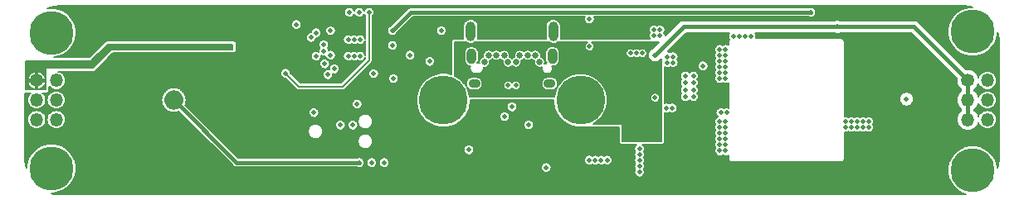
<source format=gbr>
G04 #@! TF.GenerationSoftware,KiCad,Pcbnew,(5.0.0)*
G04 #@! TF.CreationDate,2018-10-02T23:19:20-07:00*
G04 #@! TF.ProjectId,nixie_bottom_board,6E697869655F626F74746F6D5F626F61,rev?*
G04 #@! TF.SameCoordinates,Original*
G04 #@! TF.FileFunction,Copper,L2,Inr*
G04 #@! TF.FilePolarity,Positive*
%FSLAX46Y46*%
G04 Gerber Fmt 4.6, Leading zero omitted, Abs format (unit mm)*
G04 Created by KiCad (PCBNEW (5.0.0)) date 10/02/18 23:19:20*
%MOMM*%
%LPD*%
G01*
G04 APERTURE LIST*
G04 #@! TA.AperFunction,ViaPad*
%ADD10O,1.200000X0.900000*%
G04 #@! TD*
G04 #@! TA.AperFunction,ViaPad*
%ADD11C,0.650000*%
G04 #@! TD*
G04 #@! TA.AperFunction,ViaPad*
%ADD12O,1.000000X2.000000*%
G04 #@! TD*
G04 #@! TA.AperFunction,ViaPad*
%ADD13O,1.000000X1.600000*%
G04 #@! TD*
G04 #@! TA.AperFunction,ViaPad*
%ADD14C,1.350000*%
G04 #@! TD*
G04 #@! TA.AperFunction,ViaPad*
%ADD15O,1.350000X1.350000*%
G04 #@! TD*
G04 #@! TA.AperFunction,ViaPad*
%ADD16C,0.800000*%
G04 #@! TD*
G04 #@! TA.AperFunction,ViaPad*
%ADD17C,4.500000*%
G04 #@! TD*
G04 #@! TA.AperFunction,ViaPad*
%ADD18C,5.000000*%
G04 #@! TD*
G04 #@! TA.AperFunction,ViaPad*
%ADD19C,0.508000*%
G04 #@! TD*
G04 #@! TA.AperFunction,Conductor*
%ADD20C,0.400000*%
G04 #@! TD*
G04 #@! TA.AperFunction,Conductor*
%ADD21C,0.200000*%
G04 #@! TD*
G04 #@! TA.AperFunction,Conductor*
%ADD22C,0.150000*%
G04 #@! TD*
G04 APERTURE END LIST*
D10*
G04 #@! TO.N,/GND*
G04 #@! TO.C,J1*
X146155000Y-98310000D03*
X153845000Y-98310000D03*
D11*
X152400000Y-95410000D03*
X151600000Y-95410000D03*
X150800000Y-95410000D03*
G04 #@! TO.N,/CC2*
X149200000Y-95410000D03*
G04 #@! TO.N,/GND*
X148400000Y-95410000D03*
X147600000Y-95410000D03*
X152800000Y-96110000D03*
G04 #@! TO.N,/VBUS*
X151200000Y-96110000D03*
G04 #@! TO.N,/USB_N*
X150400000Y-96110000D03*
G04 #@! TO.N,/USB_P*
X149600000Y-96110000D03*
G04 #@! TO.N,/VBUS*
X148800000Y-96110000D03*
G04 #@! TO.N,/GND*
X147200000Y-96110000D03*
D12*
X154220000Y-92995000D03*
X145780000Y-92995000D03*
D13*
X145870000Y-95510000D03*
X154130000Y-95510000D03*
G04 #@! TD*
D14*
G04 #@! TO.N,/VNIXIE*
G04 #@! TO.C,J4*
X101500000Y-98000000D03*
D15*
G04 #@! TO.N,/GND*
X103500000Y-98000000D03*
X101500000Y-100000000D03*
G04 #@! TO.N,/SCL*
X103500000Y-100000000D03*
G04 #@! TO.N,/NIXIE_EN*
X101500000Y-102000000D03*
G04 #@! TO.N,/SDA*
X103500000Y-102000000D03*
G04 #@! TD*
D14*
G04 #@! TO.N,/HV_OUT*
G04 #@! TO.C,J3*
X196500000Y-98000000D03*
D15*
G04 #@! TO.N,/GND*
X198500000Y-98000000D03*
G04 #@! TO.N,/HV_OUT*
X196500000Y-100000000D03*
G04 #@! TO.N,/GND*
X198500000Y-100000000D03*
G04 #@! TO.N,/HV_OUT*
X196500000Y-102000000D03*
G04 #@! TO.N,/GND*
X198500000Y-102000000D03*
G04 #@! TD*
D16*
G04 #@! TO.N,/GND*
G04 #@! TO.C,MH1*
X104237437Y-91862563D03*
X104750000Y-93100000D03*
X104237437Y-94337437D03*
X103000000Y-94850000D03*
X101762563Y-94337437D03*
X101250000Y-93100000D03*
X101762563Y-91862563D03*
X103000000Y-91350000D03*
D17*
X103000000Y-93100000D03*
G04 #@! TD*
G04 #@! TO.N,/GND*
G04 #@! TO.C,MH2*
X103000000Y-107000000D03*
D16*
X103000000Y-105250000D03*
X101762563Y-105762563D03*
X101250000Y-107000000D03*
X101762563Y-108237437D03*
X103000000Y-108750000D03*
X104237437Y-108237437D03*
X104750000Y-107000000D03*
X104237437Y-105762563D03*
G04 #@! TD*
G04 #@! TO.N,/GND*
G04 #@! TO.C,MH3*
X198237437Y-91762563D03*
X198750000Y-93000000D03*
X198237437Y-94237437D03*
X197000000Y-94750000D03*
X195762563Y-94237437D03*
X195250000Y-93000000D03*
X195762563Y-91762563D03*
X197000000Y-91250000D03*
D17*
X197000000Y-93000000D03*
G04 #@! TD*
G04 #@! TO.N,/GND*
G04 #@! TO.C,MH4*
X197000000Y-107200000D03*
D16*
X197000000Y-105450000D03*
X195762563Y-105962563D03*
X195250000Y-107200000D03*
X195762563Y-108437437D03*
X197000000Y-108950000D03*
X198237437Y-108437437D03*
X198750000Y-107200000D03*
X198237437Y-105962563D03*
G04 #@! TD*
D18*
G04 #@! TO.N,/GND*
G04 #@! TO.C,MH6*
X157000000Y-100000000D03*
D16*
X158875000Y-100000000D03*
X158325825Y-101325825D03*
X157000000Y-101875000D03*
X155674175Y-101325825D03*
X155125000Y-100000000D03*
X155674175Y-98674175D03*
X157000000Y-98125000D03*
X158325825Y-98674175D03*
G04 #@! TD*
G04 #@! TO.N,/GND*
G04 #@! TO.C,MH5*
X144325825Y-98674175D03*
X143000000Y-98125000D03*
X141674175Y-98674175D03*
X141125000Y-100000000D03*
X141674175Y-101325825D03*
X143000000Y-101875000D03*
X144325825Y-101325825D03*
X144875000Y-100000000D03*
D18*
X143000000Y-100000000D03*
G04 #@! TD*
D19*
G04 #@! TO.N,Net-(Q1-Pad1)*
X171200000Y-105200000D03*
X171800000Y-105200000D03*
X171200000Y-104600000D03*
X171800000Y-104600000D03*
X171200000Y-104000000D03*
X171800000Y-104000000D03*
X171200000Y-103400000D03*
X171800000Y-103400000D03*
X171200000Y-102800000D03*
X171800000Y-102800000D03*
X171200000Y-102200000D03*
X171800000Y-102200000D03*
G04 #@! TO.N,/HV_OUT*
X164600000Y-95400000D03*
X190250000Y-99900000D03*
X183200000Y-92500000D03*
G04 #@! TO.N,/VBUS*
X165000000Y-101400000D03*
X164400000Y-101400000D03*
X165000000Y-102000000D03*
X165000000Y-102600000D03*
X165000000Y-103200000D03*
X160200000Y-94900000D03*
X159300000Y-95400000D03*
X159900000Y-95400000D03*
X160500000Y-95400000D03*
X161100000Y-95400000D03*
X160800000Y-94900000D03*
X151600000Y-98200000D03*
X151600000Y-98800000D03*
X148400000Y-98200000D03*
X148400000Y-98800000D03*
X148000000Y-96100000D03*
X165000000Y-103800000D03*
X152000000Y-96100000D03*
X163250000Y-100400000D03*
G04 #@! TO.N,/VDD*
X130600000Y-92400000D03*
X139800000Y-106450000D03*
X145950000Y-100700000D03*
X141100000Y-108400000D03*
X138000000Y-102450000D03*
X139800000Y-99950000D03*
X131230000Y-102565000D03*
X128000000Y-93050000D03*
X159600000Y-103100000D03*
X159000000Y-103100000D03*
X158400000Y-103100000D03*
X157800000Y-103100000D03*
X138850000Y-97700000D03*
X138850000Y-93900000D03*
G04 #@! TO.N,/VNIXIE*
X121200000Y-94550000D03*
G04 #@! TO.N,/SCL*
X130000000Y-93100000D03*
X136950000Y-106400000D03*
G04 #@! TO.N,/SDA*
X129500000Y-93600000D03*
X135675000Y-106400000D03*
G04 #@! TO.N,/HV_EN*
X169500000Y-96500000D03*
X157900000Y-94500000D03*
X157900000Y-91700000D03*
G04 #@! TO.N,/SWO*
X131225000Y-97400000D03*
G04 #@! TO.N,/NRST*
X137800000Y-94400000D03*
X145600000Y-105100000D03*
X133770000Y-102565000D03*
G04 #@! TO.N,/DAC*
X135400000Y-91000000D03*
X126900000Y-97250000D03*
G04 #@! TO.N,/USB_N*
X149600000Y-98500000D03*
X130800000Y-94325000D03*
G04 #@! TO.N,/USB_P*
X150400000Y-98500000D03*
X130800000Y-94975000D03*
G04 #@! TO.N,Net-(D4-Pad2)*
X184000000Y-102800000D03*
X184600000Y-102800000D03*
X185800000Y-102800000D03*
X186400000Y-102800000D03*
X186400000Y-102200000D03*
X185800000Y-102200000D03*
X184600000Y-102200000D03*
X184000000Y-102200000D03*
X185200000Y-102200000D03*
X185200000Y-102800000D03*
G04 #@! TO.N,/SWDIO*
X131500000Y-95400000D03*
G04 #@! TO.N,/SWCLK*
X131875000Y-96800000D03*
G04 #@! TO.N,/GND*
X134500000Y-93800000D03*
X133900000Y-93800000D03*
X133300000Y-93800000D03*
X134500000Y-95500000D03*
X133900000Y-95500000D03*
X133300000Y-95500000D03*
X171900000Y-101300000D03*
X171300000Y-101300000D03*
X167687500Y-99668750D03*
X168512500Y-99668750D03*
X168512500Y-98956250D03*
X167687500Y-98956250D03*
X167687500Y-98243750D03*
X168512500Y-98243750D03*
X168512500Y-97531250D03*
X167687500Y-97531250D03*
X128000000Y-92250000D03*
X166350000Y-100800000D03*
X165750000Y-100800000D03*
X164600000Y-99750000D03*
X164500000Y-92800000D03*
X162100000Y-95200000D03*
X162700000Y-95200000D03*
X163300000Y-95200000D03*
X132500000Y-102565000D03*
X129800000Y-101300000D03*
X130900000Y-96300000D03*
X137900000Y-97800000D03*
X157900000Y-106150000D03*
X158500000Y-106150000D03*
X159100000Y-106150000D03*
X159700000Y-106150000D03*
X163000000Y-105000000D03*
X163000000Y-105600000D03*
X163000000Y-106200000D03*
X163000000Y-106800000D03*
X163000000Y-107400000D03*
X165100000Y-92800000D03*
X164500000Y-93400000D03*
X165100000Y-93400000D03*
X150000000Y-100700000D03*
X165850000Y-96150000D03*
X166450000Y-96150000D03*
X166450000Y-95550000D03*
X165850000Y-95550000D03*
X151700000Y-102550000D03*
X172600000Y-93500000D03*
X173200000Y-93500000D03*
X173800000Y-93500000D03*
X174400000Y-93500000D03*
G04 #@! TO.N,/HV_IN*
X171800000Y-94800000D03*
X171200000Y-94800000D03*
X171200000Y-95400000D03*
X171800000Y-95400000D03*
X171800000Y-97200000D03*
X171800000Y-97800000D03*
X171200000Y-97200000D03*
X171200000Y-97800000D03*
X171800000Y-96600000D03*
X171200000Y-96600000D03*
X171200000Y-96000000D03*
X171800000Y-96000000D03*
G04 #@! TO.N,/USB*
X134200000Y-100400000D03*
X149250000Y-101700000D03*
G04 #@! TO.N,/ILM*
X142800000Y-92900000D03*
G04 #@! TO.N,/32kHz*
X139600000Y-95400000D03*
G04 #@! TO.N,/AMP_EN*
X130000000Y-95500000D03*
X133400000Y-91000000D03*
G04 #@! TO.N,Net-(BT1-Pad1)*
X114900000Y-100000000D03*
X115500000Y-100600000D03*
X115500000Y-99400000D03*
X134400000Y-106400000D03*
X116100000Y-100000000D03*
X115500000Y-100000000D03*
G04 #@! TO.N,/NIXIE_EN*
X134400000Y-91000000D03*
G04 #@! TO.N,/MCO*
X131500000Y-92900000D03*
G04 #@! TO.N,Net-(R2-Pad1)*
X135900000Y-97300000D03*
X153500000Y-106900000D03*
X141600000Y-96050000D03*
G04 #@! TO.N,Net-(R20-Pad2)*
X137800000Y-92900000D03*
X180500000Y-91000000D03*
G04 #@! TD*
D20*
G04 #@! TO.N,/HV_OUT*
X196500000Y-98000000D02*
X196500000Y-100000000D01*
X196500000Y-100000000D02*
X196500000Y-102000000D01*
X191000000Y-92500000D02*
X196500000Y-98000000D01*
X164600000Y-95400000D02*
X167500000Y-92500000D01*
X167500000Y-92500000D02*
X183200000Y-92500000D01*
X183200000Y-92500000D02*
X191000000Y-92500000D01*
D21*
G04 #@! TO.N,/DAC*
X135400000Y-95900000D02*
X135400000Y-91000000D01*
X132700000Y-98600000D02*
X135400000Y-95900000D01*
X126900000Y-97250000D02*
X128250000Y-98600000D01*
X128250000Y-98600000D02*
X132700000Y-98600000D01*
D20*
G04 #@! TO.N,Net-(BT1-Pad1)*
X121900000Y-106400000D02*
X115500000Y-100000000D01*
X134400000Y-106400000D02*
X121900000Y-106400000D01*
G04 #@! TO.N,Net-(R20-Pad2)*
X139700000Y-91000000D02*
X137800000Y-92900000D01*
X180500000Y-91000000D02*
X139700000Y-91000000D01*
G04 #@! TD*
D22*
G04 #@! TO.N,/VDD*
G36*
X196713508Y-90396518D02*
X196973451Y-90475000D01*
X196751309Y-90475000D01*
X196263485Y-90572035D01*
X195803964Y-90762374D01*
X195390407Y-91038705D01*
X195038705Y-91390407D01*
X194762374Y-91803964D01*
X194572035Y-92263485D01*
X194475000Y-92751309D01*
X194475000Y-93248691D01*
X194572035Y-93736515D01*
X194762374Y-94196036D01*
X195038705Y-94609593D01*
X195390407Y-94961295D01*
X195803964Y-95237626D01*
X196263485Y-95427965D01*
X196751309Y-95525000D01*
X197248691Y-95525000D01*
X197736515Y-95427965D01*
X198196036Y-95237626D01*
X198609593Y-94961295D01*
X198961295Y-94609593D01*
X199237626Y-94196036D01*
X199427965Y-93736515D01*
X199525000Y-93248691D01*
X199525000Y-93024195D01*
X199598412Y-93261352D01*
X199674962Y-93989675D01*
X199675001Y-94000841D01*
X199675000Y-105984103D01*
X199603482Y-106713508D01*
X199525000Y-106973452D01*
X199525000Y-106951309D01*
X199427965Y-106463485D01*
X199237626Y-106003964D01*
X198961295Y-105590407D01*
X198609593Y-105238705D01*
X198196036Y-104962374D01*
X197736515Y-104772035D01*
X197248691Y-104675000D01*
X196751309Y-104675000D01*
X196263485Y-104772035D01*
X195803964Y-104962374D01*
X195390407Y-105238705D01*
X195038705Y-105590407D01*
X194762374Y-106003964D01*
X194572035Y-106463485D01*
X194475000Y-106951309D01*
X194475000Y-107448691D01*
X194572035Y-107936515D01*
X194762374Y-108396036D01*
X195038705Y-108809593D01*
X195390407Y-109161295D01*
X195803964Y-109437626D01*
X196263485Y-109627965D01*
X196330550Y-109641305D01*
X196010325Y-109674962D01*
X195999447Y-109675000D01*
X104015897Y-109675000D01*
X103286492Y-109603482D01*
X103026548Y-109525000D01*
X103248691Y-109525000D01*
X103736515Y-109427965D01*
X104196036Y-109237626D01*
X104609593Y-108961295D01*
X104961295Y-108609593D01*
X105237626Y-108196036D01*
X105427965Y-107736515D01*
X105525000Y-107248691D01*
X105525000Y-106751309D01*
X105427965Y-106263485D01*
X105237626Y-105803964D01*
X104961295Y-105390407D01*
X104609593Y-105038705D01*
X104196036Y-104762374D01*
X103736515Y-104572035D01*
X103248691Y-104475000D01*
X102751309Y-104475000D01*
X102263485Y-104572035D01*
X101803964Y-104762374D01*
X101390407Y-105038705D01*
X101038705Y-105390407D01*
X100762374Y-105803964D01*
X100572035Y-106263485D01*
X100475000Y-106751309D01*
X100475000Y-106975807D01*
X100401589Y-106738653D01*
X100325038Y-106010325D01*
X100325000Y-105999447D01*
X100325000Y-102000000D01*
X100545404Y-102000000D01*
X100563746Y-102186232D01*
X100618068Y-102365308D01*
X100706282Y-102530345D01*
X100824999Y-102675001D01*
X100969655Y-102793718D01*
X101134692Y-102881932D01*
X101313768Y-102936254D01*
X101453335Y-102950000D01*
X101546665Y-102950000D01*
X101686232Y-102936254D01*
X101865308Y-102881932D01*
X102030345Y-102793718D01*
X102175001Y-102675001D01*
X102293718Y-102530345D01*
X102381932Y-102365308D01*
X102436254Y-102186232D01*
X102454596Y-102000000D01*
X102545404Y-102000000D01*
X102563746Y-102186232D01*
X102618068Y-102365308D01*
X102706282Y-102530345D01*
X102824999Y-102675001D01*
X102969655Y-102793718D01*
X103134692Y-102881932D01*
X103313768Y-102936254D01*
X103453335Y-102950000D01*
X103546665Y-102950000D01*
X103686232Y-102936254D01*
X103865308Y-102881932D01*
X104030345Y-102793718D01*
X104175001Y-102675001D01*
X104293718Y-102530345D01*
X104381932Y-102365308D01*
X104436254Y-102186232D01*
X104454596Y-102000000D01*
X104436254Y-101813768D01*
X104381932Y-101634692D01*
X104293718Y-101469655D01*
X104175001Y-101324999D01*
X104030345Y-101206282D01*
X103865308Y-101118068D01*
X103686232Y-101063746D01*
X103546665Y-101050000D01*
X103453335Y-101050000D01*
X103313768Y-101063746D01*
X103134692Y-101118068D01*
X102969655Y-101206282D01*
X102824999Y-101324999D01*
X102706282Y-101469655D01*
X102618068Y-101634692D01*
X102563746Y-101813768D01*
X102545404Y-102000000D01*
X102454596Y-102000000D01*
X102436254Y-101813768D01*
X102381932Y-101634692D01*
X102293718Y-101469655D01*
X102175001Y-101324999D01*
X102030345Y-101206282D01*
X101865308Y-101118068D01*
X101686232Y-101063746D01*
X101546665Y-101050000D01*
X101453335Y-101050000D01*
X101313768Y-101063746D01*
X101134692Y-101118068D01*
X100969655Y-101206282D01*
X100824999Y-101324999D01*
X100706282Y-101469655D01*
X100618068Y-101634692D01*
X100563746Y-101813768D01*
X100545404Y-102000000D01*
X100325000Y-102000000D01*
X100325000Y-99275000D01*
X100885923Y-99275000D01*
X100824999Y-99324999D01*
X100706282Y-99469655D01*
X100618068Y-99634692D01*
X100563746Y-99813768D01*
X100545404Y-100000000D01*
X100563746Y-100186232D01*
X100618068Y-100365308D01*
X100706282Y-100530345D01*
X100824999Y-100675001D01*
X100969655Y-100793718D01*
X101134692Y-100881932D01*
X101313768Y-100936254D01*
X101453335Y-100950000D01*
X101546665Y-100950000D01*
X101686232Y-100936254D01*
X101865308Y-100881932D01*
X102030345Y-100793718D01*
X102175001Y-100675001D01*
X102293718Y-100530345D01*
X102381932Y-100365308D01*
X102436254Y-100186232D01*
X102454596Y-100000000D01*
X102545404Y-100000000D01*
X102563746Y-100186232D01*
X102618068Y-100365308D01*
X102706282Y-100530345D01*
X102824999Y-100675001D01*
X102969655Y-100793718D01*
X103134692Y-100881932D01*
X103313768Y-100936254D01*
X103453335Y-100950000D01*
X103546665Y-100950000D01*
X103686232Y-100936254D01*
X103865308Y-100881932D01*
X104030345Y-100793718D01*
X104175001Y-100675001D01*
X104293718Y-100530345D01*
X104381932Y-100365308D01*
X104436254Y-100186232D01*
X104454596Y-100000000D01*
X104451942Y-99973045D01*
X114226324Y-99973045D01*
X114226324Y-100026955D01*
X114245539Y-100222045D01*
X114256056Y-100274917D01*
X114312961Y-100462510D01*
X114333592Y-100512317D01*
X114426002Y-100685204D01*
X114455952Y-100730028D01*
X114580315Y-100881565D01*
X114618435Y-100919685D01*
X114769972Y-101044048D01*
X114814796Y-101073998D01*
X114987683Y-101166408D01*
X115037490Y-101187039D01*
X115225083Y-101243944D01*
X115277955Y-101254461D01*
X115473045Y-101273676D01*
X115526955Y-101273676D01*
X115722045Y-101254461D01*
X115774917Y-101243944D01*
X115962510Y-101187039D01*
X115999830Y-101171580D01*
X121547625Y-106719377D01*
X121562499Y-106737501D01*
X121634827Y-106796859D01*
X121665334Y-106813165D01*
X121717345Y-106840966D01*
X121806884Y-106868127D01*
X121900000Y-106877298D01*
X121923332Y-106875000D01*
X134164407Y-106875000D01*
X134245696Y-106908671D01*
X134347898Y-106929000D01*
X134452102Y-106929000D01*
X134554304Y-106908671D01*
X134650576Y-106868794D01*
X134737218Y-106810901D01*
X134810901Y-106737218D01*
X134868794Y-106650576D01*
X134908671Y-106554304D01*
X134929000Y-106452102D01*
X134929000Y-106347898D01*
X135146000Y-106347898D01*
X135146000Y-106452102D01*
X135166329Y-106554304D01*
X135206206Y-106650576D01*
X135264099Y-106737218D01*
X135337782Y-106810901D01*
X135424424Y-106868794D01*
X135520696Y-106908671D01*
X135622898Y-106929000D01*
X135727102Y-106929000D01*
X135829304Y-106908671D01*
X135925576Y-106868794D01*
X136012218Y-106810901D01*
X136085901Y-106737218D01*
X136143794Y-106650576D01*
X136183671Y-106554304D01*
X136204000Y-106452102D01*
X136204000Y-106347898D01*
X136421000Y-106347898D01*
X136421000Y-106452102D01*
X136441329Y-106554304D01*
X136481206Y-106650576D01*
X136539099Y-106737218D01*
X136612782Y-106810901D01*
X136699424Y-106868794D01*
X136795696Y-106908671D01*
X136897898Y-106929000D01*
X137002102Y-106929000D01*
X137104304Y-106908671D01*
X137200576Y-106868794D01*
X137231848Y-106847898D01*
X152971000Y-106847898D01*
X152971000Y-106952102D01*
X152991329Y-107054304D01*
X153031206Y-107150576D01*
X153089099Y-107237218D01*
X153162782Y-107310901D01*
X153249424Y-107368794D01*
X153345696Y-107408671D01*
X153447898Y-107429000D01*
X153552102Y-107429000D01*
X153654304Y-107408671D01*
X153750576Y-107368794D01*
X153837218Y-107310901D01*
X153910901Y-107237218D01*
X153968794Y-107150576D01*
X154008671Y-107054304D01*
X154029000Y-106952102D01*
X154029000Y-106847898D01*
X154008671Y-106745696D01*
X153968794Y-106649424D01*
X153910901Y-106562782D01*
X153837218Y-106489099D01*
X153750576Y-106431206D01*
X153654304Y-106391329D01*
X153552102Y-106371000D01*
X153447898Y-106371000D01*
X153345696Y-106391329D01*
X153249424Y-106431206D01*
X153162782Y-106489099D01*
X153089099Y-106562782D01*
X153031206Y-106649424D01*
X152991329Y-106745696D01*
X152971000Y-106847898D01*
X137231848Y-106847898D01*
X137287218Y-106810901D01*
X137360901Y-106737218D01*
X137418794Y-106650576D01*
X137458671Y-106554304D01*
X137479000Y-106452102D01*
X137479000Y-106347898D01*
X137458671Y-106245696D01*
X137418794Y-106149424D01*
X137384366Y-106097898D01*
X157371000Y-106097898D01*
X157371000Y-106202102D01*
X157391329Y-106304304D01*
X157431206Y-106400576D01*
X157489099Y-106487218D01*
X157562782Y-106560901D01*
X157649424Y-106618794D01*
X157745696Y-106658671D01*
X157847898Y-106679000D01*
X157952102Y-106679000D01*
X158054304Y-106658671D01*
X158150576Y-106618794D01*
X158200000Y-106585770D01*
X158249424Y-106618794D01*
X158345696Y-106658671D01*
X158447898Y-106679000D01*
X158552102Y-106679000D01*
X158654304Y-106658671D01*
X158750576Y-106618794D01*
X158800000Y-106585770D01*
X158849424Y-106618794D01*
X158945696Y-106658671D01*
X159047898Y-106679000D01*
X159152102Y-106679000D01*
X159254304Y-106658671D01*
X159350576Y-106618794D01*
X159400000Y-106585770D01*
X159449424Y-106618794D01*
X159545696Y-106658671D01*
X159647898Y-106679000D01*
X159752102Y-106679000D01*
X159854304Y-106658671D01*
X159950576Y-106618794D01*
X160037218Y-106560901D01*
X160110901Y-106487218D01*
X160168794Y-106400576D01*
X160208671Y-106304304D01*
X160229000Y-106202102D01*
X160229000Y-106097898D01*
X160208671Y-105995696D01*
X160168794Y-105899424D01*
X160110901Y-105812782D01*
X160037218Y-105739099D01*
X159950576Y-105681206D01*
X159854304Y-105641329D01*
X159752102Y-105621000D01*
X159647898Y-105621000D01*
X159545696Y-105641329D01*
X159449424Y-105681206D01*
X159400000Y-105714230D01*
X159350576Y-105681206D01*
X159254304Y-105641329D01*
X159152102Y-105621000D01*
X159047898Y-105621000D01*
X158945696Y-105641329D01*
X158849424Y-105681206D01*
X158800000Y-105714230D01*
X158750576Y-105681206D01*
X158654304Y-105641329D01*
X158552102Y-105621000D01*
X158447898Y-105621000D01*
X158345696Y-105641329D01*
X158249424Y-105681206D01*
X158200000Y-105714230D01*
X158150576Y-105681206D01*
X158054304Y-105641329D01*
X157952102Y-105621000D01*
X157847898Y-105621000D01*
X157745696Y-105641329D01*
X157649424Y-105681206D01*
X157562782Y-105739099D01*
X157489099Y-105812782D01*
X157431206Y-105899424D01*
X157391329Y-105995696D01*
X157371000Y-106097898D01*
X137384366Y-106097898D01*
X137360901Y-106062782D01*
X137287218Y-105989099D01*
X137200576Y-105931206D01*
X137104304Y-105891329D01*
X137002102Y-105871000D01*
X136897898Y-105871000D01*
X136795696Y-105891329D01*
X136699424Y-105931206D01*
X136612782Y-105989099D01*
X136539099Y-106062782D01*
X136481206Y-106149424D01*
X136441329Y-106245696D01*
X136421000Y-106347898D01*
X136204000Y-106347898D01*
X136183671Y-106245696D01*
X136143794Y-106149424D01*
X136085901Y-106062782D01*
X136012218Y-105989099D01*
X135925576Y-105931206D01*
X135829304Y-105891329D01*
X135727102Y-105871000D01*
X135622898Y-105871000D01*
X135520696Y-105891329D01*
X135424424Y-105931206D01*
X135337782Y-105989099D01*
X135264099Y-106062782D01*
X135206206Y-106149424D01*
X135166329Y-106245696D01*
X135146000Y-106347898D01*
X134929000Y-106347898D01*
X134908671Y-106245696D01*
X134868794Y-106149424D01*
X134810901Y-106062782D01*
X134737218Y-105989099D01*
X134650576Y-105931206D01*
X134554304Y-105891329D01*
X134452102Y-105871000D01*
X134347898Y-105871000D01*
X134245696Y-105891329D01*
X134164407Y-105925000D01*
X122096752Y-105925000D01*
X121219650Y-105047898D01*
X145071000Y-105047898D01*
X145071000Y-105152102D01*
X145091329Y-105254304D01*
X145131206Y-105350576D01*
X145189099Y-105437218D01*
X145262782Y-105510901D01*
X145349424Y-105568794D01*
X145445696Y-105608671D01*
X145547898Y-105629000D01*
X145652102Y-105629000D01*
X145754304Y-105608671D01*
X145850576Y-105568794D01*
X145937218Y-105510901D01*
X146010901Y-105437218D01*
X146068794Y-105350576D01*
X146108671Y-105254304D01*
X146129000Y-105152102D01*
X146129000Y-105047898D01*
X146108671Y-104945696D01*
X146068794Y-104849424D01*
X146010901Y-104762782D01*
X145937218Y-104689099D01*
X145850576Y-104631206D01*
X145754304Y-104591329D01*
X145652102Y-104571000D01*
X145547898Y-104571000D01*
X145445696Y-104591329D01*
X145349424Y-104631206D01*
X145262782Y-104689099D01*
X145189099Y-104762782D01*
X145131206Y-104849424D01*
X145091329Y-104945696D01*
X145071000Y-105047898D01*
X121219650Y-105047898D01*
X120311884Y-104140132D01*
X134269700Y-104140132D01*
X134269700Y-104291868D01*
X134299302Y-104440688D01*
X134357369Y-104580874D01*
X134441669Y-104707038D01*
X134548962Y-104814331D01*
X134675126Y-104898631D01*
X134815312Y-104956698D01*
X134964132Y-104986300D01*
X135115868Y-104986300D01*
X135264688Y-104956698D01*
X135404874Y-104898631D01*
X135531038Y-104814331D01*
X135638331Y-104707038D01*
X135722631Y-104580874D01*
X135780698Y-104440688D01*
X135810300Y-104291868D01*
X135810300Y-104140132D01*
X135780698Y-103991312D01*
X135722631Y-103851126D01*
X135638331Y-103724962D01*
X135531038Y-103617669D01*
X135404874Y-103533369D01*
X135264688Y-103475302D01*
X135115868Y-103445700D01*
X134964132Y-103445700D01*
X134815312Y-103475302D01*
X134675126Y-103533369D01*
X134548962Y-103617669D01*
X134441669Y-103724962D01*
X134357369Y-103851126D01*
X134299302Y-103991312D01*
X134269700Y-104140132D01*
X120311884Y-104140132D01*
X119295883Y-103124132D01*
X129189700Y-103124132D01*
X129189700Y-103275868D01*
X129219302Y-103424688D01*
X129277369Y-103564874D01*
X129361669Y-103691038D01*
X129468962Y-103798331D01*
X129595126Y-103882631D01*
X129735312Y-103940698D01*
X129884132Y-103970300D01*
X130035868Y-103970300D01*
X130184688Y-103940698D01*
X130324874Y-103882631D01*
X130451038Y-103798331D01*
X130558331Y-103691038D01*
X130642631Y-103564874D01*
X130700698Y-103424688D01*
X130730300Y-103275868D01*
X130730300Y-103124132D01*
X130700698Y-102975312D01*
X130642631Y-102835126D01*
X130558331Y-102708962D01*
X130451038Y-102601669D01*
X130324874Y-102517369D01*
X130314081Y-102512898D01*
X131971000Y-102512898D01*
X131971000Y-102617102D01*
X131991329Y-102719304D01*
X132031206Y-102815576D01*
X132089099Y-102902218D01*
X132162782Y-102975901D01*
X132249424Y-103033794D01*
X132345696Y-103073671D01*
X132447898Y-103094000D01*
X132552102Y-103094000D01*
X132654304Y-103073671D01*
X132750576Y-103033794D01*
X132837218Y-102975901D01*
X132910901Y-102902218D01*
X132968794Y-102815576D01*
X133008671Y-102719304D01*
X133029000Y-102617102D01*
X133029000Y-102512898D01*
X133241000Y-102512898D01*
X133241000Y-102617102D01*
X133261329Y-102719304D01*
X133301206Y-102815576D01*
X133359099Y-102902218D01*
X133432782Y-102975901D01*
X133519424Y-103033794D01*
X133615696Y-103073671D01*
X133717898Y-103094000D01*
X133822102Y-103094000D01*
X133924304Y-103073671D01*
X134020576Y-103033794D01*
X134107218Y-102975901D01*
X134180901Y-102902218D01*
X134238794Y-102815576D01*
X134278671Y-102719304D01*
X134299000Y-102617102D01*
X134299000Y-102512898D01*
X134278671Y-102410696D01*
X134238794Y-102314424D01*
X134180901Y-102227782D01*
X134107218Y-102154099D01*
X134038425Y-102108132D01*
X134269700Y-102108132D01*
X134269700Y-102259868D01*
X134299302Y-102408688D01*
X134357369Y-102548874D01*
X134441669Y-102675038D01*
X134548962Y-102782331D01*
X134675126Y-102866631D01*
X134815312Y-102924698D01*
X134964132Y-102954300D01*
X135115868Y-102954300D01*
X135264688Y-102924698D01*
X135404874Y-102866631D01*
X135531038Y-102782331D01*
X135638331Y-102675038D01*
X135722631Y-102548874D01*
X135780698Y-102408688D01*
X135810300Y-102259868D01*
X135810300Y-102108132D01*
X135780698Y-101959312D01*
X135722631Y-101819126D01*
X135638331Y-101692962D01*
X135531038Y-101585669D01*
X135404874Y-101501369D01*
X135264688Y-101443302D01*
X135115868Y-101413700D01*
X134964132Y-101413700D01*
X134815312Y-101443302D01*
X134675126Y-101501369D01*
X134548962Y-101585669D01*
X134441669Y-101692962D01*
X134357369Y-101819126D01*
X134299302Y-101959312D01*
X134269700Y-102108132D01*
X134038425Y-102108132D01*
X134020576Y-102096206D01*
X133924304Y-102056329D01*
X133822102Y-102036000D01*
X133717898Y-102036000D01*
X133615696Y-102056329D01*
X133519424Y-102096206D01*
X133432782Y-102154099D01*
X133359099Y-102227782D01*
X133301206Y-102314424D01*
X133261329Y-102410696D01*
X133241000Y-102512898D01*
X133029000Y-102512898D01*
X133008671Y-102410696D01*
X132968794Y-102314424D01*
X132910901Y-102227782D01*
X132837218Y-102154099D01*
X132750576Y-102096206D01*
X132654304Y-102056329D01*
X132552102Y-102036000D01*
X132447898Y-102036000D01*
X132345696Y-102056329D01*
X132249424Y-102096206D01*
X132162782Y-102154099D01*
X132089099Y-102227782D01*
X132031206Y-102314424D01*
X131991329Y-102410696D01*
X131971000Y-102512898D01*
X130314081Y-102512898D01*
X130184688Y-102459302D01*
X130035868Y-102429700D01*
X129884132Y-102429700D01*
X129735312Y-102459302D01*
X129595126Y-102517369D01*
X129468962Y-102601669D01*
X129361669Y-102708962D01*
X129277369Y-102835126D01*
X129219302Y-102975312D01*
X129189700Y-103124132D01*
X119295883Y-103124132D01*
X117419649Y-101247898D01*
X129271000Y-101247898D01*
X129271000Y-101352102D01*
X129291329Y-101454304D01*
X129331206Y-101550576D01*
X129389099Y-101637218D01*
X129462782Y-101710901D01*
X129549424Y-101768794D01*
X129645696Y-101808671D01*
X129747898Y-101829000D01*
X129852102Y-101829000D01*
X129954304Y-101808671D01*
X130050576Y-101768794D01*
X130137218Y-101710901D01*
X130210901Y-101637218D01*
X130268794Y-101550576D01*
X130308671Y-101454304D01*
X130329000Y-101352102D01*
X130329000Y-101247898D01*
X130308671Y-101145696D01*
X130268794Y-101049424D01*
X130210901Y-100962782D01*
X130137218Y-100889099D01*
X130050576Y-100831206D01*
X129954304Y-100791329D01*
X129852102Y-100771000D01*
X129747898Y-100771000D01*
X129645696Y-100791329D01*
X129549424Y-100831206D01*
X129462782Y-100889099D01*
X129389099Y-100962782D01*
X129331206Y-101049424D01*
X129291329Y-101145696D01*
X129271000Y-101247898D01*
X117419649Y-101247898D01*
X116671580Y-100499830D01*
X116687039Y-100462510D01*
X116721805Y-100347898D01*
X133671000Y-100347898D01*
X133671000Y-100452102D01*
X133691329Y-100554304D01*
X133731206Y-100650576D01*
X133789099Y-100737218D01*
X133862782Y-100810901D01*
X133949424Y-100868794D01*
X134045696Y-100908671D01*
X134147898Y-100929000D01*
X134252102Y-100929000D01*
X134354304Y-100908671D01*
X134450576Y-100868794D01*
X134537218Y-100810901D01*
X134610901Y-100737218D01*
X134668794Y-100650576D01*
X134708671Y-100554304D01*
X134729000Y-100452102D01*
X134729000Y-100347898D01*
X134708671Y-100245696D01*
X134668794Y-100149424D01*
X134610901Y-100062782D01*
X134537218Y-99989099D01*
X134450576Y-99931206D01*
X134354304Y-99891329D01*
X134252102Y-99871000D01*
X134147898Y-99871000D01*
X134045696Y-99891329D01*
X133949424Y-99931206D01*
X133862782Y-99989099D01*
X133789099Y-100062782D01*
X133731206Y-100149424D01*
X133691329Y-100245696D01*
X133671000Y-100347898D01*
X116721805Y-100347898D01*
X116743944Y-100274917D01*
X116754461Y-100222045D01*
X116773676Y-100026955D01*
X116773676Y-99973045D01*
X116754461Y-99777955D01*
X116744263Y-99726686D01*
X140225000Y-99726686D01*
X140225000Y-100273314D01*
X140331642Y-100809438D01*
X140540827Y-101314455D01*
X140844517Y-101768959D01*
X141231041Y-102155483D01*
X141685545Y-102459173D01*
X142190562Y-102668358D01*
X142726686Y-102775000D01*
X143273314Y-102775000D01*
X143809438Y-102668358D01*
X144220964Y-102497898D01*
X151171000Y-102497898D01*
X151171000Y-102602102D01*
X151191329Y-102704304D01*
X151231206Y-102800576D01*
X151289099Y-102887218D01*
X151362782Y-102960901D01*
X151449424Y-103018794D01*
X151545696Y-103058671D01*
X151647898Y-103079000D01*
X151752102Y-103079000D01*
X151854304Y-103058671D01*
X151950576Y-103018794D01*
X152037218Y-102960901D01*
X152110901Y-102887218D01*
X152168794Y-102800576D01*
X152208671Y-102704304D01*
X152229000Y-102602102D01*
X152229000Y-102497898D01*
X152208671Y-102395696D01*
X152168794Y-102299424D01*
X152110901Y-102212782D01*
X152037218Y-102139099D01*
X151950576Y-102081206D01*
X151854304Y-102041329D01*
X151752102Y-102021000D01*
X151647898Y-102021000D01*
X151545696Y-102041329D01*
X151449424Y-102081206D01*
X151362782Y-102139099D01*
X151289099Y-102212782D01*
X151231206Y-102299424D01*
X151191329Y-102395696D01*
X151171000Y-102497898D01*
X144220964Y-102497898D01*
X144314455Y-102459173D01*
X144768959Y-102155483D01*
X145155483Y-101768959D01*
X145236373Y-101647898D01*
X148721000Y-101647898D01*
X148721000Y-101752102D01*
X148741329Y-101854304D01*
X148781206Y-101950576D01*
X148839099Y-102037218D01*
X148912782Y-102110901D01*
X148999424Y-102168794D01*
X149095696Y-102208671D01*
X149197898Y-102229000D01*
X149302102Y-102229000D01*
X149404304Y-102208671D01*
X149500576Y-102168794D01*
X149587218Y-102110901D01*
X149660901Y-102037218D01*
X149718794Y-101950576D01*
X149758671Y-101854304D01*
X149779000Y-101752102D01*
X149779000Y-101647898D01*
X149758671Y-101545696D01*
X149718794Y-101449424D01*
X149660901Y-101362782D01*
X149587218Y-101289099D01*
X149500576Y-101231206D01*
X149404304Y-101191329D01*
X149302102Y-101171000D01*
X149197898Y-101171000D01*
X149095696Y-101191329D01*
X148999424Y-101231206D01*
X148912782Y-101289099D01*
X148839099Y-101362782D01*
X148781206Y-101449424D01*
X148741329Y-101545696D01*
X148721000Y-101647898D01*
X145236373Y-101647898D01*
X145459173Y-101314455D01*
X145668358Y-100809438D01*
X145700490Y-100647898D01*
X149471000Y-100647898D01*
X149471000Y-100752102D01*
X149491329Y-100854304D01*
X149531206Y-100950576D01*
X149589099Y-101037218D01*
X149662782Y-101110901D01*
X149749424Y-101168794D01*
X149845696Y-101208671D01*
X149947898Y-101229000D01*
X150052102Y-101229000D01*
X150154304Y-101208671D01*
X150250576Y-101168794D01*
X150337218Y-101110901D01*
X150410901Y-101037218D01*
X150468794Y-100950576D01*
X150508671Y-100854304D01*
X150529000Y-100752102D01*
X150529000Y-100647898D01*
X150508671Y-100545696D01*
X150468794Y-100449424D01*
X150410901Y-100362782D01*
X150337218Y-100289099D01*
X150250576Y-100231206D01*
X150154304Y-100191329D01*
X150052102Y-100171000D01*
X149947898Y-100171000D01*
X149845696Y-100191329D01*
X149749424Y-100231206D01*
X149662782Y-100289099D01*
X149589099Y-100362782D01*
X149531206Y-100449424D01*
X149491329Y-100545696D01*
X149471000Y-100647898D01*
X145700490Y-100647898D01*
X145775000Y-100273314D01*
X145775000Y-99975000D01*
X154225000Y-99975000D01*
X154225000Y-100273314D01*
X154331642Y-100809438D01*
X154540827Y-101314455D01*
X154844517Y-101768959D01*
X155231041Y-102155483D01*
X155685545Y-102459173D01*
X156190562Y-102668358D01*
X156726686Y-102775000D01*
X160925000Y-102775000D01*
X160925000Y-104300000D01*
X160945933Y-104405238D01*
X161005546Y-104494454D01*
X161094762Y-104554067D01*
X161200000Y-104575000D01*
X162683882Y-104575000D01*
X162662782Y-104589099D01*
X162589099Y-104662782D01*
X162531206Y-104749424D01*
X162491329Y-104845696D01*
X162471000Y-104947898D01*
X162471000Y-105052102D01*
X162491329Y-105154304D01*
X162531206Y-105250576D01*
X162564230Y-105300000D01*
X162531206Y-105349424D01*
X162491329Y-105445696D01*
X162471000Y-105547898D01*
X162471000Y-105652102D01*
X162491329Y-105754304D01*
X162531206Y-105850576D01*
X162564230Y-105900000D01*
X162531206Y-105949424D01*
X162491329Y-106045696D01*
X162471000Y-106147898D01*
X162471000Y-106252102D01*
X162491329Y-106354304D01*
X162531206Y-106450576D01*
X162564230Y-106500000D01*
X162531206Y-106549424D01*
X162491329Y-106645696D01*
X162471000Y-106747898D01*
X162471000Y-106852102D01*
X162491329Y-106954304D01*
X162531206Y-107050576D01*
X162564230Y-107100000D01*
X162531206Y-107149424D01*
X162491329Y-107245696D01*
X162471000Y-107347898D01*
X162471000Y-107452102D01*
X162491329Y-107554304D01*
X162531206Y-107650576D01*
X162589099Y-107737218D01*
X162662782Y-107810901D01*
X162749424Y-107868794D01*
X162845696Y-107908671D01*
X162947898Y-107929000D01*
X163052102Y-107929000D01*
X163154304Y-107908671D01*
X163250576Y-107868794D01*
X163337218Y-107810901D01*
X163410901Y-107737218D01*
X163468794Y-107650576D01*
X163508671Y-107554304D01*
X163529000Y-107452102D01*
X163529000Y-107347898D01*
X163508671Y-107245696D01*
X163468794Y-107149424D01*
X163435770Y-107100000D01*
X163468794Y-107050576D01*
X163508671Y-106954304D01*
X163529000Y-106852102D01*
X163529000Y-106747898D01*
X163508671Y-106645696D01*
X163468794Y-106549424D01*
X163435770Y-106500000D01*
X163468794Y-106450576D01*
X163508671Y-106354304D01*
X163529000Y-106252102D01*
X163529000Y-106147898D01*
X163508671Y-106045696D01*
X163468794Y-105949424D01*
X163435770Y-105900000D01*
X163468794Y-105850576D01*
X163508671Y-105754304D01*
X163529000Y-105652102D01*
X163529000Y-105547898D01*
X163508671Y-105445696D01*
X163468794Y-105349424D01*
X163435770Y-105300000D01*
X163468794Y-105250576D01*
X163508671Y-105154304D01*
X163529000Y-105052102D01*
X163529000Y-104947898D01*
X163508671Y-104845696D01*
X163468794Y-104749424D01*
X163410901Y-104662782D01*
X163337218Y-104589099D01*
X163316118Y-104575000D01*
X165300000Y-104575000D01*
X165405238Y-104554067D01*
X165494454Y-104494454D01*
X165554067Y-104405238D01*
X165575000Y-104300000D01*
X165575000Y-101300098D01*
X165595696Y-101308671D01*
X165697898Y-101329000D01*
X165802102Y-101329000D01*
X165904304Y-101308671D01*
X166000576Y-101268794D01*
X166050000Y-101235770D01*
X166099424Y-101268794D01*
X166195696Y-101308671D01*
X166297898Y-101329000D01*
X166402102Y-101329000D01*
X166504304Y-101308671D01*
X166600576Y-101268794D01*
X166687218Y-101210901D01*
X166760901Y-101137218D01*
X166818794Y-101050576D01*
X166858671Y-100954304D01*
X166879000Y-100852102D01*
X166879000Y-100747898D01*
X166858671Y-100645696D01*
X166818794Y-100549424D01*
X166760901Y-100462782D01*
X166687218Y-100389099D01*
X166600576Y-100331206D01*
X166504304Y-100291329D01*
X166402102Y-100271000D01*
X166297898Y-100271000D01*
X166195696Y-100291329D01*
X166099424Y-100331206D01*
X166050000Y-100364230D01*
X166000576Y-100331206D01*
X165904304Y-100291329D01*
X165802102Y-100271000D01*
X165697898Y-100271000D01*
X165595696Y-100291329D01*
X165575000Y-100299902D01*
X165575000Y-97479148D01*
X167158500Y-97479148D01*
X167158500Y-97583352D01*
X167178829Y-97685554D01*
X167218706Y-97781826D01*
X167276599Y-97868468D01*
X167295631Y-97887500D01*
X167276599Y-97906532D01*
X167218706Y-97993174D01*
X167178829Y-98089446D01*
X167158500Y-98191648D01*
X167158500Y-98295852D01*
X167178829Y-98398054D01*
X167218706Y-98494326D01*
X167276599Y-98580968D01*
X167295631Y-98600000D01*
X167276599Y-98619032D01*
X167218706Y-98705674D01*
X167178829Y-98801946D01*
X167158500Y-98904148D01*
X167158500Y-99008352D01*
X167178829Y-99110554D01*
X167218706Y-99206826D01*
X167276599Y-99293468D01*
X167295631Y-99312500D01*
X167276599Y-99331532D01*
X167218706Y-99418174D01*
X167178829Y-99514446D01*
X167158500Y-99616648D01*
X167158500Y-99720852D01*
X167178829Y-99823054D01*
X167218706Y-99919326D01*
X167276599Y-100005968D01*
X167350282Y-100079651D01*
X167436924Y-100137544D01*
X167533196Y-100177421D01*
X167635398Y-100197750D01*
X167739602Y-100197750D01*
X167841804Y-100177421D01*
X167938076Y-100137544D01*
X168024718Y-100079651D01*
X168098401Y-100005968D01*
X168100000Y-100003575D01*
X168101599Y-100005968D01*
X168175282Y-100079651D01*
X168261924Y-100137544D01*
X168358196Y-100177421D01*
X168460398Y-100197750D01*
X168564602Y-100197750D01*
X168666804Y-100177421D01*
X168763076Y-100137544D01*
X168849718Y-100079651D01*
X168923401Y-100005968D01*
X168981294Y-99919326D01*
X169021171Y-99823054D01*
X169041500Y-99720852D01*
X169041500Y-99616648D01*
X169021171Y-99514446D01*
X168981294Y-99418174D01*
X168923401Y-99331532D01*
X168904369Y-99312500D01*
X168923401Y-99293468D01*
X168981294Y-99206826D01*
X169021171Y-99110554D01*
X169041500Y-99008352D01*
X169041500Y-98904148D01*
X169021171Y-98801946D01*
X168981294Y-98705674D01*
X168923401Y-98619032D01*
X168904369Y-98600000D01*
X168923401Y-98580968D01*
X168981294Y-98494326D01*
X169021171Y-98398054D01*
X169041500Y-98295852D01*
X169041500Y-98191648D01*
X169021171Y-98089446D01*
X168981294Y-97993174D01*
X168923401Y-97906532D01*
X168904369Y-97887500D01*
X168923401Y-97868468D01*
X168981294Y-97781826D01*
X169021171Y-97685554D01*
X169041500Y-97583352D01*
X169041500Y-97479148D01*
X169021171Y-97376946D01*
X168981294Y-97280674D01*
X168923401Y-97194032D01*
X168849718Y-97120349D01*
X168763076Y-97062456D01*
X168666804Y-97022579D01*
X168564602Y-97002250D01*
X168460398Y-97002250D01*
X168358196Y-97022579D01*
X168261924Y-97062456D01*
X168175282Y-97120349D01*
X168101599Y-97194032D01*
X168100000Y-97196425D01*
X168098401Y-97194032D01*
X168024718Y-97120349D01*
X167938076Y-97062456D01*
X167841804Y-97022579D01*
X167739602Y-97002250D01*
X167635398Y-97002250D01*
X167533196Y-97022579D01*
X167436924Y-97062456D01*
X167350282Y-97120349D01*
X167276599Y-97194032D01*
X167218706Y-97280674D01*
X167178829Y-97376946D01*
X167158500Y-97479148D01*
X165575000Y-97479148D01*
X165575000Y-96602474D01*
X165599424Y-96618794D01*
X165695696Y-96658671D01*
X165797898Y-96679000D01*
X165902102Y-96679000D01*
X166004304Y-96658671D01*
X166100576Y-96618794D01*
X166150000Y-96585770D01*
X166199424Y-96618794D01*
X166295696Y-96658671D01*
X166397898Y-96679000D01*
X166502102Y-96679000D01*
X166604304Y-96658671D01*
X166700576Y-96618794D01*
X166787218Y-96560901D01*
X166860901Y-96487218D01*
X166887174Y-96447898D01*
X168971000Y-96447898D01*
X168971000Y-96552102D01*
X168991329Y-96654304D01*
X169031206Y-96750576D01*
X169089099Y-96837218D01*
X169162782Y-96910901D01*
X169249424Y-96968794D01*
X169345696Y-97008671D01*
X169447898Y-97029000D01*
X169552102Y-97029000D01*
X169654304Y-97008671D01*
X169750576Y-96968794D01*
X169837218Y-96910901D01*
X169910901Y-96837218D01*
X169968794Y-96750576D01*
X170008671Y-96654304D01*
X170029000Y-96552102D01*
X170029000Y-96447898D01*
X170008671Y-96345696D01*
X169968794Y-96249424D01*
X169910901Y-96162782D01*
X169837218Y-96089099D01*
X169750576Y-96031206D01*
X169654304Y-95991329D01*
X169552102Y-95971000D01*
X169447898Y-95971000D01*
X169345696Y-95991329D01*
X169249424Y-96031206D01*
X169162782Y-96089099D01*
X169089099Y-96162782D01*
X169031206Y-96249424D01*
X168991329Y-96345696D01*
X168971000Y-96447898D01*
X166887174Y-96447898D01*
X166918794Y-96400576D01*
X166958671Y-96304304D01*
X166979000Y-96202102D01*
X166979000Y-96097898D01*
X166958671Y-95995696D01*
X166918794Y-95899424D01*
X166885770Y-95850000D01*
X166918794Y-95800576D01*
X166958671Y-95704304D01*
X166979000Y-95602102D01*
X166979000Y-95497898D01*
X166958671Y-95395696D01*
X166918794Y-95299424D01*
X166860901Y-95212782D01*
X166787218Y-95139099D01*
X166700576Y-95081206D01*
X166604304Y-95041329D01*
X166502102Y-95021000D01*
X166397898Y-95021000D01*
X166295696Y-95041329D01*
X166199424Y-95081206D01*
X166150000Y-95114230D01*
X166100576Y-95081206D01*
X166004304Y-95041329D01*
X165928369Y-95026225D01*
X167779594Y-93175000D01*
X172180935Y-93175000D01*
X172131206Y-93249424D01*
X172091329Y-93345696D01*
X172071000Y-93447898D01*
X172071000Y-93552102D01*
X172091329Y-93654304D01*
X172131206Y-93750576D01*
X172155018Y-93786212D01*
X172128465Y-93818566D01*
X172098287Y-93875026D01*
X172079703Y-93936289D01*
X172073428Y-94000000D01*
X172075001Y-94015971D01*
X172075001Y-94347526D01*
X172050576Y-94331206D01*
X171954304Y-94291329D01*
X171852102Y-94271000D01*
X171747898Y-94271000D01*
X171645696Y-94291329D01*
X171549424Y-94331206D01*
X171500000Y-94364230D01*
X171450576Y-94331206D01*
X171354304Y-94291329D01*
X171252102Y-94271000D01*
X171147898Y-94271000D01*
X171045696Y-94291329D01*
X170949424Y-94331206D01*
X170862782Y-94389099D01*
X170789099Y-94462782D01*
X170731206Y-94549424D01*
X170691329Y-94645696D01*
X170671000Y-94747898D01*
X170671000Y-94852102D01*
X170691329Y-94954304D01*
X170731206Y-95050576D01*
X170764230Y-95100000D01*
X170731206Y-95149424D01*
X170691329Y-95245696D01*
X170671000Y-95347898D01*
X170671000Y-95452102D01*
X170691329Y-95554304D01*
X170731206Y-95650576D01*
X170764230Y-95700000D01*
X170731206Y-95749424D01*
X170691329Y-95845696D01*
X170671000Y-95947898D01*
X170671000Y-96052102D01*
X170691329Y-96154304D01*
X170731206Y-96250576D01*
X170764230Y-96300000D01*
X170731206Y-96349424D01*
X170691329Y-96445696D01*
X170671000Y-96547898D01*
X170671000Y-96652102D01*
X170691329Y-96754304D01*
X170731206Y-96850576D01*
X170764230Y-96900000D01*
X170731206Y-96949424D01*
X170691329Y-97045696D01*
X170671000Y-97147898D01*
X170671000Y-97252102D01*
X170691329Y-97354304D01*
X170731206Y-97450576D01*
X170764230Y-97500000D01*
X170731206Y-97549424D01*
X170691329Y-97645696D01*
X170671000Y-97747898D01*
X170671000Y-97852102D01*
X170691329Y-97954304D01*
X170731206Y-98050576D01*
X170789099Y-98137218D01*
X170862782Y-98210901D01*
X170949424Y-98268794D01*
X171045696Y-98308671D01*
X171147898Y-98329000D01*
X171252102Y-98329000D01*
X171354304Y-98308671D01*
X171450576Y-98268794D01*
X171500000Y-98235770D01*
X171549424Y-98268794D01*
X171645696Y-98308671D01*
X171747898Y-98329000D01*
X171852102Y-98329000D01*
X171954304Y-98308671D01*
X172050576Y-98268794D01*
X172075001Y-98252474D01*
X172075000Y-100799902D01*
X172054304Y-100791329D01*
X171952102Y-100771000D01*
X171847898Y-100771000D01*
X171745696Y-100791329D01*
X171649424Y-100831206D01*
X171600000Y-100864230D01*
X171550576Y-100831206D01*
X171454304Y-100791329D01*
X171352102Y-100771000D01*
X171247898Y-100771000D01*
X171145696Y-100791329D01*
X171049424Y-100831206D01*
X170962782Y-100889099D01*
X170889099Y-100962782D01*
X170831206Y-101049424D01*
X170791329Y-101145696D01*
X170771000Y-101247898D01*
X170771000Y-101352102D01*
X170791329Y-101454304D01*
X170831206Y-101550576D01*
X170889099Y-101637218D01*
X170962782Y-101710901D01*
X170976429Y-101720020D01*
X170949424Y-101731206D01*
X170862782Y-101789099D01*
X170789099Y-101862782D01*
X170731206Y-101949424D01*
X170691329Y-102045696D01*
X170671000Y-102147898D01*
X170671000Y-102252102D01*
X170691329Y-102354304D01*
X170731206Y-102450576D01*
X170764230Y-102500000D01*
X170731206Y-102549424D01*
X170691329Y-102645696D01*
X170671000Y-102747898D01*
X170671000Y-102852102D01*
X170691329Y-102954304D01*
X170731206Y-103050576D01*
X170764230Y-103100000D01*
X170731206Y-103149424D01*
X170691329Y-103245696D01*
X170671000Y-103347898D01*
X170671000Y-103452102D01*
X170691329Y-103554304D01*
X170731206Y-103650576D01*
X170764230Y-103700000D01*
X170731206Y-103749424D01*
X170691329Y-103845696D01*
X170671000Y-103947898D01*
X170671000Y-104052102D01*
X170691329Y-104154304D01*
X170731206Y-104250576D01*
X170764230Y-104300000D01*
X170731206Y-104349424D01*
X170691329Y-104445696D01*
X170671000Y-104547898D01*
X170671000Y-104652102D01*
X170691329Y-104754304D01*
X170731206Y-104850576D01*
X170764230Y-104900000D01*
X170731206Y-104949424D01*
X170691329Y-105045696D01*
X170671000Y-105147898D01*
X170671000Y-105252102D01*
X170691329Y-105354304D01*
X170731206Y-105450576D01*
X170789099Y-105537218D01*
X170862782Y-105610901D01*
X170949424Y-105668794D01*
X171045696Y-105708671D01*
X171147898Y-105729000D01*
X171252102Y-105729000D01*
X171354304Y-105708671D01*
X171450576Y-105668794D01*
X171500000Y-105635770D01*
X171549424Y-105668794D01*
X171645696Y-105708671D01*
X171747898Y-105729000D01*
X171852102Y-105729000D01*
X171954304Y-105708671D01*
X172050576Y-105668794D01*
X172075000Y-105652474D01*
X172075000Y-105984039D01*
X172073428Y-106000000D01*
X172079703Y-106063711D01*
X172098287Y-106124974D01*
X172128465Y-106181434D01*
X172157937Y-106217345D01*
X172169079Y-106230921D01*
X172218566Y-106271535D01*
X172275026Y-106301713D01*
X172336289Y-106320297D01*
X172400000Y-106326572D01*
X172415960Y-106325000D01*
X183584040Y-106325000D01*
X183600000Y-106326572D01*
X183663711Y-106320297D01*
X183724974Y-106301713D01*
X183781434Y-106271535D01*
X183830921Y-106230921D01*
X183871535Y-106181434D01*
X183901713Y-106124974D01*
X183920297Y-106063711D01*
X183925000Y-106015961D01*
X183925000Y-106015960D01*
X183926572Y-106000000D01*
X183925000Y-105984039D01*
X183925000Y-103324445D01*
X183947898Y-103329000D01*
X184052102Y-103329000D01*
X184154304Y-103308671D01*
X184250576Y-103268794D01*
X184300000Y-103235770D01*
X184349424Y-103268794D01*
X184445696Y-103308671D01*
X184547898Y-103329000D01*
X184652102Y-103329000D01*
X184754304Y-103308671D01*
X184850576Y-103268794D01*
X184900000Y-103235770D01*
X184949424Y-103268794D01*
X185045696Y-103308671D01*
X185147898Y-103329000D01*
X185252102Y-103329000D01*
X185354304Y-103308671D01*
X185450576Y-103268794D01*
X185500000Y-103235770D01*
X185549424Y-103268794D01*
X185645696Y-103308671D01*
X185747898Y-103329000D01*
X185852102Y-103329000D01*
X185954304Y-103308671D01*
X186050576Y-103268794D01*
X186100000Y-103235770D01*
X186149424Y-103268794D01*
X186245696Y-103308671D01*
X186347898Y-103329000D01*
X186452102Y-103329000D01*
X186554304Y-103308671D01*
X186650576Y-103268794D01*
X186737218Y-103210901D01*
X186810901Y-103137218D01*
X186868794Y-103050576D01*
X186908671Y-102954304D01*
X186929000Y-102852102D01*
X186929000Y-102747898D01*
X186908671Y-102645696D01*
X186868794Y-102549424D01*
X186835770Y-102500000D01*
X186868794Y-102450576D01*
X186908671Y-102354304D01*
X186929000Y-102252102D01*
X186929000Y-102147898D01*
X186908671Y-102045696D01*
X186868794Y-101949424D01*
X186810901Y-101862782D01*
X186737218Y-101789099D01*
X186650576Y-101731206D01*
X186554304Y-101691329D01*
X186452102Y-101671000D01*
X186347898Y-101671000D01*
X186245696Y-101691329D01*
X186149424Y-101731206D01*
X186100000Y-101764230D01*
X186050576Y-101731206D01*
X185954304Y-101691329D01*
X185852102Y-101671000D01*
X185747898Y-101671000D01*
X185645696Y-101691329D01*
X185549424Y-101731206D01*
X185500000Y-101764230D01*
X185450576Y-101731206D01*
X185354304Y-101691329D01*
X185252102Y-101671000D01*
X185147898Y-101671000D01*
X185045696Y-101691329D01*
X184949424Y-101731206D01*
X184900000Y-101764230D01*
X184850576Y-101731206D01*
X184754304Y-101691329D01*
X184652102Y-101671000D01*
X184547898Y-101671000D01*
X184445696Y-101691329D01*
X184349424Y-101731206D01*
X184300000Y-101764230D01*
X184250576Y-101731206D01*
X184154304Y-101691329D01*
X184052102Y-101671000D01*
X183947898Y-101671000D01*
X183925000Y-101675555D01*
X183925000Y-99828200D01*
X189521000Y-99828200D01*
X189521000Y-99971800D01*
X189549015Y-100112641D01*
X189603969Y-100245311D01*
X189683749Y-100364710D01*
X189785290Y-100466251D01*
X189904689Y-100546031D01*
X190037359Y-100600985D01*
X190178200Y-100629000D01*
X190321800Y-100629000D01*
X190462641Y-100600985D01*
X190595311Y-100546031D01*
X190714710Y-100466251D01*
X190816251Y-100364710D01*
X190896031Y-100245311D01*
X190950985Y-100112641D01*
X190979000Y-99971800D01*
X190979000Y-99828200D01*
X190950985Y-99687359D01*
X190896031Y-99554689D01*
X190816251Y-99435290D01*
X190714710Y-99333749D01*
X190595311Y-99253969D01*
X190462641Y-99199015D01*
X190321800Y-99171000D01*
X190178200Y-99171000D01*
X190037359Y-99199015D01*
X189904689Y-99253969D01*
X189785290Y-99333749D01*
X189683749Y-99435290D01*
X189603969Y-99554689D01*
X189549015Y-99687359D01*
X189521000Y-99828200D01*
X183925000Y-99828200D01*
X183925000Y-94015961D01*
X183926572Y-94000000D01*
X183920297Y-93936289D01*
X183901713Y-93875026D01*
X183871535Y-93818566D01*
X183830921Y-93769079D01*
X183781434Y-93728465D01*
X183724974Y-93698287D01*
X183663711Y-93679703D01*
X183615961Y-93675000D01*
X183615960Y-93675000D01*
X183600000Y-93673428D01*
X183584039Y-93675000D01*
X174900098Y-93675000D01*
X174908671Y-93654304D01*
X174929000Y-93552102D01*
X174929000Y-93447898D01*
X174908671Y-93345696D01*
X174868794Y-93249424D01*
X174819065Y-93175000D01*
X182924626Y-93175000D01*
X182987359Y-93200985D01*
X183128200Y-93229000D01*
X183271800Y-93229000D01*
X183412641Y-93200985D01*
X183475374Y-93175000D01*
X190720406Y-93175000D01*
X195363628Y-97818222D01*
X195350000Y-97886735D01*
X195350000Y-98113265D01*
X195394194Y-98335443D01*
X195480884Y-98544729D01*
X195606737Y-98733082D01*
X195766918Y-98893263D01*
X195825000Y-98932072D01*
X195825001Y-99066268D01*
X195682893Y-99182893D01*
X195539184Y-99358003D01*
X195432398Y-99557785D01*
X195366640Y-99774561D01*
X195344436Y-100000000D01*
X195366640Y-100225439D01*
X195432398Y-100442215D01*
X195539184Y-100641997D01*
X195682893Y-100817107D01*
X195825000Y-100933732D01*
X195825001Y-101066268D01*
X195682893Y-101182893D01*
X195539184Y-101358003D01*
X195432398Y-101557785D01*
X195366640Y-101774561D01*
X195344436Y-102000000D01*
X195366640Y-102225439D01*
X195432398Y-102442215D01*
X195539184Y-102641997D01*
X195682893Y-102817107D01*
X195858003Y-102960816D01*
X196057785Y-103067602D01*
X196274561Y-103133360D01*
X196443508Y-103150000D01*
X196556492Y-103150000D01*
X196725439Y-103133360D01*
X196942215Y-103067602D01*
X197141997Y-102960816D01*
X197317107Y-102817107D01*
X197460816Y-102641997D01*
X197567602Y-102442215D01*
X197604500Y-102320579D01*
X197618068Y-102365308D01*
X197706282Y-102530345D01*
X197824999Y-102675001D01*
X197969655Y-102793718D01*
X198134692Y-102881932D01*
X198313768Y-102936254D01*
X198453335Y-102950000D01*
X198546665Y-102950000D01*
X198686232Y-102936254D01*
X198865308Y-102881932D01*
X199030345Y-102793718D01*
X199175001Y-102675001D01*
X199293718Y-102530345D01*
X199381932Y-102365308D01*
X199436254Y-102186232D01*
X199454596Y-102000000D01*
X199436254Y-101813768D01*
X199381932Y-101634692D01*
X199293718Y-101469655D01*
X199175001Y-101324999D01*
X199030345Y-101206282D01*
X198865308Y-101118068D01*
X198686232Y-101063746D01*
X198546665Y-101050000D01*
X198453335Y-101050000D01*
X198313768Y-101063746D01*
X198134692Y-101118068D01*
X197969655Y-101206282D01*
X197824999Y-101324999D01*
X197706282Y-101469655D01*
X197618068Y-101634692D01*
X197604500Y-101679421D01*
X197567602Y-101557785D01*
X197460816Y-101358003D01*
X197317107Y-101182893D01*
X197175000Y-101066269D01*
X197175000Y-100933731D01*
X197317107Y-100817107D01*
X197460816Y-100641997D01*
X197567602Y-100442215D01*
X197604500Y-100320579D01*
X197618068Y-100365308D01*
X197706282Y-100530345D01*
X197824999Y-100675001D01*
X197969655Y-100793718D01*
X198134692Y-100881932D01*
X198313768Y-100936254D01*
X198453335Y-100950000D01*
X198546665Y-100950000D01*
X198686232Y-100936254D01*
X198865308Y-100881932D01*
X199030345Y-100793718D01*
X199175001Y-100675001D01*
X199293718Y-100530345D01*
X199381932Y-100365308D01*
X199436254Y-100186232D01*
X199454596Y-100000000D01*
X199436254Y-99813768D01*
X199381932Y-99634692D01*
X199293718Y-99469655D01*
X199175001Y-99324999D01*
X199030345Y-99206282D01*
X198865308Y-99118068D01*
X198686232Y-99063746D01*
X198546665Y-99050000D01*
X198453335Y-99050000D01*
X198313768Y-99063746D01*
X198134692Y-99118068D01*
X197969655Y-99206282D01*
X197824999Y-99324999D01*
X197706282Y-99469655D01*
X197618068Y-99634692D01*
X197604500Y-99679421D01*
X197567602Y-99557785D01*
X197460816Y-99358003D01*
X197317107Y-99182893D01*
X197175000Y-99066269D01*
X197175000Y-98932072D01*
X197233082Y-98893263D01*
X197393263Y-98733082D01*
X197519116Y-98544729D01*
X197605806Y-98335443D01*
X197607074Y-98329067D01*
X197618068Y-98365308D01*
X197706282Y-98530345D01*
X197824999Y-98675001D01*
X197969655Y-98793718D01*
X198134692Y-98881932D01*
X198313768Y-98936254D01*
X198453335Y-98950000D01*
X198546665Y-98950000D01*
X198686232Y-98936254D01*
X198865308Y-98881932D01*
X199030345Y-98793718D01*
X199175001Y-98675001D01*
X199293718Y-98530345D01*
X199381932Y-98365308D01*
X199436254Y-98186232D01*
X199454596Y-98000000D01*
X199436254Y-97813768D01*
X199381932Y-97634692D01*
X199293718Y-97469655D01*
X199175001Y-97324999D01*
X199030345Y-97206282D01*
X198865308Y-97118068D01*
X198686232Y-97063746D01*
X198546665Y-97050000D01*
X198453335Y-97050000D01*
X198313768Y-97063746D01*
X198134692Y-97118068D01*
X197969655Y-97206282D01*
X197824999Y-97324999D01*
X197706282Y-97469655D01*
X197618068Y-97634692D01*
X197607074Y-97670933D01*
X197605806Y-97664557D01*
X197519116Y-97455271D01*
X197393263Y-97266918D01*
X197233082Y-97106737D01*
X197044729Y-96980884D01*
X196835443Y-96894194D01*
X196613265Y-96850000D01*
X196386735Y-96850000D01*
X196318222Y-96863628D01*
X191500742Y-92046148D01*
X191479606Y-92020394D01*
X191376824Y-91936042D01*
X191259561Y-91873364D01*
X191132323Y-91834767D01*
X191033159Y-91825000D01*
X191033152Y-91825000D01*
X191000000Y-91821735D01*
X190966848Y-91825000D01*
X183475374Y-91825000D01*
X183412641Y-91799015D01*
X183271800Y-91771000D01*
X183128200Y-91771000D01*
X182987359Y-91799015D01*
X182924626Y-91825000D01*
X167533151Y-91825000D01*
X167499999Y-91821735D01*
X167466847Y-91825000D01*
X167466841Y-91825000D01*
X167381499Y-91833406D01*
X167367676Y-91834767D01*
X167353396Y-91839099D01*
X167240439Y-91873364D01*
X167123176Y-91936042D01*
X167020394Y-92020394D01*
X166999258Y-92046148D01*
X165629000Y-93416406D01*
X165629000Y-93347898D01*
X165608671Y-93245696D01*
X165568794Y-93149424D01*
X165535770Y-93100000D01*
X165568794Y-93050576D01*
X165608671Y-92954304D01*
X165629000Y-92852102D01*
X165629000Y-92747898D01*
X165608671Y-92645696D01*
X165568794Y-92549424D01*
X165510901Y-92462782D01*
X165437218Y-92389099D01*
X165350576Y-92331206D01*
X165254304Y-92291329D01*
X165152102Y-92271000D01*
X165047898Y-92271000D01*
X164945696Y-92291329D01*
X164849424Y-92331206D01*
X164800000Y-92364230D01*
X164750576Y-92331206D01*
X164654304Y-92291329D01*
X164552102Y-92271000D01*
X164447898Y-92271000D01*
X164345696Y-92291329D01*
X164249424Y-92331206D01*
X164162782Y-92389099D01*
X164089099Y-92462782D01*
X164031206Y-92549424D01*
X163991329Y-92645696D01*
X163971000Y-92747898D01*
X163971000Y-92852102D01*
X163991329Y-92954304D01*
X164031206Y-93050576D01*
X164064230Y-93100000D01*
X164031206Y-93149424D01*
X163991329Y-93245696D01*
X163971000Y-93347898D01*
X163971000Y-93452102D01*
X163991329Y-93554304D01*
X164031206Y-93650576D01*
X164080935Y-93725000D01*
X154960102Y-93725000D01*
X154983786Y-93646926D01*
X154995000Y-93533065D01*
X154995000Y-92456935D01*
X154983786Y-92343074D01*
X154939470Y-92196986D01*
X154867506Y-92062350D01*
X154770659Y-91944341D01*
X154652650Y-91847494D01*
X154518014Y-91775530D01*
X154371926Y-91731214D01*
X154220000Y-91716251D01*
X154068075Y-91731214D01*
X153921987Y-91775530D01*
X153787351Y-91847494D01*
X153669342Y-91944341D01*
X153572495Y-92062350D01*
X153500531Y-92196986D01*
X153456215Y-92343074D01*
X153445001Y-92456935D01*
X153445000Y-93533064D01*
X153456214Y-93646925D01*
X153479898Y-93725000D01*
X146520102Y-93725000D01*
X146543786Y-93646926D01*
X146555000Y-93533065D01*
X146555000Y-92456935D01*
X146543786Y-92343074D01*
X146499470Y-92196986D01*
X146427506Y-92062350D01*
X146330659Y-91944341D01*
X146212650Y-91847494D01*
X146078014Y-91775530D01*
X145931926Y-91731214D01*
X145780000Y-91716251D01*
X145628075Y-91731214D01*
X145481987Y-91775530D01*
X145347351Y-91847494D01*
X145229342Y-91944341D01*
X145132495Y-92062350D01*
X145060531Y-92196986D01*
X145016215Y-92343074D01*
X145005001Y-92456935D01*
X145005000Y-93533064D01*
X145016214Y-93646925D01*
X145039898Y-93725000D01*
X144100000Y-93725000D01*
X143994762Y-93745933D01*
X143905546Y-93805546D01*
X143845933Y-93894762D01*
X143825000Y-94000000D01*
X143825000Y-97338088D01*
X143809438Y-97331642D01*
X143273314Y-97225000D01*
X142726686Y-97225000D01*
X142190562Y-97331642D01*
X141685545Y-97540827D01*
X141231041Y-97844517D01*
X140844517Y-98231041D01*
X140540827Y-98685545D01*
X140331642Y-99190562D01*
X140225000Y-99726686D01*
X116744263Y-99726686D01*
X116743944Y-99725083D01*
X116687039Y-99537490D01*
X116666408Y-99487683D01*
X116573998Y-99314796D01*
X116544048Y-99269972D01*
X116419685Y-99118435D01*
X116381565Y-99080315D01*
X116230028Y-98955952D01*
X116185204Y-98926002D01*
X116012317Y-98833592D01*
X115962510Y-98812961D01*
X115774917Y-98756056D01*
X115722045Y-98745539D01*
X115526955Y-98726324D01*
X115473045Y-98726324D01*
X115277955Y-98745539D01*
X115225083Y-98756056D01*
X115037490Y-98812961D01*
X114987683Y-98833592D01*
X114814796Y-98926002D01*
X114769972Y-98955952D01*
X114618435Y-99080315D01*
X114580315Y-99118435D01*
X114455952Y-99269972D01*
X114426002Y-99314796D01*
X114333592Y-99487683D01*
X114312961Y-99537490D01*
X114256056Y-99725083D01*
X114245539Y-99777955D01*
X114226324Y-99973045D01*
X104451942Y-99973045D01*
X104436254Y-99813768D01*
X104381932Y-99634692D01*
X104293718Y-99469655D01*
X104175001Y-99324999D01*
X104030345Y-99206282D01*
X103865308Y-99118068D01*
X103686232Y-99063746D01*
X103546665Y-99050000D01*
X103453335Y-99050000D01*
X103313768Y-99063746D01*
X103134692Y-99118068D01*
X102969655Y-99206282D01*
X102824999Y-99324999D01*
X102706282Y-99469655D01*
X102618068Y-99634692D01*
X102563746Y-99813768D01*
X102545404Y-100000000D01*
X102454596Y-100000000D01*
X102436254Y-99813768D01*
X102381932Y-99634692D01*
X102293718Y-99469655D01*
X102175001Y-99324999D01*
X102114077Y-99275000D01*
X102500000Y-99275000D01*
X102605238Y-99254067D01*
X102694454Y-99194454D01*
X102754067Y-99105238D01*
X102775000Y-99000000D01*
X102775000Y-98614077D01*
X102824999Y-98675001D01*
X102969655Y-98793718D01*
X103134692Y-98881932D01*
X103313768Y-98936254D01*
X103453335Y-98950000D01*
X103546665Y-98950000D01*
X103686232Y-98936254D01*
X103865308Y-98881932D01*
X104030345Y-98793718D01*
X104175001Y-98675001D01*
X104293718Y-98530345D01*
X104381932Y-98365308D01*
X104436254Y-98186232D01*
X104454596Y-98000000D01*
X104436254Y-97813768D01*
X104381932Y-97634692D01*
X104293718Y-97469655D01*
X104175001Y-97324999D01*
X104030345Y-97206282D01*
X104014660Y-97197898D01*
X126371000Y-97197898D01*
X126371000Y-97302102D01*
X126391329Y-97404304D01*
X126431206Y-97500576D01*
X126489099Y-97587218D01*
X126562782Y-97660901D01*
X126649424Y-97718794D01*
X126745696Y-97758671D01*
X126847898Y-97779000D01*
X126898671Y-97779000D01*
X127971814Y-98852145D01*
X127983552Y-98866448D01*
X127997855Y-98878186D01*
X127997858Y-98878189D01*
X128029490Y-98904148D01*
X128040653Y-98913309D01*
X128105800Y-98948131D01*
X128176487Y-98969574D01*
X128231581Y-98975000D01*
X128231583Y-98975000D01*
X128249999Y-98976814D01*
X128268415Y-98975000D01*
X132681584Y-98975000D01*
X132700000Y-98976814D01*
X132718416Y-98975000D01*
X132718419Y-98975000D01*
X132773513Y-98969574D01*
X132844200Y-98948131D01*
X132909347Y-98913309D01*
X132966448Y-98866448D01*
X132978195Y-98852134D01*
X134582431Y-97247898D01*
X135371000Y-97247898D01*
X135371000Y-97352102D01*
X135391329Y-97454304D01*
X135431206Y-97550576D01*
X135489099Y-97637218D01*
X135562782Y-97710901D01*
X135649424Y-97768794D01*
X135745696Y-97808671D01*
X135847898Y-97829000D01*
X135952102Y-97829000D01*
X136054304Y-97808671D01*
X136150576Y-97768794D01*
X136181848Y-97747898D01*
X137371000Y-97747898D01*
X137371000Y-97852102D01*
X137391329Y-97954304D01*
X137431206Y-98050576D01*
X137489099Y-98137218D01*
X137562782Y-98210901D01*
X137649424Y-98268794D01*
X137745696Y-98308671D01*
X137847898Y-98329000D01*
X137952102Y-98329000D01*
X138054304Y-98308671D01*
X138150576Y-98268794D01*
X138237218Y-98210901D01*
X138310901Y-98137218D01*
X138368794Y-98050576D01*
X138408671Y-97954304D01*
X138429000Y-97852102D01*
X138429000Y-97747898D01*
X138408671Y-97645696D01*
X138368794Y-97549424D01*
X138310901Y-97462782D01*
X138237218Y-97389099D01*
X138150576Y-97331206D01*
X138054304Y-97291329D01*
X137952102Y-97271000D01*
X137847898Y-97271000D01*
X137745696Y-97291329D01*
X137649424Y-97331206D01*
X137562782Y-97389099D01*
X137489099Y-97462782D01*
X137431206Y-97549424D01*
X137391329Y-97645696D01*
X137371000Y-97747898D01*
X136181848Y-97747898D01*
X136237218Y-97710901D01*
X136310901Y-97637218D01*
X136368794Y-97550576D01*
X136408671Y-97454304D01*
X136429000Y-97352102D01*
X136429000Y-97247898D01*
X136408671Y-97145696D01*
X136368794Y-97049424D01*
X136310901Y-96962782D01*
X136237218Y-96889099D01*
X136150576Y-96831206D01*
X136054304Y-96791329D01*
X135952102Y-96771000D01*
X135847898Y-96771000D01*
X135745696Y-96791329D01*
X135649424Y-96831206D01*
X135562782Y-96889099D01*
X135489099Y-96962782D01*
X135431206Y-97049424D01*
X135391329Y-97145696D01*
X135371000Y-97247898D01*
X134582431Y-97247898D01*
X135652140Y-96178190D01*
X135666448Y-96166448D01*
X135695370Y-96131206D01*
X135713310Y-96109347D01*
X135744547Y-96050905D01*
X135748131Y-96044200D01*
X135762176Y-95997898D01*
X141071000Y-95997898D01*
X141071000Y-96102102D01*
X141091329Y-96204304D01*
X141131206Y-96300576D01*
X141189099Y-96387218D01*
X141262782Y-96460901D01*
X141349424Y-96518794D01*
X141445696Y-96558671D01*
X141547898Y-96579000D01*
X141652102Y-96579000D01*
X141754304Y-96558671D01*
X141850576Y-96518794D01*
X141937218Y-96460901D01*
X142010901Y-96387218D01*
X142068794Y-96300576D01*
X142108671Y-96204304D01*
X142129000Y-96102102D01*
X142129000Y-95997898D01*
X142108671Y-95895696D01*
X142068794Y-95799424D01*
X142010901Y-95712782D01*
X141937218Y-95639099D01*
X141850576Y-95581206D01*
X141754304Y-95541329D01*
X141652102Y-95521000D01*
X141547898Y-95521000D01*
X141445696Y-95541329D01*
X141349424Y-95581206D01*
X141262782Y-95639099D01*
X141189099Y-95712782D01*
X141131206Y-95799424D01*
X141091329Y-95895696D01*
X141071000Y-95997898D01*
X135762176Y-95997898D01*
X135769574Y-95973513D01*
X135775000Y-95918419D01*
X135775000Y-95918416D01*
X135776814Y-95900000D01*
X135775000Y-95881584D01*
X135775000Y-95347898D01*
X139071000Y-95347898D01*
X139071000Y-95452102D01*
X139091329Y-95554304D01*
X139131206Y-95650576D01*
X139189099Y-95737218D01*
X139262782Y-95810901D01*
X139349424Y-95868794D01*
X139445696Y-95908671D01*
X139547898Y-95929000D01*
X139652102Y-95929000D01*
X139754304Y-95908671D01*
X139850576Y-95868794D01*
X139937218Y-95810901D01*
X140010901Y-95737218D01*
X140068794Y-95650576D01*
X140108671Y-95554304D01*
X140129000Y-95452102D01*
X140129000Y-95347898D01*
X140108671Y-95245696D01*
X140068794Y-95149424D01*
X140010901Y-95062782D01*
X139937218Y-94989099D01*
X139850576Y-94931206D01*
X139754304Y-94891329D01*
X139652102Y-94871000D01*
X139547898Y-94871000D01*
X139445696Y-94891329D01*
X139349424Y-94931206D01*
X139262782Y-94989099D01*
X139189099Y-95062782D01*
X139131206Y-95149424D01*
X139091329Y-95245696D01*
X139071000Y-95347898D01*
X135775000Y-95347898D01*
X135775000Y-94347898D01*
X137271000Y-94347898D01*
X137271000Y-94452102D01*
X137291329Y-94554304D01*
X137331206Y-94650576D01*
X137389099Y-94737218D01*
X137462782Y-94810901D01*
X137549424Y-94868794D01*
X137645696Y-94908671D01*
X137747898Y-94929000D01*
X137852102Y-94929000D01*
X137954304Y-94908671D01*
X138050576Y-94868794D01*
X138137218Y-94810901D01*
X138210901Y-94737218D01*
X138268794Y-94650576D01*
X138308671Y-94554304D01*
X138329000Y-94452102D01*
X138329000Y-94347898D01*
X138308671Y-94245696D01*
X138268794Y-94149424D01*
X138210901Y-94062782D01*
X138137218Y-93989099D01*
X138050576Y-93931206D01*
X137954304Y-93891329D01*
X137852102Y-93871000D01*
X137747898Y-93871000D01*
X137645696Y-93891329D01*
X137549424Y-93931206D01*
X137462782Y-93989099D01*
X137389099Y-94062782D01*
X137331206Y-94149424D01*
X137291329Y-94245696D01*
X137271000Y-94347898D01*
X135775000Y-94347898D01*
X135775000Y-92847898D01*
X137271000Y-92847898D01*
X137271000Y-92952102D01*
X137291329Y-93054304D01*
X137331206Y-93150576D01*
X137389099Y-93237218D01*
X137462782Y-93310901D01*
X137549424Y-93368794D01*
X137645696Y-93408671D01*
X137747898Y-93429000D01*
X137852102Y-93429000D01*
X137954304Y-93408671D01*
X138050576Y-93368794D01*
X138137218Y-93310901D01*
X138210901Y-93237218D01*
X138268794Y-93150576D01*
X138302466Y-93069284D01*
X138523852Y-92847898D01*
X142271000Y-92847898D01*
X142271000Y-92952102D01*
X142291329Y-93054304D01*
X142331206Y-93150576D01*
X142389099Y-93237218D01*
X142462782Y-93310901D01*
X142549424Y-93368794D01*
X142645696Y-93408671D01*
X142747898Y-93429000D01*
X142852102Y-93429000D01*
X142954304Y-93408671D01*
X143050576Y-93368794D01*
X143137218Y-93310901D01*
X143210901Y-93237218D01*
X143268794Y-93150576D01*
X143308671Y-93054304D01*
X143329000Y-92952102D01*
X143329000Y-92847898D01*
X143308671Y-92745696D01*
X143268794Y-92649424D01*
X143210901Y-92562782D01*
X143137218Y-92489099D01*
X143050576Y-92431206D01*
X142954304Y-92391329D01*
X142852102Y-92371000D01*
X142747898Y-92371000D01*
X142645696Y-92391329D01*
X142549424Y-92431206D01*
X142462782Y-92489099D01*
X142389099Y-92562782D01*
X142331206Y-92649424D01*
X142291329Y-92745696D01*
X142271000Y-92847898D01*
X138523852Y-92847898D01*
X139896752Y-91475000D01*
X157420612Y-91475000D01*
X157391329Y-91545696D01*
X157371000Y-91647898D01*
X157371000Y-91752102D01*
X157391329Y-91854304D01*
X157431206Y-91950576D01*
X157489099Y-92037218D01*
X157562782Y-92110901D01*
X157649424Y-92168794D01*
X157745696Y-92208671D01*
X157847898Y-92229000D01*
X157952102Y-92229000D01*
X158054304Y-92208671D01*
X158150576Y-92168794D01*
X158237218Y-92110901D01*
X158310901Y-92037218D01*
X158368794Y-91950576D01*
X158408671Y-91854304D01*
X158429000Y-91752102D01*
X158429000Y-91647898D01*
X158408671Y-91545696D01*
X158379388Y-91475000D01*
X180264407Y-91475000D01*
X180345696Y-91508671D01*
X180447898Y-91529000D01*
X180552102Y-91529000D01*
X180654304Y-91508671D01*
X180750576Y-91468794D01*
X180837218Y-91410901D01*
X180910901Y-91337218D01*
X180968794Y-91250576D01*
X181008671Y-91154304D01*
X181029000Y-91052102D01*
X181029000Y-90947898D01*
X181008671Y-90845696D01*
X180968794Y-90749424D01*
X180910901Y-90662782D01*
X180837218Y-90589099D01*
X180750576Y-90531206D01*
X180654304Y-90491329D01*
X180552102Y-90471000D01*
X180447898Y-90471000D01*
X180345696Y-90491329D01*
X180264407Y-90525000D01*
X139723332Y-90525000D01*
X139700000Y-90522702D01*
X139606884Y-90531873D01*
X139517345Y-90559034D01*
X139509993Y-90562964D01*
X139434827Y-90603141D01*
X139362499Y-90662499D01*
X139347625Y-90680623D01*
X137630716Y-92397534D01*
X137549424Y-92431206D01*
X137462782Y-92489099D01*
X137389099Y-92562782D01*
X137331206Y-92649424D01*
X137291329Y-92745696D01*
X137271000Y-92847898D01*
X135775000Y-92847898D01*
X135775000Y-91373119D01*
X135810901Y-91337218D01*
X135868794Y-91250576D01*
X135908671Y-91154304D01*
X135929000Y-91052102D01*
X135929000Y-90947898D01*
X135908671Y-90845696D01*
X135868794Y-90749424D01*
X135810901Y-90662782D01*
X135737218Y-90589099D01*
X135650576Y-90531206D01*
X135554304Y-90491329D01*
X135452102Y-90471000D01*
X135347898Y-90471000D01*
X135245696Y-90491329D01*
X135149424Y-90531206D01*
X135062782Y-90589099D01*
X134989099Y-90662782D01*
X134931206Y-90749424D01*
X134900000Y-90824762D01*
X134868794Y-90749424D01*
X134810901Y-90662782D01*
X134737218Y-90589099D01*
X134650576Y-90531206D01*
X134554304Y-90491329D01*
X134452102Y-90471000D01*
X134347898Y-90471000D01*
X134245696Y-90491329D01*
X134149424Y-90531206D01*
X134062782Y-90589099D01*
X133989099Y-90662782D01*
X133931206Y-90749424D01*
X133900000Y-90824762D01*
X133868794Y-90749424D01*
X133810901Y-90662782D01*
X133737218Y-90589099D01*
X133650576Y-90531206D01*
X133554304Y-90491329D01*
X133452102Y-90471000D01*
X133347898Y-90471000D01*
X133245696Y-90491329D01*
X133149424Y-90531206D01*
X133062782Y-90589099D01*
X132989099Y-90662782D01*
X132931206Y-90749424D01*
X132891329Y-90845696D01*
X132871000Y-90947898D01*
X132871000Y-91052102D01*
X132891329Y-91154304D01*
X132931206Y-91250576D01*
X132989099Y-91337218D01*
X133062782Y-91410901D01*
X133149424Y-91468794D01*
X133245696Y-91508671D01*
X133347898Y-91529000D01*
X133452102Y-91529000D01*
X133554304Y-91508671D01*
X133650576Y-91468794D01*
X133737218Y-91410901D01*
X133810901Y-91337218D01*
X133868794Y-91250576D01*
X133900000Y-91175238D01*
X133931206Y-91250576D01*
X133989099Y-91337218D01*
X134062782Y-91410901D01*
X134149424Y-91468794D01*
X134245696Y-91508671D01*
X134347898Y-91529000D01*
X134452102Y-91529000D01*
X134554304Y-91508671D01*
X134650576Y-91468794D01*
X134737218Y-91410901D01*
X134810901Y-91337218D01*
X134868794Y-91250576D01*
X134900000Y-91175238D01*
X134931206Y-91250576D01*
X134989099Y-91337218D01*
X135025001Y-91373120D01*
X135025000Y-93727791D01*
X135008671Y-93645696D01*
X134968794Y-93549424D01*
X134910901Y-93462782D01*
X134837218Y-93389099D01*
X134750576Y-93331206D01*
X134654304Y-93291329D01*
X134552102Y-93271000D01*
X134447898Y-93271000D01*
X134345696Y-93291329D01*
X134249424Y-93331206D01*
X134200000Y-93364230D01*
X134150576Y-93331206D01*
X134054304Y-93291329D01*
X133952102Y-93271000D01*
X133847898Y-93271000D01*
X133745696Y-93291329D01*
X133649424Y-93331206D01*
X133600000Y-93364230D01*
X133550576Y-93331206D01*
X133454304Y-93291329D01*
X133352102Y-93271000D01*
X133247898Y-93271000D01*
X133145696Y-93291329D01*
X133049424Y-93331206D01*
X132962782Y-93389099D01*
X132889099Y-93462782D01*
X132831206Y-93549424D01*
X132791329Y-93645696D01*
X132771000Y-93747898D01*
X132771000Y-93852102D01*
X132791329Y-93954304D01*
X132831206Y-94050576D01*
X132889099Y-94137218D01*
X132962782Y-94210901D01*
X133049424Y-94268794D01*
X133145696Y-94308671D01*
X133247898Y-94329000D01*
X133352102Y-94329000D01*
X133454304Y-94308671D01*
X133550576Y-94268794D01*
X133600000Y-94235770D01*
X133649424Y-94268794D01*
X133745696Y-94308671D01*
X133847898Y-94329000D01*
X133952102Y-94329000D01*
X134054304Y-94308671D01*
X134150576Y-94268794D01*
X134200000Y-94235770D01*
X134249424Y-94268794D01*
X134345696Y-94308671D01*
X134447898Y-94329000D01*
X134552102Y-94329000D01*
X134654304Y-94308671D01*
X134750576Y-94268794D01*
X134837218Y-94210901D01*
X134910901Y-94137218D01*
X134968794Y-94050576D01*
X135008671Y-93954304D01*
X135025000Y-93872210D01*
X135025000Y-95427789D01*
X135008671Y-95345696D01*
X134968794Y-95249424D01*
X134910901Y-95162782D01*
X134837218Y-95089099D01*
X134750576Y-95031206D01*
X134654304Y-94991329D01*
X134552102Y-94971000D01*
X134447898Y-94971000D01*
X134345696Y-94991329D01*
X134249424Y-95031206D01*
X134200000Y-95064230D01*
X134150576Y-95031206D01*
X134054304Y-94991329D01*
X133952102Y-94971000D01*
X133847898Y-94971000D01*
X133745696Y-94991329D01*
X133649424Y-95031206D01*
X133600000Y-95064230D01*
X133550576Y-95031206D01*
X133454304Y-94991329D01*
X133352102Y-94971000D01*
X133247898Y-94971000D01*
X133145696Y-94991329D01*
X133049424Y-95031206D01*
X132962782Y-95089099D01*
X132889099Y-95162782D01*
X132831206Y-95249424D01*
X132791329Y-95345696D01*
X132771000Y-95447898D01*
X132771000Y-95552102D01*
X132791329Y-95654304D01*
X132831206Y-95750576D01*
X132889099Y-95837218D01*
X132962782Y-95910901D01*
X133049424Y-95968794D01*
X133145696Y-96008671D01*
X133247898Y-96029000D01*
X133352102Y-96029000D01*
X133454304Y-96008671D01*
X133550576Y-95968794D01*
X133600000Y-95935770D01*
X133649424Y-95968794D01*
X133745696Y-96008671D01*
X133847898Y-96029000D01*
X133952102Y-96029000D01*
X134054304Y-96008671D01*
X134150576Y-95968794D01*
X134200000Y-95935770D01*
X134249424Y-95968794D01*
X134345696Y-96008671D01*
X134447898Y-96029000D01*
X134552102Y-96029000D01*
X134654304Y-96008671D01*
X134750576Y-95968794D01*
X134837218Y-95910901D01*
X134910901Y-95837218D01*
X134968794Y-95750576D01*
X135008671Y-95654304D01*
X135025000Y-95572211D01*
X135025000Y-95744670D01*
X132544671Y-98225000D01*
X128405331Y-98225000D01*
X127528228Y-97347898D01*
X130696000Y-97347898D01*
X130696000Y-97452102D01*
X130716329Y-97554304D01*
X130756206Y-97650576D01*
X130814099Y-97737218D01*
X130887782Y-97810901D01*
X130974424Y-97868794D01*
X131070696Y-97908671D01*
X131172898Y-97929000D01*
X131277102Y-97929000D01*
X131379304Y-97908671D01*
X131475576Y-97868794D01*
X131562218Y-97810901D01*
X131635901Y-97737218D01*
X131693794Y-97650576D01*
X131733671Y-97554304D01*
X131754000Y-97452102D01*
X131754000Y-97347898D01*
X131747248Y-97313952D01*
X131822898Y-97329000D01*
X131927102Y-97329000D01*
X132029304Y-97308671D01*
X132125576Y-97268794D01*
X132212218Y-97210901D01*
X132285901Y-97137218D01*
X132343794Y-97050576D01*
X132383671Y-96954304D01*
X132404000Y-96852102D01*
X132404000Y-96747898D01*
X132383671Y-96645696D01*
X132343794Y-96549424D01*
X132285901Y-96462782D01*
X132212218Y-96389099D01*
X132125576Y-96331206D01*
X132029304Y-96291329D01*
X131927102Y-96271000D01*
X131822898Y-96271000D01*
X131720696Y-96291329D01*
X131624424Y-96331206D01*
X131537782Y-96389099D01*
X131464099Y-96462782D01*
X131406206Y-96549424D01*
X131366329Y-96645696D01*
X131346000Y-96747898D01*
X131346000Y-96852102D01*
X131352752Y-96886048D01*
X131277102Y-96871000D01*
X131172898Y-96871000D01*
X131070696Y-96891329D01*
X130974424Y-96931206D01*
X130887782Y-96989099D01*
X130814099Y-97062782D01*
X130756206Y-97149424D01*
X130716329Y-97245696D01*
X130696000Y-97347898D01*
X127528228Y-97347898D01*
X127429000Y-97248671D01*
X127429000Y-97197898D01*
X127408671Y-97095696D01*
X127368794Y-96999424D01*
X127310901Y-96912782D01*
X127237218Y-96839099D01*
X127150576Y-96781206D01*
X127054304Y-96741329D01*
X126952102Y-96721000D01*
X126847898Y-96721000D01*
X126745696Y-96741329D01*
X126649424Y-96781206D01*
X126562782Y-96839099D01*
X126489099Y-96912782D01*
X126431206Y-96999424D01*
X126391329Y-97095696D01*
X126371000Y-97197898D01*
X104014660Y-97197898D01*
X103865308Y-97118068D01*
X103723332Y-97075000D01*
X107300000Y-97075000D01*
X107405238Y-97054067D01*
X107494454Y-96994454D01*
X108241010Y-96247898D01*
X130371000Y-96247898D01*
X130371000Y-96352102D01*
X130391329Y-96454304D01*
X130431206Y-96550576D01*
X130489099Y-96637218D01*
X130562782Y-96710901D01*
X130649424Y-96768794D01*
X130745696Y-96808671D01*
X130847898Y-96829000D01*
X130952102Y-96829000D01*
X131054304Y-96808671D01*
X131150576Y-96768794D01*
X131237218Y-96710901D01*
X131310901Y-96637218D01*
X131368794Y-96550576D01*
X131408671Y-96454304D01*
X131429000Y-96352102D01*
X131429000Y-96247898D01*
X131408671Y-96145696D01*
X131368794Y-96049424D01*
X131310901Y-95962782D01*
X131237218Y-95889099D01*
X131150576Y-95831206D01*
X131054304Y-95791329D01*
X130952102Y-95771000D01*
X130847898Y-95771000D01*
X130745696Y-95791329D01*
X130649424Y-95831206D01*
X130562782Y-95889099D01*
X130489099Y-95962782D01*
X130431206Y-96049424D01*
X130391329Y-96145696D01*
X130371000Y-96247898D01*
X108241010Y-96247898D01*
X109041010Y-95447898D01*
X129471000Y-95447898D01*
X129471000Y-95552102D01*
X129491329Y-95654304D01*
X129531206Y-95750576D01*
X129589099Y-95837218D01*
X129662782Y-95910901D01*
X129749424Y-95968794D01*
X129845696Y-96008671D01*
X129947898Y-96029000D01*
X130052102Y-96029000D01*
X130154304Y-96008671D01*
X130250576Y-95968794D01*
X130337218Y-95910901D01*
X130410901Y-95837218D01*
X130468794Y-95750576D01*
X130508671Y-95654304D01*
X130529000Y-95552102D01*
X130529000Y-95447898D01*
X130524928Y-95427426D01*
X130549424Y-95443794D01*
X130645696Y-95483671D01*
X130747898Y-95504000D01*
X130852102Y-95504000D01*
X130954304Y-95483671D01*
X130975531Y-95474879D01*
X130991329Y-95554304D01*
X131031206Y-95650576D01*
X131089099Y-95737218D01*
X131162782Y-95810901D01*
X131249424Y-95868794D01*
X131345696Y-95908671D01*
X131447898Y-95929000D01*
X131552102Y-95929000D01*
X131654304Y-95908671D01*
X131750576Y-95868794D01*
X131837218Y-95810901D01*
X131910901Y-95737218D01*
X131968794Y-95650576D01*
X132008671Y-95554304D01*
X132029000Y-95452102D01*
X132029000Y-95347898D01*
X132008671Y-95245696D01*
X131968794Y-95149424D01*
X131910901Y-95062782D01*
X131837218Y-94989099D01*
X131750576Y-94931206D01*
X131654304Y-94891329D01*
X131552102Y-94871000D01*
X131447898Y-94871000D01*
X131345696Y-94891329D01*
X131324469Y-94900121D01*
X131308671Y-94820696D01*
X131268794Y-94724424D01*
X131219065Y-94650000D01*
X131268794Y-94575576D01*
X131308671Y-94479304D01*
X131329000Y-94377102D01*
X131329000Y-94272898D01*
X131308671Y-94170696D01*
X131268794Y-94074424D01*
X131210901Y-93987782D01*
X131137218Y-93914099D01*
X131050576Y-93856206D01*
X130954304Y-93816329D01*
X130852102Y-93796000D01*
X130747898Y-93796000D01*
X130645696Y-93816329D01*
X130549424Y-93856206D01*
X130462782Y-93914099D01*
X130389099Y-93987782D01*
X130331206Y-94074424D01*
X130291329Y-94170696D01*
X130271000Y-94272898D01*
X130271000Y-94377102D01*
X130291329Y-94479304D01*
X130331206Y-94575576D01*
X130380935Y-94650000D01*
X130331206Y-94724424D01*
X130291329Y-94820696D01*
X130271000Y-94922898D01*
X130271000Y-95027102D01*
X130275072Y-95047574D01*
X130250576Y-95031206D01*
X130154304Y-94991329D01*
X130052102Y-94971000D01*
X129947898Y-94971000D01*
X129845696Y-94991329D01*
X129749424Y-95031206D01*
X129662782Y-95089099D01*
X129589099Y-95162782D01*
X129531206Y-95249424D01*
X129491329Y-95345696D01*
X129471000Y-95447898D01*
X109041010Y-95447898D01*
X109313908Y-95175000D01*
X121600000Y-95175000D01*
X121705238Y-95154067D01*
X121794454Y-95094454D01*
X121854067Y-95005238D01*
X121875000Y-94900000D01*
X121875000Y-94200000D01*
X121854067Y-94094762D01*
X121794454Y-94005546D01*
X121705238Y-93945933D01*
X121600000Y-93925000D01*
X108700000Y-93925000D01*
X108594762Y-93945933D01*
X108505546Y-94005546D01*
X106886092Y-95625000D01*
X103248691Y-95625000D01*
X103736515Y-95527965D01*
X104196036Y-95337626D01*
X104609593Y-95061295D01*
X104961295Y-94709593D01*
X105237626Y-94296036D01*
X105427965Y-93836515D01*
X105485374Y-93547898D01*
X128971000Y-93547898D01*
X128971000Y-93652102D01*
X128991329Y-93754304D01*
X129031206Y-93850576D01*
X129089099Y-93937218D01*
X129162782Y-94010901D01*
X129249424Y-94068794D01*
X129345696Y-94108671D01*
X129447898Y-94129000D01*
X129552102Y-94129000D01*
X129654304Y-94108671D01*
X129750576Y-94068794D01*
X129837218Y-94010901D01*
X129910901Y-93937218D01*
X129968794Y-93850576D01*
X130008671Y-93754304D01*
X130029000Y-93652102D01*
X130029000Y-93629000D01*
X130052102Y-93629000D01*
X130154304Y-93608671D01*
X130250576Y-93568794D01*
X130337218Y-93510901D01*
X130410901Y-93437218D01*
X130468794Y-93350576D01*
X130508671Y-93254304D01*
X130529000Y-93152102D01*
X130529000Y-93047898D01*
X130508671Y-92945696D01*
X130468794Y-92849424D01*
X130467775Y-92847898D01*
X130971000Y-92847898D01*
X130971000Y-92952102D01*
X130991329Y-93054304D01*
X131031206Y-93150576D01*
X131089099Y-93237218D01*
X131162782Y-93310901D01*
X131249424Y-93368794D01*
X131345696Y-93408671D01*
X131447898Y-93429000D01*
X131552102Y-93429000D01*
X131654304Y-93408671D01*
X131750576Y-93368794D01*
X131837218Y-93310901D01*
X131910901Y-93237218D01*
X131968794Y-93150576D01*
X132008671Y-93054304D01*
X132029000Y-92952102D01*
X132029000Y-92847898D01*
X132008671Y-92745696D01*
X131968794Y-92649424D01*
X131910901Y-92562782D01*
X131837218Y-92489099D01*
X131750576Y-92431206D01*
X131654304Y-92391329D01*
X131552102Y-92371000D01*
X131447898Y-92371000D01*
X131345696Y-92391329D01*
X131249424Y-92431206D01*
X131162782Y-92489099D01*
X131089099Y-92562782D01*
X131031206Y-92649424D01*
X130991329Y-92745696D01*
X130971000Y-92847898D01*
X130467775Y-92847898D01*
X130410901Y-92762782D01*
X130337218Y-92689099D01*
X130250576Y-92631206D01*
X130154304Y-92591329D01*
X130052102Y-92571000D01*
X129947898Y-92571000D01*
X129845696Y-92591329D01*
X129749424Y-92631206D01*
X129662782Y-92689099D01*
X129589099Y-92762782D01*
X129531206Y-92849424D01*
X129491329Y-92945696D01*
X129471000Y-93047898D01*
X129471000Y-93071000D01*
X129447898Y-93071000D01*
X129345696Y-93091329D01*
X129249424Y-93131206D01*
X129162782Y-93189099D01*
X129089099Y-93262782D01*
X129031206Y-93349424D01*
X128991329Y-93445696D01*
X128971000Y-93547898D01*
X105485374Y-93547898D01*
X105525000Y-93348691D01*
X105525000Y-92851309D01*
X105427965Y-92363485D01*
X105359377Y-92197898D01*
X127471000Y-92197898D01*
X127471000Y-92302102D01*
X127491329Y-92404304D01*
X127531206Y-92500576D01*
X127589099Y-92587218D01*
X127662782Y-92660901D01*
X127749424Y-92718794D01*
X127845696Y-92758671D01*
X127947898Y-92779000D01*
X128052102Y-92779000D01*
X128154304Y-92758671D01*
X128250576Y-92718794D01*
X128337218Y-92660901D01*
X128410901Y-92587218D01*
X128468794Y-92500576D01*
X128508671Y-92404304D01*
X128529000Y-92302102D01*
X128529000Y-92197898D01*
X128508671Y-92095696D01*
X128468794Y-91999424D01*
X128410901Y-91912782D01*
X128337218Y-91839099D01*
X128250576Y-91781206D01*
X128154304Y-91741329D01*
X128052102Y-91721000D01*
X127947898Y-91721000D01*
X127845696Y-91741329D01*
X127749424Y-91781206D01*
X127662782Y-91839099D01*
X127589099Y-91912782D01*
X127531206Y-91999424D01*
X127491329Y-92095696D01*
X127471000Y-92197898D01*
X105359377Y-92197898D01*
X105237626Y-91903964D01*
X104961295Y-91490407D01*
X104609593Y-91138705D01*
X104196036Y-90862374D01*
X103736515Y-90672035D01*
X103248691Y-90575000D01*
X102751309Y-90575000D01*
X102610956Y-90602918D01*
X103261352Y-90401588D01*
X103989675Y-90325038D01*
X104000553Y-90325000D01*
X195984104Y-90325000D01*
X196713508Y-90396518D01*
X196713508Y-90396518D01*
G37*
X196713508Y-90396518D02*
X196973451Y-90475000D01*
X196751309Y-90475000D01*
X196263485Y-90572035D01*
X195803964Y-90762374D01*
X195390407Y-91038705D01*
X195038705Y-91390407D01*
X194762374Y-91803964D01*
X194572035Y-92263485D01*
X194475000Y-92751309D01*
X194475000Y-93248691D01*
X194572035Y-93736515D01*
X194762374Y-94196036D01*
X195038705Y-94609593D01*
X195390407Y-94961295D01*
X195803964Y-95237626D01*
X196263485Y-95427965D01*
X196751309Y-95525000D01*
X197248691Y-95525000D01*
X197736515Y-95427965D01*
X198196036Y-95237626D01*
X198609593Y-94961295D01*
X198961295Y-94609593D01*
X199237626Y-94196036D01*
X199427965Y-93736515D01*
X199525000Y-93248691D01*
X199525000Y-93024195D01*
X199598412Y-93261352D01*
X199674962Y-93989675D01*
X199675001Y-94000841D01*
X199675000Y-105984103D01*
X199603482Y-106713508D01*
X199525000Y-106973452D01*
X199525000Y-106951309D01*
X199427965Y-106463485D01*
X199237626Y-106003964D01*
X198961295Y-105590407D01*
X198609593Y-105238705D01*
X198196036Y-104962374D01*
X197736515Y-104772035D01*
X197248691Y-104675000D01*
X196751309Y-104675000D01*
X196263485Y-104772035D01*
X195803964Y-104962374D01*
X195390407Y-105238705D01*
X195038705Y-105590407D01*
X194762374Y-106003964D01*
X194572035Y-106463485D01*
X194475000Y-106951309D01*
X194475000Y-107448691D01*
X194572035Y-107936515D01*
X194762374Y-108396036D01*
X195038705Y-108809593D01*
X195390407Y-109161295D01*
X195803964Y-109437626D01*
X196263485Y-109627965D01*
X196330550Y-109641305D01*
X196010325Y-109674962D01*
X195999447Y-109675000D01*
X104015897Y-109675000D01*
X103286492Y-109603482D01*
X103026548Y-109525000D01*
X103248691Y-109525000D01*
X103736515Y-109427965D01*
X104196036Y-109237626D01*
X104609593Y-108961295D01*
X104961295Y-108609593D01*
X105237626Y-108196036D01*
X105427965Y-107736515D01*
X105525000Y-107248691D01*
X105525000Y-106751309D01*
X105427965Y-106263485D01*
X105237626Y-105803964D01*
X104961295Y-105390407D01*
X104609593Y-105038705D01*
X104196036Y-104762374D01*
X103736515Y-104572035D01*
X103248691Y-104475000D01*
X102751309Y-104475000D01*
X102263485Y-104572035D01*
X101803964Y-104762374D01*
X101390407Y-105038705D01*
X101038705Y-105390407D01*
X100762374Y-105803964D01*
X100572035Y-106263485D01*
X100475000Y-106751309D01*
X100475000Y-106975807D01*
X100401589Y-106738653D01*
X100325038Y-106010325D01*
X100325000Y-105999447D01*
X100325000Y-102000000D01*
X100545404Y-102000000D01*
X100563746Y-102186232D01*
X100618068Y-102365308D01*
X100706282Y-102530345D01*
X100824999Y-102675001D01*
X100969655Y-102793718D01*
X101134692Y-102881932D01*
X101313768Y-102936254D01*
X101453335Y-102950000D01*
X101546665Y-102950000D01*
X101686232Y-102936254D01*
X101865308Y-102881932D01*
X102030345Y-102793718D01*
X102175001Y-102675001D01*
X102293718Y-102530345D01*
X102381932Y-102365308D01*
X102436254Y-102186232D01*
X102454596Y-102000000D01*
X102545404Y-102000000D01*
X102563746Y-102186232D01*
X102618068Y-102365308D01*
X102706282Y-102530345D01*
X102824999Y-102675001D01*
X102969655Y-102793718D01*
X103134692Y-102881932D01*
X103313768Y-102936254D01*
X103453335Y-102950000D01*
X103546665Y-102950000D01*
X103686232Y-102936254D01*
X103865308Y-102881932D01*
X104030345Y-102793718D01*
X104175001Y-102675001D01*
X104293718Y-102530345D01*
X104381932Y-102365308D01*
X104436254Y-102186232D01*
X104454596Y-102000000D01*
X104436254Y-101813768D01*
X104381932Y-101634692D01*
X104293718Y-101469655D01*
X104175001Y-101324999D01*
X104030345Y-101206282D01*
X103865308Y-101118068D01*
X103686232Y-101063746D01*
X103546665Y-101050000D01*
X103453335Y-101050000D01*
X103313768Y-101063746D01*
X103134692Y-101118068D01*
X102969655Y-101206282D01*
X102824999Y-101324999D01*
X102706282Y-101469655D01*
X102618068Y-101634692D01*
X102563746Y-101813768D01*
X102545404Y-102000000D01*
X102454596Y-102000000D01*
X102436254Y-101813768D01*
X102381932Y-101634692D01*
X102293718Y-101469655D01*
X102175001Y-101324999D01*
X102030345Y-101206282D01*
X101865308Y-101118068D01*
X101686232Y-101063746D01*
X101546665Y-101050000D01*
X101453335Y-101050000D01*
X101313768Y-101063746D01*
X101134692Y-101118068D01*
X100969655Y-101206282D01*
X100824999Y-101324999D01*
X100706282Y-101469655D01*
X100618068Y-101634692D01*
X100563746Y-101813768D01*
X100545404Y-102000000D01*
X100325000Y-102000000D01*
X100325000Y-99275000D01*
X100885923Y-99275000D01*
X100824999Y-99324999D01*
X100706282Y-99469655D01*
X100618068Y-99634692D01*
X100563746Y-99813768D01*
X100545404Y-100000000D01*
X100563746Y-100186232D01*
X100618068Y-100365308D01*
X100706282Y-100530345D01*
X100824999Y-100675001D01*
X100969655Y-100793718D01*
X101134692Y-100881932D01*
X101313768Y-100936254D01*
X101453335Y-100950000D01*
X101546665Y-100950000D01*
X101686232Y-100936254D01*
X101865308Y-100881932D01*
X102030345Y-100793718D01*
X102175001Y-100675001D01*
X102293718Y-100530345D01*
X102381932Y-100365308D01*
X102436254Y-100186232D01*
X102454596Y-100000000D01*
X102545404Y-100000000D01*
X102563746Y-100186232D01*
X102618068Y-100365308D01*
X102706282Y-100530345D01*
X102824999Y-100675001D01*
X102969655Y-100793718D01*
X103134692Y-100881932D01*
X103313768Y-100936254D01*
X103453335Y-100950000D01*
X103546665Y-100950000D01*
X103686232Y-100936254D01*
X103865308Y-100881932D01*
X104030345Y-100793718D01*
X104175001Y-100675001D01*
X104293718Y-100530345D01*
X104381932Y-100365308D01*
X104436254Y-100186232D01*
X104454596Y-100000000D01*
X104451942Y-99973045D01*
X114226324Y-99973045D01*
X114226324Y-100026955D01*
X114245539Y-100222045D01*
X114256056Y-100274917D01*
X114312961Y-100462510D01*
X114333592Y-100512317D01*
X114426002Y-100685204D01*
X114455952Y-100730028D01*
X114580315Y-100881565D01*
X114618435Y-100919685D01*
X114769972Y-101044048D01*
X114814796Y-101073998D01*
X114987683Y-101166408D01*
X115037490Y-101187039D01*
X115225083Y-101243944D01*
X115277955Y-101254461D01*
X115473045Y-101273676D01*
X115526955Y-101273676D01*
X115722045Y-101254461D01*
X115774917Y-101243944D01*
X115962510Y-101187039D01*
X115999830Y-101171580D01*
X121547625Y-106719377D01*
X121562499Y-106737501D01*
X121634827Y-106796859D01*
X121665334Y-106813165D01*
X121717345Y-106840966D01*
X121806884Y-106868127D01*
X121900000Y-106877298D01*
X121923332Y-106875000D01*
X134164407Y-106875000D01*
X134245696Y-106908671D01*
X134347898Y-106929000D01*
X134452102Y-106929000D01*
X134554304Y-106908671D01*
X134650576Y-106868794D01*
X134737218Y-106810901D01*
X134810901Y-106737218D01*
X134868794Y-106650576D01*
X134908671Y-106554304D01*
X134929000Y-106452102D01*
X134929000Y-106347898D01*
X135146000Y-106347898D01*
X135146000Y-106452102D01*
X135166329Y-106554304D01*
X135206206Y-106650576D01*
X135264099Y-106737218D01*
X135337782Y-106810901D01*
X135424424Y-106868794D01*
X135520696Y-106908671D01*
X135622898Y-106929000D01*
X135727102Y-106929000D01*
X135829304Y-106908671D01*
X135925576Y-106868794D01*
X136012218Y-106810901D01*
X136085901Y-106737218D01*
X136143794Y-106650576D01*
X136183671Y-106554304D01*
X136204000Y-106452102D01*
X136204000Y-106347898D01*
X136421000Y-106347898D01*
X136421000Y-106452102D01*
X136441329Y-106554304D01*
X136481206Y-106650576D01*
X136539099Y-106737218D01*
X136612782Y-106810901D01*
X136699424Y-106868794D01*
X136795696Y-106908671D01*
X136897898Y-106929000D01*
X137002102Y-106929000D01*
X137104304Y-106908671D01*
X137200576Y-106868794D01*
X137231848Y-106847898D01*
X152971000Y-106847898D01*
X152971000Y-106952102D01*
X152991329Y-107054304D01*
X153031206Y-107150576D01*
X153089099Y-107237218D01*
X153162782Y-107310901D01*
X153249424Y-107368794D01*
X153345696Y-107408671D01*
X153447898Y-107429000D01*
X153552102Y-107429000D01*
X153654304Y-107408671D01*
X153750576Y-107368794D01*
X153837218Y-107310901D01*
X153910901Y-107237218D01*
X153968794Y-107150576D01*
X154008671Y-107054304D01*
X154029000Y-106952102D01*
X154029000Y-106847898D01*
X154008671Y-106745696D01*
X153968794Y-106649424D01*
X153910901Y-106562782D01*
X153837218Y-106489099D01*
X153750576Y-106431206D01*
X153654304Y-106391329D01*
X153552102Y-106371000D01*
X153447898Y-106371000D01*
X153345696Y-106391329D01*
X153249424Y-106431206D01*
X153162782Y-106489099D01*
X153089099Y-106562782D01*
X153031206Y-106649424D01*
X152991329Y-106745696D01*
X152971000Y-106847898D01*
X137231848Y-106847898D01*
X137287218Y-106810901D01*
X137360901Y-106737218D01*
X137418794Y-106650576D01*
X137458671Y-106554304D01*
X137479000Y-106452102D01*
X137479000Y-106347898D01*
X137458671Y-106245696D01*
X137418794Y-106149424D01*
X137384366Y-106097898D01*
X157371000Y-106097898D01*
X157371000Y-106202102D01*
X157391329Y-106304304D01*
X157431206Y-106400576D01*
X157489099Y-106487218D01*
X157562782Y-106560901D01*
X157649424Y-106618794D01*
X157745696Y-106658671D01*
X157847898Y-106679000D01*
X157952102Y-106679000D01*
X158054304Y-106658671D01*
X158150576Y-106618794D01*
X158200000Y-106585770D01*
X158249424Y-106618794D01*
X158345696Y-106658671D01*
X158447898Y-106679000D01*
X158552102Y-106679000D01*
X158654304Y-106658671D01*
X158750576Y-106618794D01*
X158800000Y-106585770D01*
X158849424Y-106618794D01*
X158945696Y-106658671D01*
X159047898Y-106679000D01*
X159152102Y-106679000D01*
X159254304Y-106658671D01*
X159350576Y-106618794D01*
X159400000Y-106585770D01*
X159449424Y-106618794D01*
X159545696Y-106658671D01*
X159647898Y-106679000D01*
X159752102Y-106679000D01*
X159854304Y-106658671D01*
X159950576Y-106618794D01*
X160037218Y-106560901D01*
X160110901Y-106487218D01*
X160168794Y-106400576D01*
X160208671Y-106304304D01*
X160229000Y-106202102D01*
X160229000Y-106097898D01*
X160208671Y-105995696D01*
X160168794Y-105899424D01*
X160110901Y-105812782D01*
X160037218Y-105739099D01*
X159950576Y-105681206D01*
X159854304Y-105641329D01*
X159752102Y-105621000D01*
X159647898Y-105621000D01*
X159545696Y-105641329D01*
X159449424Y-105681206D01*
X159400000Y-105714230D01*
X159350576Y-105681206D01*
X159254304Y-105641329D01*
X159152102Y-105621000D01*
X159047898Y-105621000D01*
X158945696Y-105641329D01*
X158849424Y-105681206D01*
X158800000Y-105714230D01*
X158750576Y-105681206D01*
X158654304Y-105641329D01*
X158552102Y-105621000D01*
X158447898Y-105621000D01*
X158345696Y-105641329D01*
X158249424Y-105681206D01*
X158200000Y-105714230D01*
X158150576Y-105681206D01*
X158054304Y-105641329D01*
X157952102Y-105621000D01*
X157847898Y-105621000D01*
X157745696Y-105641329D01*
X157649424Y-105681206D01*
X157562782Y-105739099D01*
X157489099Y-105812782D01*
X157431206Y-105899424D01*
X157391329Y-105995696D01*
X157371000Y-106097898D01*
X137384366Y-106097898D01*
X137360901Y-106062782D01*
X137287218Y-105989099D01*
X137200576Y-105931206D01*
X137104304Y-105891329D01*
X137002102Y-105871000D01*
X136897898Y-105871000D01*
X136795696Y-105891329D01*
X136699424Y-105931206D01*
X136612782Y-105989099D01*
X136539099Y-106062782D01*
X136481206Y-106149424D01*
X136441329Y-106245696D01*
X136421000Y-106347898D01*
X136204000Y-106347898D01*
X136183671Y-106245696D01*
X136143794Y-106149424D01*
X136085901Y-106062782D01*
X136012218Y-105989099D01*
X135925576Y-105931206D01*
X135829304Y-105891329D01*
X135727102Y-105871000D01*
X135622898Y-105871000D01*
X135520696Y-105891329D01*
X135424424Y-105931206D01*
X135337782Y-105989099D01*
X135264099Y-106062782D01*
X135206206Y-106149424D01*
X135166329Y-106245696D01*
X135146000Y-106347898D01*
X134929000Y-106347898D01*
X134908671Y-106245696D01*
X134868794Y-106149424D01*
X134810901Y-106062782D01*
X134737218Y-105989099D01*
X134650576Y-105931206D01*
X134554304Y-105891329D01*
X134452102Y-105871000D01*
X134347898Y-105871000D01*
X134245696Y-105891329D01*
X134164407Y-105925000D01*
X122096752Y-105925000D01*
X121219650Y-105047898D01*
X145071000Y-105047898D01*
X145071000Y-105152102D01*
X145091329Y-105254304D01*
X145131206Y-105350576D01*
X145189099Y-105437218D01*
X145262782Y-105510901D01*
X145349424Y-105568794D01*
X145445696Y-105608671D01*
X145547898Y-105629000D01*
X145652102Y-105629000D01*
X145754304Y-105608671D01*
X145850576Y-105568794D01*
X145937218Y-105510901D01*
X146010901Y-105437218D01*
X146068794Y-105350576D01*
X146108671Y-105254304D01*
X146129000Y-105152102D01*
X146129000Y-105047898D01*
X146108671Y-104945696D01*
X146068794Y-104849424D01*
X146010901Y-104762782D01*
X145937218Y-104689099D01*
X145850576Y-104631206D01*
X145754304Y-104591329D01*
X145652102Y-104571000D01*
X145547898Y-104571000D01*
X145445696Y-104591329D01*
X145349424Y-104631206D01*
X145262782Y-104689099D01*
X145189099Y-104762782D01*
X145131206Y-104849424D01*
X145091329Y-104945696D01*
X145071000Y-105047898D01*
X121219650Y-105047898D01*
X120311884Y-104140132D01*
X134269700Y-104140132D01*
X134269700Y-104291868D01*
X134299302Y-104440688D01*
X134357369Y-104580874D01*
X134441669Y-104707038D01*
X134548962Y-104814331D01*
X134675126Y-104898631D01*
X134815312Y-104956698D01*
X134964132Y-104986300D01*
X135115868Y-104986300D01*
X135264688Y-104956698D01*
X135404874Y-104898631D01*
X135531038Y-104814331D01*
X135638331Y-104707038D01*
X135722631Y-104580874D01*
X135780698Y-104440688D01*
X135810300Y-104291868D01*
X135810300Y-104140132D01*
X135780698Y-103991312D01*
X135722631Y-103851126D01*
X135638331Y-103724962D01*
X135531038Y-103617669D01*
X135404874Y-103533369D01*
X135264688Y-103475302D01*
X135115868Y-103445700D01*
X134964132Y-103445700D01*
X134815312Y-103475302D01*
X134675126Y-103533369D01*
X134548962Y-103617669D01*
X134441669Y-103724962D01*
X134357369Y-103851126D01*
X134299302Y-103991312D01*
X134269700Y-104140132D01*
X120311884Y-104140132D01*
X119295883Y-103124132D01*
X129189700Y-103124132D01*
X129189700Y-103275868D01*
X129219302Y-103424688D01*
X129277369Y-103564874D01*
X129361669Y-103691038D01*
X129468962Y-103798331D01*
X129595126Y-103882631D01*
X129735312Y-103940698D01*
X129884132Y-103970300D01*
X130035868Y-103970300D01*
X130184688Y-103940698D01*
X130324874Y-103882631D01*
X130451038Y-103798331D01*
X130558331Y-103691038D01*
X130642631Y-103564874D01*
X130700698Y-103424688D01*
X130730300Y-103275868D01*
X130730300Y-103124132D01*
X130700698Y-102975312D01*
X130642631Y-102835126D01*
X130558331Y-102708962D01*
X130451038Y-102601669D01*
X130324874Y-102517369D01*
X130314081Y-102512898D01*
X131971000Y-102512898D01*
X131971000Y-102617102D01*
X131991329Y-102719304D01*
X132031206Y-102815576D01*
X132089099Y-102902218D01*
X132162782Y-102975901D01*
X132249424Y-103033794D01*
X132345696Y-103073671D01*
X132447898Y-103094000D01*
X132552102Y-103094000D01*
X132654304Y-103073671D01*
X132750576Y-103033794D01*
X132837218Y-102975901D01*
X132910901Y-102902218D01*
X132968794Y-102815576D01*
X133008671Y-102719304D01*
X133029000Y-102617102D01*
X133029000Y-102512898D01*
X133241000Y-102512898D01*
X133241000Y-102617102D01*
X133261329Y-102719304D01*
X133301206Y-102815576D01*
X133359099Y-102902218D01*
X133432782Y-102975901D01*
X133519424Y-103033794D01*
X133615696Y-103073671D01*
X133717898Y-103094000D01*
X133822102Y-103094000D01*
X133924304Y-103073671D01*
X134020576Y-103033794D01*
X134107218Y-102975901D01*
X134180901Y-102902218D01*
X134238794Y-102815576D01*
X134278671Y-102719304D01*
X134299000Y-102617102D01*
X134299000Y-102512898D01*
X134278671Y-102410696D01*
X134238794Y-102314424D01*
X134180901Y-102227782D01*
X134107218Y-102154099D01*
X134038425Y-102108132D01*
X134269700Y-102108132D01*
X134269700Y-102259868D01*
X134299302Y-102408688D01*
X134357369Y-102548874D01*
X134441669Y-102675038D01*
X134548962Y-102782331D01*
X134675126Y-102866631D01*
X134815312Y-102924698D01*
X134964132Y-102954300D01*
X135115868Y-102954300D01*
X135264688Y-102924698D01*
X135404874Y-102866631D01*
X135531038Y-102782331D01*
X135638331Y-102675038D01*
X135722631Y-102548874D01*
X135780698Y-102408688D01*
X135810300Y-102259868D01*
X135810300Y-102108132D01*
X135780698Y-101959312D01*
X135722631Y-101819126D01*
X135638331Y-101692962D01*
X135531038Y-101585669D01*
X135404874Y-101501369D01*
X135264688Y-101443302D01*
X135115868Y-101413700D01*
X134964132Y-101413700D01*
X134815312Y-101443302D01*
X134675126Y-101501369D01*
X134548962Y-101585669D01*
X134441669Y-101692962D01*
X134357369Y-101819126D01*
X134299302Y-101959312D01*
X134269700Y-102108132D01*
X134038425Y-102108132D01*
X134020576Y-102096206D01*
X133924304Y-102056329D01*
X133822102Y-102036000D01*
X133717898Y-102036000D01*
X133615696Y-102056329D01*
X133519424Y-102096206D01*
X133432782Y-102154099D01*
X133359099Y-102227782D01*
X133301206Y-102314424D01*
X133261329Y-102410696D01*
X133241000Y-102512898D01*
X133029000Y-102512898D01*
X133008671Y-102410696D01*
X132968794Y-102314424D01*
X132910901Y-102227782D01*
X132837218Y-102154099D01*
X132750576Y-102096206D01*
X132654304Y-102056329D01*
X132552102Y-102036000D01*
X132447898Y-102036000D01*
X132345696Y-102056329D01*
X132249424Y-102096206D01*
X132162782Y-102154099D01*
X132089099Y-102227782D01*
X132031206Y-102314424D01*
X131991329Y-102410696D01*
X131971000Y-102512898D01*
X130314081Y-102512898D01*
X130184688Y-102459302D01*
X130035868Y-102429700D01*
X129884132Y-102429700D01*
X129735312Y-102459302D01*
X129595126Y-102517369D01*
X129468962Y-102601669D01*
X129361669Y-102708962D01*
X129277369Y-102835126D01*
X129219302Y-102975312D01*
X129189700Y-103124132D01*
X119295883Y-103124132D01*
X117419649Y-101247898D01*
X129271000Y-101247898D01*
X129271000Y-101352102D01*
X129291329Y-101454304D01*
X129331206Y-101550576D01*
X129389099Y-101637218D01*
X129462782Y-101710901D01*
X129549424Y-101768794D01*
X129645696Y-101808671D01*
X129747898Y-101829000D01*
X129852102Y-101829000D01*
X129954304Y-101808671D01*
X130050576Y-101768794D01*
X130137218Y-101710901D01*
X130210901Y-101637218D01*
X130268794Y-101550576D01*
X130308671Y-101454304D01*
X130329000Y-101352102D01*
X130329000Y-101247898D01*
X130308671Y-101145696D01*
X130268794Y-101049424D01*
X130210901Y-100962782D01*
X130137218Y-100889099D01*
X130050576Y-100831206D01*
X129954304Y-100791329D01*
X129852102Y-100771000D01*
X129747898Y-100771000D01*
X129645696Y-100791329D01*
X129549424Y-100831206D01*
X129462782Y-100889099D01*
X129389099Y-100962782D01*
X129331206Y-101049424D01*
X129291329Y-101145696D01*
X129271000Y-101247898D01*
X117419649Y-101247898D01*
X116671580Y-100499830D01*
X116687039Y-100462510D01*
X116721805Y-100347898D01*
X133671000Y-100347898D01*
X133671000Y-100452102D01*
X133691329Y-100554304D01*
X133731206Y-100650576D01*
X133789099Y-100737218D01*
X133862782Y-100810901D01*
X133949424Y-100868794D01*
X134045696Y-100908671D01*
X134147898Y-100929000D01*
X134252102Y-100929000D01*
X134354304Y-100908671D01*
X134450576Y-100868794D01*
X134537218Y-100810901D01*
X134610901Y-100737218D01*
X134668794Y-100650576D01*
X134708671Y-100554304D01*
X134729000Y-100452102D01*
X134729000Y-100347898D01*
X134708671Y-100245696D01*
X134668794Y-100149424D01*
X134610901Y-100062782D01*
X134537218Y-99989099D01*
X134450576Y-99931206D01*
X134354304Y-99891329D01*
X134252102Y-99871000D01*
X134147898Y-99871000D01*
X134045696Y-99891329D01*
X133949424Y-99931206D01*
X133862782Y-99989099D01*
X133789099Y-100062782D01*
X133731206Y-100149424D01*
X133691329Y-100245696D01*
X133671000Y-100347898D01*
X116721805Y-100347898D01*
X116743944Y-100274917D01*
X116754461Y-100222045D01*
X116773676Y-100026955D01*
X116773676Y-99973045D01*
X116754461Y-99777955D01*
X116744263Y-99726686D01*
X140225000Y-99726686D01*
X140225000Y-100273314D01*
X140331642Y-100809438D01*
X140540827Y-101314455D01*
X140844517Y-101768959D01*
X141231041Y-102155483D01*
X141685545Y-102459173D01*
X142190562Y-102668358D01*
X142726686Y-102775000D01*
X143273314Y-102775000D01*
X143809438Y-102668358D01*
X144220964Y-102497898D01*
X151171000Y-102497898D01*
X151171000Y-102602102D01*
X151191329Y-102704304D01*
X151231206Y-102800576D01*
X151289099Y-102887218D01*
X151362782Y-102960901D01*
X151449424Y-103018794D01*
X151545696Y-103058671D01*
X151647898Y-103079000D01*
X151752102Y-103079000D01*
X151854304Y-103058671D01*
X151950576Y-103018794D01*
X152037218Y-102960901D01*
X152110901Y-102887218D01*
X152168794Y-102800576D01*
X152208671Y-102704304D01*
X152229000Y-102602102D01*
X152229000Y-102497898D01*
X152208671Y-102395696D01*
X152168794Y-102299424D01*
X152110901Y-102212782D01*
X152037218Y-102139099D01*
X151950576Y-102081206D01*
X151854304Y-102041329D01*
X151752102Y-102021000D01*
X151647898Y-102021000D01*
X151545696Y-102041329D01*
X151449424Y-102081206D01*
X151362782Y-102139099D01*
X151289099Y-102212782D01*
X151231206Y-102299424D01*
X151191329Y-102395696D01*
X151171000Y-102497898D01*
X144220964Y-102497898D01*
X144314455Y-102459173D01*
X144768959Y-102155483D01*
X145155483Y-101768959D01*
X145236373Y-101647898D01*
X148721000Y-101647898D01*
X148721000Y-101752102D01*
X148741329Y-101854304D01*
X148781206Y-101950576D01*
X148839099Y-102037218D01*
X148912782Y-102110901D01*
X148999424Y-102168794D01*
X149095696Y-102208671D01*
X149197898Y-102229000D01*
X149302102Y-102229000D01*
X149404304Y-102208671D01*
X149500576Y-102168794D01*
X149587218Y-102110901D01*
X149660901Y-102037218D01*
X149718794Y-101950576D01*
X149758671Y-101854304D01*
X149779000Y-101752102D01*
X149779000Y-101647898D01*
X149758671Y-101545696D01*
X149718794Y-101449424D01*
X149660901Y-101362782D01*
X149587218Y-101289099D01*
X149500576Y-101231206D01*
X149404304Y-101191329D01*
X149302102Y-101171000D01*
X149197898Y-101171000D01*
X149095696Y-101191329D01*
X148999424Y-101231206D01*
X148912782Y-101289099D01*
X148839099Y-101362782D01*
X148781206Y-101449424D01*
X148741329Y-101545696D01*
X148721000Y-101647898D01*
X145236373Y-101647898D01*
X145459173Y-101314455D01*
X145668358Y-100809438D01*
X145700490Y-100647898D01*
X149471000Y-100647898D01*
X149471000Y-100752102D01*
X149491329Y-100854304D01*
X149531206Y-100950576D01*
X149589099Y-101037218D01*
X149662782Y-101110901D01*
X149749424Y-101168794D01*
X149845696Y-101208671D01*
X149947898Y-101229000D01*
X150052102Y-101229000D01*
X150154304Y-101208671D01*
X150250576Y-101168794D01*
X150337218Y-101110901D01*
X150410901Y-101037218D01*
X150468794Y-100950576D01*
X150508671Y-100854304D01*
X150529000Y-100752102D01*
X150529000Y-100647898D01*
X150508671Y-100545696D01*
X150468794Y-100449424D01*
X150410901Y-100362782D01*
X150337218Y-100289099D01*
X150250576Y-100231206D01*
X150154304Y-100191329D01*
X150052102Y-100171000D01*
X149947898Y-100171000D01*
X149845696Y-100191329D01*
X149749424Y-100231206D01*
X149662782Y-100289099D01*
X149589099Y-100362782D01*
X149531206Y-100449424D01*
X149491329Y-100545696D01*
X149471000Y-100647898D01*
X145700490Y-100647898D01*
X145775000Y-100273314D01*
X145775000Y-99975000D01*
X154225000Y-99975000D01*
X154225000Y-100273314D01*
X154331642Y-100809438D01*
X154540827Y-101314455D01*
X154844517Y-101768959D01*
X155231041Y-102155483D01*
X155685545Y-102459173D01*
X156190562Y-102668358D01*
X156726686Y-102775000D01*
X160925000Y-102775000D01*
X160925000Y-104300000D01*
X160945933Y-104405238D01*
X161005546Y-104494454D01*
X161094762Y-104554067D01*
X161200000Y-104575000D01*
X162683882Y-104575000D01*
X162662782Y-104589099D01*
X162589099Y-104662782D01*
X162531206Y-104749424D01*
X162491329Y-104845696D01*
X162471000Y-104947898D01*
X162471000Y-105052102D01*
X162491329Y-105154304D01*
X162531206Y-105250576D01*
X162564230Y-105300000D01*
X162531206Y-105349424D01*
X162491329Y-105445696D01*
X162471000Y-105547898D01*
X162471000Y-105652102D01*
X162491329Y-105754304D01*
X162531206Y-105850576D01*
X162564230Y-105900000D01*
X162531206Y-105949424D01*
X162491329Y-106045696D01*
X162471000Y-106147898D01*
X162471000Y-106252102D01*
X162491329Y-106354304D01*
X162531206Y-106450576D01*
X162564230Y-106500000D01*
X162531206Y-106549424D01*
X162491329Y-106645696D01*
X162471000Y-106747898D01*
X162471000Y-106852102D01*
X162491329Y-106954304D01*
X162531206Y-107050576D01*
X162564230Y-107100000D01*
X162531206Y-107149424D01*
X162491329Y-107245696D01*
X162471000Y-107347898D01*
X162471000Y-107452102D01*
X162491329Y-107554304D01*
X162531206Y-107650576D01*
X162589099Y-107737218D01*
X162662782Y-107810901D01*
X162749424Y-107868794D01*
X162845696Y-107908671D01*
X162947898Y-107929000D01*
X163052102Y-107929000D01*
X163154304Y-107908671D01*
X163250576Y-107868794D01*
X163337218Y-107810901D01*
X163410901Y-107737218D01*
X163468794Y-107650576D01*
X163508671Y-107554304D01*
X163529000Y-107452102D01*
X163529000Y-107347898D01*
X163508671Y-107245696D01*
X163468794Y-107149424D01*
X163435770Y-107100000D01*
X163468794Y-107050576D01*
X163508671Y-106954304D01*
X163529000Y-106852102D01*
X163529000Y-106747898D01*
X163508671Y-106645696D01*
X163468794Y-106549424D01*
X163435770Y-106500000D01*
X163468794Y-106450576D01*
X163508671Y-106354304D01*
X163529000Y-106252102D01*
X163529000Y-106147898D01*
X163508671Y-106045696D01*
X163468794Y-105949424D01*
X163435770Y-105900000D01*
X163468794Y-105850576D01*
X163508671Y-105754304D01*
X163529000Y-105652102D01*
X163529000Y-105547898D01*
X163508671Y-105445696D01*
X163468794Y-105349424D01*
X163435770Y-105300000D01*
X163468794Y-105250576D01*
X163508671Y-105154304D01*
X163529000Y-105052102D01*
X163529000Y-104947898D01*
X163508671Y-104845696D01*
X163468794Y-104749424D01*
X163410901Y-104662782D01*
X163337218Y-104589099D01*
X163316118Y-104575000D01*
X165300000Y-104575000D01*
X165405238Y-104554067D01*
X165494454Y-104494454D01*
X165554067Y-104405238D01*
X165575000Y-104300000D01*
X165575000Y-101300098D01*
X165595696Y-101308671D01*
X165697898Y-101329000D01*
X165802102Y-101329000D01*
X165904304Y-101308671D01*
X166000576Y-101268794D01*
X166050000Y-101235770D01*
X166099424Y-101268794D01*
X166195696Y-101308671D01*
X166297898Y-101329000D01*
X166402102Y-101329000D01*
X166504304Y-101308671D01*
X166600576Y-101268794D01*
X166687218Y-101210901D01*
X166760901Y-101137218D01*
X166818794Y-101050576D01*
X166858671Y-100954304D01*
X166879000Y-100852102D01*
X166879000Y-100747898D01*
X166858671Y-100645696D01*
X166818794Y-100549424D01*
X166760901Y-100462782D01*
X166687218Y-100389099D01*
X166600576Y-100331206D01*
X166504304Y-100291329D01*
X166402102Y-100271000D01*
X166297898Y-100271000D01*
X166195696Y-100291329D01*
X166099424Y-100331206D01*
X166050000Y-100364230D01*
X166000576Y-100331206D01*
X165904304Y-100291329D01*
X165802102Y-100271000D01*
X165697898Y-100271000D01*
X165595696Y-100291329D01*
X165575000Y-100299902D01*
X165575000Y-97479148D01*
X167158500Y-97479148D01*
X167158500Y-97583352D01*
X167178829Y-97685554D01*
X167218706Y-97781826D01*
X167276599Y-97868468D01*
X167295631Y-97887500D01*
X167276599Y-97906532D01*
X167218706Y-97993174D01*
X167178829Y-98089446D01*
X167158500Y-98191648D01*
X167158500Y-98295852D01*
X167178829Y-98398054D01*
X167218706Y-98494326D01*
X167276599Y-98580968D01*
X167295631Y-98600000D01*
X167276599Y-98619032D01*
X167218706Y-98705674D01*
X167178829Y-98801946D01*
X167158500Y-98904148D01*
X167158500Y-99008352D01*
X167178829Y-99110554D01*
X167218706Y-99206826D01*
X167276599Y-99293468D01*
X167295631Y-99312500D01*
X167276599Y-99331532D01*
X167218706Y-99418174D01*
X167178829Y-99514446D01*
X167158500Y-99616648D01*
X167158500Y-99720852D01*
X167178829Y-99823054D01*
X167218706Y-99919326D01*
X167276599Y-100005968D01*
X167350282Y-100079651D01*
X167436924Y-100137544D01*
X167533196Y-100177421D01*
X167635398Y-100197750D01*
X167739602Y-100197750D01*
X167841804Y-100177421D01*
X167938076Y-100137544D01*
X168024718Y-100079651D01*
X168098401Y-100005968D01*
X168100000Y-100003575D01*
X168101599Y-100005968D01*
X168175282Y-100079651D01*
X168261924Y-100137544D01*
X168358196Y-100177421D01*
X168460398Y-100197750D01*
X168564602Y-100197750D01*
X168666804Y-100177421D01*
X168763076Y-100137544D01*
X168849718Y-100079651D01*
X168923401Y-100005968D01*
X168981294Y-99919326D01*
X169021171Y-99823054D01*
X169041500Y-99720852D01*
X169041500Y-99616648D01*
X169021171Y-99514446D01*
X168981294Y-99418174D01*
X168923401Y-99331532D01*
X168904369Y-99312500D01*
X168923401Y-99293468D01*
X168981294Y-99206826D01*
X169021171Y-99110554D01*
X169041500Y-99008352D01*
X169041500Y-98904148D01*
X169021171Y-98801946D01*
X168981294Y-98705674D01*
X168923401Y-98619032D01*
X168904369Y-98600000D01*
X168923401Y-98580968D01*
X168981294Y-98494326D01*
X169021171Y-98398054D01*
X169041500Y-98295852D01*
X169041500Y-98191648D01*
X169021171Y-98089446D01*
X168981294Y-97993174D01*
X168923401Y-97906532D01*
X168904369Y-97887500D01*
X168923401Y-97868468D01*
X168981294Y-97781826D01*
X169021171Y-97685554D01*
X169041500Y-97583352D01*
X169041500Y-97479148D01*
X169021171Y-97376946D01*
X168981294Y-97280674D01*
X168923401Y-97194032D01*
X168849718Y-97120349D01*
X168763076Y-97062456D01*
X168666804Y-97022579D01*
X168564602Y-97002250D01*
X168460398Y-97002250D01*
X168358196Y-97022579D01*
X168261924Y-97062456D01*
X168175282Y-97120349D01*
X168101599Y-97194032D01*
X168100000Y-97196425D01*
X168098401Y-97194032D01*
X168024718Y-97120349D01*
X167938076Y-97062456D01*
X167841804Y-97022579D01*
X167739602Y-97002250D01*
X167635398Y-97002250D01*
X167533196Y-97022579D01*
X167436924Y-97062456D01*
X167350282Y-97120349D01*
X167276599Y-97194032D01*
X167218706Y-97280674D01*
X167178829Y-97376946D01*
X167158500Y-97479148D01*
X165575000Y-97479148D01*
X165575000Y-96602474D01*
X165599424Y-96618794D01*
X165695696Y-96658671D01*
X165797898Y-96679000D01*
X165902102Y-96679000D01*
X166004304Y-96658671D01*
X166100576Y-96618794D01*
X166150000Y-96585770D01*
X166199424Y-96618794D01*
X166295696Y-96658671D01*
X166397898Y-96679000D01*
X166502102Y-96679000D01*
X166604304Y-96658671D01*
X166700576Y-96618794D01*
X166787218Y-96560901D01*
X166860901Y-96487218D01*
X166887174Y-96447898D01*
X168971000Y-96447898D01*
X168971000Y-96552102D01*
X168991329Y-96654304D01*
X169031206Y-96750576D01*
X169089099Y-96837218D01*
X169162782Y-96910901D01*
X169249424Y-96968794D01*
X169345696Y-97008671D01*
X169447898Y-97029000D01*
X169552102Y-97029000D01*
X169654304Y-97008671D01*
X169750576Y-96968794D01*
X169837218Y-96910901D01*
X169910901Y-96837218D01*
X169968794Y-96750576D01*
X170008671Y-96654304D01*
X170029000Y-96552102D01*
X170029000Y-96447898D01*
X170008671Y-96345696D01*
X169968794Y-96249424D01*
X169910901Y-96162782D01*
X169837218Y-96089099D01*
X169750576Y-96031206D01*
X169654304Y-95991329D01*
X169552102Y-95971000D01*
X169447898Y-95971000D01*
X169345696Y-95991329D01*
X169249424Y-96031206D01*
X169162782Y-96089099D01*
X169089099Y-96162782D01*
X169031206Y-96249424D01*
X168991329Y-96345696D01*
X168971000Y-96447898D01*
X166887174Y-96447898D01*
X166918794Y-96400576D01*
X166958671Y-96304304D01*
X166979000Y-96202102D01*
X166979000Y-96097898D01*
X166958671Y-95995696D01*
X166918794Y-95899424D01*
X166885770Y-95850000D01*
X166918794Y-95800576D01*
X166958671Y-95704304D01*
X166979000Y-95602102D01*
X166979000Y-95497898D01*
X166958671Y-95395696D01*
X166918794Y-95299424D01*
X166860901Y-95212782D01*
X166787218Y-95139099D01*
X166700576Y-95081206D01*
X166604304Y-95041329D01*
X166502102Y-95021000D01*
X166397898Y-95021000D01*
X166295696Y-95041329D01*
X166199424Y-95081206D01*
X166150000Y-95114230D01*
X166100576Y-95081206D01*
X166004304Y-95041329D01*
X165928369Y-95026225D01*
X167779594Y-93175000D01*
X172180935Y-93175000D01*
X172131206Y-93249424D01*
X172091329Y-93345696D01*
X172071000Y-93447898D01*
X172071000Y-93552102D01*
X172091329Y-93654304D01*
X172131206Y-93750576D01*
X172155018Y-93786212D01*
X172128465Y-93818566D01*
X172098287Y-93875026D01*
X172079703Y-93936289D01*
X172073428Y-94000000D01*
X172075001Y-94015971D01*
X172075001Y-94347526D01*
X172050576Y-94331206D01*
X171954304Y-94291329D01*
X171852102Y-94271000D01*
X171747898Y-94271000D01*
X171645696Y-94291329D01*
X171549424Y-94331206D01*
X171500000Y-94364230D01*
X171450576Y-94331206D01*
X171354304Y-94291329D01*
X171252102Y-94271000D01*
X171147898Y-94271000D01*
X171045696Y-94291329D01*
X170949424Y-94331206D01*
X170862782Y-94389099D01*
X170789099Y-94462782D01*
X170731206Y-94549424D01*
X170691329Y-94645696D01*
X170671000Y-94747898D01*
X170671000Y-94852102D01*
X170691329Y-94954304D01*
X170731206Y-95050576D01*
X170764230Y-95100000D01*
X170731206Y-95149424D01*
X170691329Y-95245696D01*
X170671000Y-95347898D01*
X170671000Y-95452102D01*
X170691329Y-95554304D01*
X170731206Y-95650576D01*
X170764230Y-95700000D01*
X170731206Y-95749424D01*
X170691329Y-95845696D01*
X170671000Y-95947898D01*
X170671000Y-96052102D01*
X170691329Y-96154304D01*
X170731206Y-96250576D01*
X170764230Y-96300000D01*
X170731206Y-96349424D01*
X170691329Y-96445696D01*
X170671000Y-96547898D01*
X170671000Y-96652102D01*
X170691329Y-96754304D01*
X170731206Y-96850576D01*
X170764230Y-96900000D01*
X170731206Y-96949424D01*
X170691329Y-97045696D01*
X170671000Y-97147898D01*
X170671000Y-97252102D01*
X170691329Y-97354304D01*
X170731206Y-97450576D01*
X170764230Y-97500000D01*
X170731206Y-97549424D01*
X170691329Y-97645696D01*
X170671000Y-97747898D01*
X170671000Y-97852102D01*
X170691329Y-97954304D01*
X170731206Y-98050576D01*
X170789099Y-98137218D01*
X170862782Y-98210901D01*
X170949424Y-98268794D01*
X171045696Y-98308671D01*
X171147898Y-98329000D01*
X171252102Y-98329000D01*
X171354304Y-98308671D01*
X171450576Y-98268794D01*
X171500000Y-98235770D01*
X171549424Y-98268794D01*
X171645696Y-98308671D01*
X171747898Y-98329000D01*
X171852102Y-98329000D01*
X171954304Y-98308671D01*
X172050576Y-98268794D01*
X172075001Y-98252474D01*
X172075000Y-100799902D01*
X172054304Y-100791329D01*
X171952102Y-100771000D01*
X171847898Y-100771000D01*
X171745696Y-100791329D01*
X171649424Y-100831206D01*
X171600000Y-100864230D01*
X171550576Y-100831206D01*
X171454304Y-100791329D01*
X171352102Y-100771000D01*
X171247898Y-100771000D01*
X171145696Y-100791329D01*
X171049424Y-100831206D01*
X170962782Y-100889099D01*
X170889099Y-100962782D01*
X170831206Y-101049424D01*
X170791329Y-101145696D01*
X170771000Y-101247898D01*
X170771000Y-101352102D01*
X170791329Y-101454304D01*
X170831206Y-101550576D01*
X170889099Y-101637218D01*
X170962782Y-101710901D01*
X170976429Y-101720020D01*
X170949424Y-101731206D01*
X170862782Y-101789099D01*
X170789099Y-101862782D01*
X170731206Y-101949424D01*
X170691329Y-102045696D01*
X170671000Y-102147898D01*
X170671000Y-102252102D01*
X170691329Y-102354304D01*
X170731206Y-102450576D01*
X170764230Y-102500000D01*
X170731206Y-102549424D01*
X170691329Y-102645696D01*
X170671000Y-102747898D01*
X170671000Y-102852102D01*
X170691329Y-102954304D01*
X170731206Y-103050576D01*
X170764230Y-103100000D01*
X170731206Y-103149424D01*
X170691329Y-103245696D01*
X170671000Y-103347898D01*
X170671000Y-103452102D01*
X170691329Y-103554304D01*
X170731206Y-103650576D01*
X170764230Y-103700000D01*
X170731206Y-103749424D01*
X170691329Y-103845696D01*
X170671000Y-103947898D01*
X170671000Y-104052102D01*
X170691329Y-104154304D01*
X170731206Y-104250576D01*
X170764230Y-104300000D01*
X170731206Y-104349424D01*
X170691329Y-104445696D01*
X170671000Y-104547898D01*
X170671000Y-104652102D01*
X170691329Y-104754304D01*
X170731206Y-104850576D01*
X170764230Y-104900000D01*
X170731206Y-104949424D01*
X170691329Y-105045696D01*
X170671000Y-105147898D01*
X170671000Y-105252102D01*
X170691329Y-105354304D01*
X170731206Y-105450576D01*
X170789099Y-105537218D01*
X170862782Y-105610901D01*
X170949424Y-105668794D01*
X171045696Y-105708671D01*
X171147898Y-105729000D01*
X171252102Y-105729000D01*
X171354304Y-105708671D01*
X171450576Y-105668794D01*
X171500000Y-105635770D01*
X171549424Y-105668794D01*
X171645696Y-105708671D01*
X171747898Y-105729000D01*
X171852102Y-105729000D01*
X171954304Y-105708671D01*
X172050576Y-105668794D01*
X172075000Y-105652474D01*
X172075000Y-105984039D01*
X172073428Y-106000000D01*
X172079703Y-106063711D01*
X172098287Y-106124974D01*
X172128465Y-106181434D01*
X172157937Y-106217345D01*
X172169079Y-106230921D01*
X172218566Y-106271535D01*
X172275026Y-106301713D01*
X172336289Y-106320297D01*
X172400000Y-106326572D01*
X172415960Y-106325000D01*
X183584040Y-106325000D01*
X183600000Y-106326572D01*
X183663711Y-106320297D01*
X183724974Y-106301713D01*
X183781434Y-106271535D01*
X183830921Y-106230921D01*
X183871535Y-106181434D01*
X183901713Y-106124974D01*
X183920297Y-106063711D01*
X183925000Y-106015961D01*
X183925000Y-106015960D01*
X183926572Y-106000000D01*
X183925000Y-105984039D01*
X183925000Y-103324445D01*
X183947898Y-103329000D01*
X184052102Y-103329000D01*
X184154304Y-103308671D01*
X184250576Y-103268794D01*
X184300000Y-103235770D01*
X184349424Y-103268794D01*
X184445696Y-103308671D01*
X184547898Y-103329000D01*
X184652102Y-103329000D01*
X184754304Y-103308671D01*
X184850576Y-103268794D01*
X184900000Y-103235770D01*
X184949424Y-103268794D01*
X185045696Y-103308671D01*
X185147898Y-103329000D01*
X185252102Y-103329000D01*
X185354304Y-103308671D01*
X185450576Y-103268794D01*
X185500000Y-103235770D01*
X185549424Y-103268794D01*
X185645696Y-103308671D01*
X185747898Y-103329000D01*
X185852102Y-103329000D01*
X185954304Y-103308671D01*
X186050576Y-103268794D01*
X186100000Y-103235770D01*
X186149424Y-103268794D01*
X186245696Y-103308671D01*
X186347898Y-103329000D01*
X186452102Y-103329000D01*
X186554304Y-103308671D01*
X186650576Y-103268794D01*
X186737218Y-103210901D01*
X186810901Y-103137218D01*
X186868794Y-103050576D01*
X186908671Y-102954304D01*
X186929000Y-102852102D01*
X186929000Y-102747898D01*
X186908671Y-102645696D01*
X186868794Y-102549424D01*
X186835770Y-102500000D01*
X186868794Y-102450576D01*
X186908671Y-102354304D01*
X186929000Y-102252102D01*
X186929000Y-102147898D01*
X186908671Y-102045696D01*
X186868794Y-101949424D01*
X186810901Y-101862782D01*
X186737218Y-101789099D01*
X186650576Y-101731206D01*
X186554304Y-101691329D01*
X186452102Y-101671000D01*
X186347898Y-101671000D01*
X186245696Y-101691329D01*
X186149424Y-101731206D01*
X186100000Y-101764230D01*
X186050576Y-101731206D01*
X185954304Y-101691329D01*
X185852102Y-101671000D01*
X185747898Y-101671000D01*
X185645696Y-101691329D01*
X185549424Y-101731206D01*
X185500000Y-101764230D01*
X185450576Y-101731206D01*
X185354304Y-101691329D01*
X185252102Y-101671000D01*
X185147898Y-101671000D01*
X185045696Y-101691329D01*
X184949424Y-101731206D01*
X184900000Y-101764230D01*
X184850576Y-101731206D01*
X184754304Y-101691329D01*
X184652102Y-101671000D01*
X184547898Y-101671000D01*
X184445696Y-101691329D01*
X184349424Y-101731206D01*
X184300000Y-101764230D01*
X184250576Y-101731206D01*
X184154304Y-101691329D01*
X184052102Y-101671000D01*
X183947898Y-101671000D01*
X183925000Y-101675555D01*
X183925000Y-99828200D01*
X189521000Y-99828200D01*
X189521000Y-99971800D01*
X189549015Y-100112641D01*
X189603969Y-100245311D01*
X189683749Y-100364710D01*
X189785290Y-100466251D01*
X189904689Y-100546031D01*
X190037359Y-100600985D01*
X190178200Y-100629000D01*
X190321800Y-100629000D01*
X190462641Y-100600985D01*
X190595311Y-100546031D01*
X190714710Y-100466251D01*
X190816251Y-100364710D01*
X190896031Y-100245311D01*
X190950985Y-100112641D01*
X190979000Y-99971800D01*
X190979000Y-99828200D01*
X190950985Y-99687359D01*
X190896031Y-99554689D01*
X190816251Y-99435290D01*
X190714710Y-99333749D01*
X190595311Y-99253969D01*
X190462641Y-99199015D01*
X190321800Y-99171000D01*
X190178200Y-99171000D01*
X190037359Y-99199015D01*
X189904689Y-99253969D01*
X189785290Y-99333749D01*
X189683749Y-99435290D01*
X189603969Y-99554689D01*
X189549015Y-99687359D01*
X189521000Y-99828200D01*
X183925000Y-99828200D01*
X183925000Y-94015961D01*
X183926572Y-94000000D01*
X183920297Y-93936289D01*
X183901713Y-93875026D01*
X183871535Y-93818566D01*
X183830921Y-93769079D01*
X183781434Y-93728465D01*
X183724974Y-93698287D01*
X183663711Y-93679703D01*
X183615961Y-93675000D01*
X183615960Y-93675000D01*
X183600000Y-93673428D01*
X183584039Y-93675000D01*
X174900098Y-93675000D01*
X174908671Y-93654304D01*
X174929000Y-93552102D01*
X174929000Y-93447898D01*
X174908671Y-93345696D01*
X174868794Y-93249424D01*
X174819065Y-93175000D01*
X182924626Y-93175000D01*
X182987359Y-93200985D01*
X183128200Y-93229000D01*
X183271800Y-93229000D01*
X183412641Y-93200985D01*
X183475374Y-93175000D01*
X190720406Y-93175000D01*
X195363628Y-97818222D01*
X195350000Y-97886735D01*
X195350000Y-98113265D01*
X195394194Y-98335443D01*
X195480884Y-98544729D01*
X195606737Y-98733082D01*
X195766918Y-98893263D01*
X195825000Y-98932072D01*
X195825001Y-99066268D01*
X195682893Y-99182893D01*
X195539184Y-99358003D01*
X195432398Y-99557785D01*
X195366640Y-99774561D01*
X195344436Y-100000000D01*
X195366640Y-100225439D01*
X195432398Y-100442215D01*
X195539184Y-100641997D01*
X195682893Y-100817107D01*
X195825000Y-100933732D01*
X195825001Y-101066268D01*
X195682893Y-101182893D01*
X195539184Y-101358003D01*
X195432398Y-101557785D01*
X195366640Y-101774561D01*
X195344436Y-102000000D01*
X195366640Y-102225439D01*
X195432398Y-102442215D01*
X195539184Y-102641997D01*
X195682893Y-102817107D01*
X195858003Y-102960816D01*
X196057785Y-103067602D01*
X196274561Y-103133360D01*
X196443508Y-103150000D01*
X196556492Y-103150000D01*
X196725439Y-103133360D01*
X196942215Y-103067602D01*
X197141997Y-102960816D01*
X197317107Y-102817107D01*
X197460816Y-102641997D01*
X197567602Y-102442215D01*
X197604500Y-102320579D01*
X197618068Y-102365308D01*
X197706282Y-102530345D01*
X197824999Y-102675001D01*
X197969655Y-102793718D01*
X198134692Y-102881932D01*
X198313768Y-102936254D01*
X198453335Y-102950000D01*
X198546665Y-102950000D01*
X198686232Y-102936254D01*
X198865308Y-102881932D01*
X199030345Y-102793718D01*
X199175001Y-102675001D01*
X199293718Y-102530345D01*
X199381932Y-102365308D01*
X199436254Y-102186232D01*
X199454596Y-102000000D01*
X199436254Y-101813768D01*
X199381932Y-101634692D01*
X199293718Y-101469655D01*
X199175001Y-101324999D01*
X199030345Y-101206282D01*
X198865308Y-101118068D01*
X198686232Y-101063746D01*
X198546665Y-101050000D01*
X198453335Y-101050000D01*
X198313768Y-101063746D01*
X198134692Y-101118068D01*
X197969655Y-101206282D01*
X197824999Y-101324999D01*
X197706282Y-101469655D01*
X197618068Y-101634692D01*
X197604500Y-101679421D01*
X197567602Y-101557785D01*
X197460816Y-101358003D01*
X197317107Y-101182893D01*
X197175000Y-101066269D01*
X197175000Y-100933731D01*
X197317107Y-100817107D01*
X197460816Y-100641997D01*
X197567602Y-100442215D01*
X197604500Y-100320579D01*
X197618068Y-100365308D01*
X197706282Y-100530345D01*
X197824999Y-100675001D01*
X197969655Y-100793718D01*
X198134692Y-100881932D01*
X198313768Y-100936254D01*
X198453335Y-100950000D01*
X198546665Y-100950000D01*
X198686232Y-100936254D01*
X198865308Y-100881932D01*
X199030345Y-100793718D01*
X199175001Y-100675001D01*
X199293718Y-100530345D01*
X199381932Y-100365308D01*
X199436254Y-100186232D01*
X199454596Y-100000000D01*
X199436254Y-99813768D01*
X199381932Y-99634692D01*
X199293718Y-99469655D01*
X199175001Y-99324999D01*
X199030345Y-99206282D01*
X198865308Y-99118068D01*
X198686232Y-99063746D01*
X198546665Y-99050000D01*
X198453335Y-99050000D01*
X198313768Y-99063746D01*
X198134692Y-99118068D01*
X197969655Y-99206282D01*
X197824999Y-99324999D01*
X197706282Y-99469655D01*
X197618068Y-99634692D01*
X197604500Y-99679421D01*
X197567602Y-99557785D01*
X197460816Y-99358003D01*
X197317107Y-99182893D01*
X197175000Y-99066269D01*
X197175000Y-98932072D01*
X197233082Y-98893263D01*
X197393263Y-98733082D01*
X197519116Y-98544729D01*
X197605806Y-98335443D01*
X197607074Y-98329067D01*
X197618068Y-98365308D01*
X197706282Y-98530345D01*
X197824999Y-98675001D01*
X197969655Y-98793718D01*
X198134692Y-98881932D01*
X198313768Y-98936254D01*
X198453335Y-98950000D01*
X198546665Y-98950000D01*
X198686232Y-98936254D01*
X198865308Y-98881932D01*
X199030345Y-98793718D01*
X199175001Y-98675001D01*
X199293718Y-98530345D01*
X199381932Y-98365308D01*
X199436254Y-98186232D01*
X199454596Y-98000000D01*
X199436254Y-97813768D01*
X199381932Y-97634692D01*
X199293718Y-97469655D01*
X199175001Y-97324999D01*
X199030345Y-97206282D01*
X198865308Y-97118068D01*
X198686232Y-97063746D01*
X198546665Y-97050000D01*
X198453335Y-97050000D01*
X198313768Y-97063746D01*
X198134692Y-97118068D01*
X197969655Y-97206282D01*
X197824999Y-97324999D01*
X197706282Y-97469655D01*
X197618068Y-97634692D01*
X197607074Y-97670933D01*
X197605806Y-97664557D01*
X197519116Y-97455271D01*
X197393263Y-97266918D01*
X197233082Y-97106737D01*
X197044729Y-96980884D01*
X196835443Y-96894194D01*
X196613265Y-96850000D01*
X196386735Y-96850000D01*
X196318222Y-96863628D01*
X191500742Y-92046148D01*
X191479606Y-92020394D01*
X191376824Y-91936042D01*
X191259561Y-91873364D01*
X191132323Y-91834767D01*
X191033159Y-91825000D01*
X191033152Y-91825000D01*
X191000000Y-91821735D01*
X190966848Y-91825000D01*
X183475374Y-91825000D01*
X183412641Y-91799015D01*
X183271800Y-91771000D01*
X183128200Y-91771000D01*
X182987359Y-91799015D01*
X182924626Y-91825000D01*
X167533151Y-91825000D01*
X167499999Y-91821735D01*
X167466847Y-91825000D01*
X167466841Y-91825000D01*
X167381499Y-91833406D01*
X167367676Y-91834767D01*
X167353396Y-91839099D01*
X167240439Y-91873364D01*
X167123176Y-91936042D01*
X167020394Y-92020394D01*
X166999258Y-92046148D01*
X165629000Y-93416406D01*
X165629000Y-93347898D01*
X165608671Y-93245696D01*
X165568794Y-93149424D01*
X165535770Y-93100000D01*
X165568794Y-93050576D01*
X165608671Y-92954304D01*
X165629000Y-92852102D01*
X165629000Y-92747898D01*
X165608671Y-92645696D01*
X165568794Y-92549424D01*
X165510901Y-92462782D01*
X165437218Y-92389099D01*
X165350576Y-92331206D01*
X165254304Y-92291329D01*
X165152102Y-92271000D01*
X165047898Y-92271000D01*
X164945696Y-92291329D01*
X164849424Y-92331206D01*
X164800000Y-92364230D01*
X164750576Y-92331206D01*
X164654304Y-92291329D01*
X164552102Y-92271000D01*
X164447898Y-92271000D01*
X164345696Y-92291329D01*
X164249424Y-92331206D01*
X164162782Y-92389099D01*
X164089099Y-92462782D01*
X164031206Y-92549424D01*
X163991329Y-92645696D01*
X163971000Y-92747898D01*
X163971000Y-92852102D01*
X163991329Y-92954304D01*
X164031206Y-93050576D01*
X164064230Y-93100000D01*
X164031206Y-93149424D01*
X163991329Y-93245696D01*
X163971000Y-93347898D01*
X163971000Y-93452102D01*
X163991329Y-93554304D01*
X164031206Y-93650576D01*
X164080935Y-93725000D01*
X154960102Y-93725000D01*
X154983786Y-93646926D01*
X154995000Y-93533065D01*
X154995000Y-92456935D01*
X154983786Y-92343074D01*
X154939470Y-92196986D01*
X154867506Y-92062350D01*
X154770659Y-91944341D01*
X154652650Y-91847494D01*
X154518014Y-91775530D01*
X154371926Y-91731214D01*
X154220000Y-91716251D01*
X154068075Y-91731214D01*
X153921987Y-91775530D01*
X153787351Y-91847494D01*
X153669342Y-91944341D01*
X153572495Y-92062350D01*
X153500531Y-92196986D01*
X153456215Y-92343074D01*
X153445001Y-92456935D01*
X153445000Y-93533064D01*
X153456214Y-93646925D01*
X153479898Y-93725000D01*
X146520102Y-93725000D01*
X146543786Y-93646926D01*
X146555000Y-93533065D01*
X146555000Y-92456935D01*
X146543786Y-92343074D01*
X146499470Y-92196986D01*
X146427506Y-92062350D01*
X146330659Y-91944341D01*
X146212650Y-91847494D01*
X146078014Y-91775530D01*
X145931926Y-91731214D01*
X145780000Y-91716251D01*
X145628075Y-91731214D01*
X145481987Y-91775530D01*
X145347351Y-91847494D01*
X145229342Y-91944341D01*
X145132495Y-92062350D01*
X145060531Y-92196986D01*
X145016215Y-92343074D01*
X145005001Y-92456935D01*
X145005000Y-93533064D01*
X145016214Y-93646925D01*
X145039898Y-93725000D01*
X144100000Y-93725000D01*
X143994762Y-93745933D01*
X143905546Y-93805546D01*
X143845933Y-93894762D01*
X143825000Y-94000000D01*
X143825000Y-97338088D01*
X143809438Y-97331642D01*
X143273314Y-97225000D01*
X142726686Y-97225000D01*
X142190562Y-97331642D01*
X141685545Y-97540827D01*
X141231041Y-97844517D01*
X140844517Y-98231041D01*
X140540827Y-98685545D01*
X140331642Y-99190562D01*
X140225000Y-99726686D01*
X116744263Y-99726686D01*
X116743944Y-99725083D01*
X116687039Y-99537490D01*
X116666408Y-99487683D01*
X116573998Y-99314796D01*
X116544048Y-99269972D01*
X116419685Y-99118435D01*
X116381565Y-99080315D01*
X116230028Y-98955952D01*
X116185204Y-98926002D01*
X116012317Y-98833592D01*
X115962510Y-98812961D01*
X115774917Y-98756056D01*
X115722045Y-98745539D01*
X115526955Y-98726324D01*
X115473045Y-98726324D01*
X115277955Y-98745539D01*
X115225083Y-98756056D01*
X115037490Y-98812961D01*
X114987683Y-98833592D01*
X114814796Y-98926002D01*
X114769972Y-98955952D01*
X114618435Y-99080315D01*
X114580315Y-99118435D01*
X114455952Y-99269972D01*
X114426002Y-99314796D01*
X114333592Y-99487683D01*
X114312961Y-99537490D01*
X114256056Y-99725083D01*
X114245539Y-99777955D01*
X114226324Y-99973045D01*
X104451942Y-99973045D01*
X104436254Y-99813768D01*
X104381932Y-99634692D01*
X104293718Y-99469655D01*
X104175001Y-99324999D01*
X104030345Y-99206282D01*
X103865308Y-99118068D01*
X103686232Y-99063746D01*
X103546665Y-99050000D01*
X103453335Y-99050000D01*
X103313768Y-99063746D01*
X103134692Y-99118068D01*
X102969655Y-99206282D01*
X102824999Y-99324999D01*
X102706282Y-99469655D01*
X102618068Y-99634692D01*
X102563746Y-99813768D01*
X102545404Y-100000000D01*
X102454596Y-100000000D01*
X102436254Y-99813768D01*
X102381932Y-99634692D01*
X102293718Y-99469655D01*
X102175001Y-99324999D01*
X102114077Y-99275000D01*
X102500000Y-99275000D01*
X102605238Y-99254067D01*
X102694454Y-99194454D01*
X102754067Y-99105238D01*
X102775000Y-99000000D01*
X102775000Y-98614077D01*
X102824999Y-98675001D01*
X102969655Y-98793718D01*
X103134692Y-98881932D01*
X103313768Y-98936254D01*
X103453335Y-98950000D01*
X103546665Y-98950000D01*
X103686232Y-98936254D01*
X103865308Y-98881932D01*
X104030345Y-98793718D01*
X104175001Y-98675001D01*
X104293718Y-98530345D01*
X104381932Y-98365308D01*
X104436254Y-98186232D01*
X104454596Y-98000000D01*
X104436254Y-97813768D01*
X104381932Y-97634692D01*
X104293718Y-97469655D01*
X104175001Y-97324999D01*
X104030345Y-97206282D01*
X104014660Y-97197898D01*
X126371000Y-97197898D01*
X126371000Y-97302102D01*
X126391329Y-97404304D01*
X126431206Y-97500576D01*
X126489099Y-97587218D01*
X126562782Y-97660901D01*
X126649424Y-97718794D01*
X126745696Y-97758671D01*
X126847898Y-97779000D01*
X126898671Y-97779000D01*
X127971814Y-98852145D01*
X127983552Y-98866448D01*
X127997855Y-98878186D01*
X127997858Y-98878189D01*
X128029490Y-98904148D01*
X128040653Y-98913309D01*
X128105800Y-98948131D01*
X128176487Y-98969574D01*
X128231581Y-98975000D01*
X128231583Y-98975000D01*
X128249999Y-98976814D01*
X128268415Y-98975000D01*
X132681584Y-98975000D01*
X132700000Y-98976814D01*
X132718416Y-98975000D01*
X132718419Y-98975000D01*
X132773513Y-98969574D01*
X132844200Y-98948131D01*
X132909347Y-98913309D01*
X132966448Y-98866448D01*
X132978195Y-98852134D01*
X134582431Y-97247898D01*
X135371000Y-97247898D01*
X135371000Y-97352102D01*
X135391329Y-97454304D01*
X135431206Y-97550576D01*
X135489099Y-97637218D01*
X135562782Y-97710901D01*
X135649424Y-97768794D01*
X135745696Y-97808671D01*
X135847898Y-97829000D01*
X135952102Y-97829000D01*
X136054304Y-97808671D01*
X136150576Y-97768794D01*
X136181848Y-97747898D01*
X137371000Y-97747898D01*
X137371000Y-97852102D01*
X137391329Y-97954304D01*
X137431206Y-98050576D01*
X137489099Y-98137218D01*
X137562782Y-98210901D01*
X137649424Y-98268794D01*
X137745696Y-98308671D01*
X137847898Y-98329000D01*
X137952102Y-98329000D01*
X138054304Y-98308671D01*
X138150576Y-98268794D01*
X138237218Y-98210901D01*
X138310901Y-98137218D01*
X138368794Y-98050576D01*
X138408671Y-97954304D01*
X138429000Y-97852102D01*
X138429000Y-97747898D01*
X138408671Y-97645696D01*
X138368794Y-97549424D01*
X138310901Y-97462782D01*
X138237218Y-97389099D01*
X138150576Y-97331206D01*
X138054304Y-97291329D01*
X137952102Y-97271000D01*
X137847898Y-97271000D01*
X137745696Y-97291329D01*
X137649424Y-97331206D01*
X137562782Y-97389099D01*
X137489099Y-97462782D01*
X137431206Y-97549424D01*
X137391329Y-97645696D01*
X137371000Y-97747898D01*
X136181848Y-97747898D01*
X136237218Y-97710901D01*
X136310901Y-97637218D01*
X136368794Y-97550576D01*
X136408671Y-97454304D01*
X136429000Y-97352102D01*
X136429000Y-97247898D01*
X136408671Y-97145696D01*
X136368794Y-97049424D01*
X136310901Y-96962782D01*
X136237218Y-96889099D01*
X136150576Y-96831206D01*
X136054304Y-96791329D01*
X135952102Y-96771000D01*
X135847898Y-96771000D01*
X135745696Y-96791329D01*
X135649424Y-96831206D01*
X135562782Y-96889099D01*
X135489099Y-96962782D01*
X135431206Y-97049424D01*
X135391329Y-97145696D01*
X135371000Y-97247898D01*
X134582431Y-97247898D01*
X135652140Y-96178190D01*
X135666448Y-96166448D01*
X135695370Y-96131206D01*
X135713310Y-96109347D01*
X135744547Y-96050905D01*
X135748131Y-96044200D01*
X135762176Y-95997898D01*
X141071000Y-95997898D01*
X141071000Y-96102102D01*
X141091329Y-96204304D01*
X141131206Y-96300576D01*
X141189099Y-96387218D01*
X141262782Y-96460901D01*
X141349424Y-96518794D01*
X141445696Y-96558671D01*
X141547898Y-96579000D01*
X141652102Y-96579000D01*
X141754304Y-96558671D01*
X141850576Y-96518794D01*
X141937218Y-96460901D01*
X142010901Y-96387218D01*
X142068794Y-96300576D01*
X142108671Y-96204304D01*
X142129000Y-96102102D01*
X142129000Y-95997898D01*
X142108671Y-95895696D01*
X142068794Y-95799424D01*
X142010901Y-95712782D01*
X141937218Y-95639099D01*
X141850576Y-95581206D01*
X141754304Y-95541329D01*
X141652102Y-95521000D01*
X141547898Y-95521000D01*
X141445696Y-95541329D01*
X141349424Y-95581206D01*
X141262782Y-95639099D01*
X141189099Y-95712782D01*
X141131206Y-95799424D01*
X141091329Y-95895696D01*
X141071000Y-95997898D01*
X135762176Y-95997898D01*
X135769574Y-95973513D01*
X135775000Y-95918419D01*
X135775000Y-95918416D01*
X135776814Y-95900000D01*
X135775000Y-95881584D01*
X135775000Y-95347898D01*
X139071000Y-95347898D01*
X139071000Y-95452102D01*
X139091329Y-95554304D01*
X139131206Y-95650576D01*
X139189099Y-95737218D01*
X139262782Y-95810901D01*
X139349424Y-95868794D01*
X139445696Y-95908671D01*
X139547898Y-95929000D01*
X139652102Y-95929000D01*
X139754304Y-95908671D01*
X139850576Y-95868794D01*
X139937218Y-95810901D01*
X140010901Y-95737218D01*
X140068794Y-95650576D01*
X140108671Y-95554304D01*
X140129000Y-95452102D01*
X140129000Y-95347898D01*
X140108671Y-95245696D01*
X140068794Y-95149424D01*
X140010901Y-95062782D01*
X139937218Y-94989099D01*
X139850576Y-94931206D01*
X139754304Y-94891329D01*
X139652102Y-94871000D01*
X139547898Y-94871000D01*
X139445696Y-94891329D01*
X139349424Y-94931206D01*
X139262782Y-94989099D01*
X139189099Y-95062782D01*
X139131206Y-95149424D01*
X139091329Y-95245696D01*
X139071000Y-95347898D01*
X135775000Y-95347898D01*
X135775000Y-94347898D01*
X137271000Y-94347898D01*
X137271000Y-94452102D01*
X137291329Y-94554304D01*
X137331206Y-94650576D01*
X137389099Y-94737218D01*
X137462782Y-94810901D01*
X137549424Y-94868794D01*
X137645696Y-94908671D01*
X137747898Y-94929000D01*
X137852102Y-94929000D01*
X137954304Y-94908671D01*
X138050576Y-94868794D01*
X138137218Y-94810901D01*
X138210901Y-94737218D01*
X138268794Y-94650576D01*
X138308671Y-94554304D01*
X138329000Y-94452102D01*
X138329000Y-94347898D01*
X138308671Y-94245696D01*
X138268794Y-94149424D01*
X138210901Y-94062782D01*
X138137218Y-93989099D01*
X138050576Y-93931206D01*
X137954304Y-93891329D01*
X137852102Y-93871000D01*
X137747898Y-93871000D01*
X137645696Y-93891329D01*
X137549424Y-93931206D01*
X137462782Y-93989099D01*
X137389099Y-94062782D01*
X137331206Y-94149424D01*
X137291329Y-94245696D01*
X137271000Y-94347898D01*
X135775000Y-94347898D01*
X135775000Y-92847898D01*
X137271000Y-92847898D01*
X137271000Y-92952102D01*
X137291329Y-93054304D01*
X137331206Y-93150576D01*
X137389099Y-93237218D01*
X137462782Y-93310901D01*
X137549424Y-93368794D01*
X137645696Y-93408671D01*
X137747898Y-93429000D01*
X137852102Y-93429000D01*
X137954304Y-93408671D01*
X138050576Y-93368794D01*
X138137218Y-93310901D01*
X138210901Y-93237218D01*
X138268794Y-93150576D01*
X138302466Y-93069284D01*
X138523852Y-92847898D01*
X142271000Y-92847898D01*
X142271000Y-92952102D01*
X142291329Y-93054304D01*
X142331206Y-93150576D01*
X142389099Y-93237218D01*
X142462782Y-93310901D01*
X142549424Y-93368794D01*
X142645696Y-93408671D01*
X142747898Y-93429000D01*
X142852102Y-93429000D01*
X142954304Y-93408671D01*
X143050576Y-93368794D01*
X143137218Y-93310901D01*
X143210901Y-93237218D01*
X143268794Y-93150576D01*
X143308671Y-93054304D01*
X143329000Y-92952102D01*
X143329000Y-92847898D01*
X143308671Y-92745696D01*
X143268794Y-92649424D01*
X143210901Y-92562782D01*
X143137218Y-92489099D01*
X143050576Y-92431206D01*
X142954304Y-92391329D01*
X142852102Y-92371000D01*
X142747898Y-92371000D01*
X142645696Y-92391329D01*
X142549424Y-92431206D01*
X142462782Y-92489099D01*
X142389099Y-92562782D01*
X142331206Y-92649424D01*
X142291329Y-92745696D01*
X142271000Y-92847898D01*
X138523852Y-92847898D01*
X139896752Y-91475000D01*
X157420612Y-91475000D01*
X157391329Y-91545696D01*
X157371000Y-91647898D01*
X157371000Y-91752102D01*
X157391329Y-91854304D01*
X157431206Y-91950576D01*
X157489099Y-92037218D01*
X157562782Y-92110901D01*
X157649424Y-92168794D01*
X157745696Y-92208671D01*
X157847898Y-92229000D01*
X157952102Y-92229000D01*
X158054304Y-92208671D01*
X158150576Y-92168794D01*
X158237218Y-92110901D01*
X158310901Y-92037218D01*
X158368794Y-91950576D01*
X158408671Y-91854304D01*
X158429000Y-91752102D01*
X158429000Y-91647898D01*
X158408671Y-91545696D01*
X158379388Y-91475000D01*
X180264407Y-91475000D01*
X180345696Y-91508671D01*
X180447898Y-91529000D01*
X180552102Y-91529000D01*
X180654304Y-91508671D01*
X180750576Y-91468794D01*
X180837218Y-91410901D01*
X180910901Y-91337218D01*
X180968794Y-91250576D01*
X181008671Y-91154304D01*
X181029000Y-91052102D01*
X181029000Y-90947898D01*
X181008671Y-90845696D01*
X180968794Y-90749424D01*
X180910901Y-90662782D01*
X180837218Y-90589099D01*
X180750576Y-90531206D01*
X180654304Y-90491329D01*
X180552102Y-90471000D01*
X180447898Y-90471000D01*
X180345696Y-90491329D01*
X180264407Y-90525000D01*
X139723332Y-90525000D01*
X139700000Y-90522702D01*
X139606884Y-90531873D01*
X139517345Y-90559034D01*
X139509993Y-90562964D01*
X139434827Y-90603141D01*
X139362499Y-90662499D01*
X139347625Y-90680623D01*
X137630716Y-92397534D01*
X137549424Y-92431206D01*
X137462782Y-92489099D01*
X137389099Y-92562782D01*
X137331206Y-92649424D01*
X137291329Y-92745696D01*
X137271000Y-92847898D01*
X135775000Y-92847898D01*
X135775000Y-91373119D01*
X135810901Y-91337218D01*
X135868794Y-91250576D01*
X135908671Y-91154304D01*
X135929000Y-91052102D01*
X135929000Y-90947898D01*
X135908671Y-90845696D01*
X135868794Y-90749424D01*
X135810901Y-90662782D01*
X135737218Y-90589099D01*
X135650576Y-90531206D01*
X135554304Y-90491329D01*
X135452102Y-90471000D01*
X135347898Y-90471000D01*
X135245696Y-90491329D01*
X135149424Y-90531206D01*
X135062782Y-90589099D01*
X134989099Y-90662782D01*
X134931206Y-90749424D01*
X134900000Y-90824762D01*
X134868794Y-90749424D01*
X134810901Y-90662782D01*
X134737218Y-90589099D01*
X134650576Y-90531206D01*
X134554304Y-90491329D01*
X134452102Y-90471000D01*
X134347898Y-90471000D01*
X134245696Y-90491329D01*
X134149424Y-90531206D01*
X134062782Y-90589099D01*
X133989099Y-90662782D01*
X133931206Y-90749424D01*
X133900000Y-90824762D01*
X133868794Y-90749424D01*
X133810901Y-90662782D01*
X133737218Y-90589099D01*
X133650576Y-90531206D01*
X133554304Y-90491329D01*
X133452102Y-90471000D01*
X133347898Y-90471000D01*
X133245696Y-90491329D01*
X133149424Y-90531206D01*
X133062782Y-90589099D01*
X132989099Y-90662782D01*
X132931206Y-90749424D01*
X132891329Y-90845696D01*
X132871000Y-90947898D01*
X132871000Y-91052102D01*
X132891329Y-91154304D01*
X132931206Y-91250576D01*
X132989099Y-91337218D01*
X133062782Y-91410901D01*
X133149424Y-91468794D01*
X133245696Y-91508671D01*
X133347898Y-91529000D01*
X133452102Y-91529000D01*
X133554304Y-91508671D01*
X133650576Y-91468794D01*
X133737218Y-91410901D01*
X133810901Y-91337218D01*
X133868794Y-91250576D01*
X133900000Y-91175238D01*
X133931206Y-91250576D01*
X133989099Y-91337218D01*
X134062782Y-91410901D01*
X134149424Y-91468794D01*
X134245696Y-91508671D01*
X134347898Y-91529000D01*
X134452102Y-91529000D01*
X134554304Y-91508671D01*
X134650576Y-91468794D01*
X134737218Y-91410901D01*
X134810901Y-91337218D01*
X134868794Y-91250576D01*
X134900000Y-91175238D01*
X134931206Y-91250576D01*
X134989099Y-91337218D01*
X135025001Y-91373120D01*
X135025000Y-93727791D01*
X135008671Y-93645696D01*
X134968794Y-93549424D01*
X134910901Y-93462782D01*
X134837218Y-93389099D01*
X134750576Y-93331206D01*
X134654304Y-93291329D01*
X134552102Y-93271000D01*
X134447898Y-93271000D01*
X134345696Y-93291329D01*
X134249424Y-93331206D01*
X134200000Y-93364230D01*
X134150576Y-93331206D01*
X134054304Y-93291329D01*
X133952102Y-93271000D01*
X133847898Y-93271000D01*
X133745696Y-93291329D01*
X133649424Y-93331206D01*
X133600000Y-93364230D01*
X133550576Y-93331206D01*
X133454304Y-93291329D01*
X133352102Y-93271000D01*
X133247898Y-93271000D01*
X133145696Y-93291329D01*
X133049424Y-93331206D01*
X132962782Y-93389099D01*
X132889099Y-93462782D01*
X132831206Y-93549424D01*
X132791329Y-93645696D01*
X132771000Y-93747898D01*
X132771000Y-93852102D01*
X132791329Y-93954304D01*
X132831206Y-94050576D01*
X132889099Y-94137218D01*
X132962782Y-94210901D01*
X133049424Y-94268794D01*
X133145696Y-94308671D01*
X133247898Y-94329000D01*
X133352102Y-94329000D01*
X133454304Y-94308671D01*
X133550576Y-94268794D01*
X133600000Y-94235770D01*
X133649424Y-94268794D01*
X133745696Y-94308671D01*
X133847898Y-94329000D01*
X133952102Y-94329000D01*
X134054304Y-94308671D01*
X134150576Y-94268794D01*
X134200000Y-94235770D01*
X134249424Y-94268794D01*
X134345696Y-94308671D01*
X134447898Y-94329000D01*
X134552102Y-94329000D01*
X134654304Y-94308671D01*
X134750576Y-94268794D01*
X134837218Y-94210901D01*
X134910901Y-94137218D01*
X134968794Y-94050576D01*
X135008671Y-93954304D01*
X135025000Y-93872210D01*
X135025000Y-95427789D01*
X135008671Y-95345696D01*
X134968794Y-95249424D01*
X134910901Y-95162782D01*
X134837218Y-95089099D01*
X134750576Y-95031206D01*
X134654304Y-94991329D01*
X134552102Y-94971000D01*
X134447898Y-94971000D01*
X134345696Y-94991329D01*
X134249424Y-95031206D01*
X134200000Y-95064230D01*
X134150576Y-95031206D01*
X134054304Y-94991329D01*
X133952102Y-94971000D01*
X133847898Y-94971000D01*
X133745696Y-94991329D01*
X133649424Y-95031206D01*
X133600000Y-95064230D01*
X133550576Y-95031206D01*
X133454304Y-94991329D01*
X133352102Y-94971000D01*
X133247898Y-94971000D01*
X133145696Y-94991329D01*
X133049424Y-95031206D01*
X132962782Y-95089099D01*
X132889099Y-95162782D01*
X132831206Y-95249424D01*
X132791329Y-95345696D01*
X132771000Y-95447898D01*
X132771000Y-95552102D01*
X132791329Y-95654304D01*
X132831206Y-95750576D01*
X132889099Y-95837218D01*
X132962782Y-95910901D01*
X133049424Y-95968794D01*
X133145696Y-96008671D01*
X133247898Y-96029000D01*
X133352102Y-96029000D01*
X133454304Y-96008671D01*
X133550576Y-95968794D01*
X133600000Y-95935770D01*
X133649424Y-95968794D01*
X133745696Y-96008671D01*
X133847898Y-96029000D01*
X133952102Y-96029000D01*
X134054304Y-96008671D01*
X134150576Y-95968794D01*
X134200000Y-95935770D01*
X134249424Y-95968794D01*
X134345696Y-96008671D01*
X134447898Y-96029000D01*
X134552102Y-96029000D01*
X134654304Y-96008671D01*
X134750576Y-95968794D01*
X134837218Y-95910901D01*
X134910901Y-95837218D01*
X134968794Y-95750576D01*
X135008671Y-95654304D01*
X135025000Y-95572211D01*
X135025000Y-95744670D01*
X132544671Y-98225000D01*
X128405331Y-98225000D01*
X127528228Y-97347898D01*
X130696000Y-97347898D01*
X130696000Y-97452102D01*
X130716329Y-97554304D01*
X130756206Y-97650576D01*
X130814099Y-97737218D01*
X130887782Y-97810901D01*
X130974424Y-97868794D01*
X131070696Y-97908671D01*
X131172898Y-97929000D01*
X131277102Y-97929000D01*
X131379304Y-97908671D01*
X131475576Y-97868794D01*
X131562218Y-97810901D01*
X131635901Y-97737218D01*
X131693794Y-97650576D01*
X131733671Y-97554304D01*
X131754000Y-97452102D01*
X131754000Y-97347898D01*
X131747248Y-97313952D01*
X131822898Y-97329000D01*
X131927102Y-97329000D01*
X132029304Y-97308671D01*
X132125576Y-97268794D01*
X132212218Y-97210901D01*
X132285901Y-97137218D01*
X132343794Y-97050576D01*
X132383671Y-96954304D01*
X132404000Y-96852102D01*
X132404000Y-96747898D01*
X132383671Y-96645696D01*
X132343794Y-96549424D01*
X132285901Y-96462782D01*
X132212218Y-96389099D01*
X132125576Y-96331206D01*
X132029304Y-96291329D01*
X131927102Y-96271000D01*
X131822898Y-96271000D01*
X131720696Y-96291329D01*
X131624424Y-96331206D01*
X131537782Y-96389099D01*
X131464099Y-96462782D01*
X131406206Y-96549424D01*
X131366329Y-96645696D01*
X131346000Y-96747898D01*
X131346000Y-96852102D01*
X131352752Y-96886048D01*
X131277102Y-96871000D01*
X131172898Y-96871000D01*
X131070696Y-96891329D01*
X130974424Y-96931206D01*
X130887782Y-96989099D01*
X130814099Y-97062782D01*
X130756206Y-97149424D01*
X130716329Y-97245696D01*
X130696000Y-97347898D01*
X127528228Y-97347898D01*
X127429000Y-97248671D01*
X127429000Y-97197898D01*
X127408671Y-97095696D01*
X127368794Y-96999424D01*
X127310901Y-96912782D01*
X127237218Y-96839099D01*
X127150576Y-96781206D01*
X127054304Y-96741329D01*
X126952102Y-96721000D01*
X126847898Y-96721000D01*
X126745696Y-96741329D01*
X126649424Y-96781206D01*
X126562782Y-96839099D01*
X126489099Y-96912782D01*
X126431206Y-96999424D01*
X126391329Y-97095696D01*
X126371000Y-97197898D01*
X104014660Y-97197898D01*
X103865308Y-97118068D01*
X103723332Y-97075000D01*
X107300000Y-97075000D01*
X107405238Y-97054067D01*
X107494454Y-96994454D01*
X108241010Y-96247898D01*
X130371000Y-96247898D01*
X130371000Y-96352102D01*
X130391329Y-96454304D01*
X130431206Y-96550576D01*
X130489099Y-96637218D01*
X130562782Y-96710901D01*
X130649424Y-96768794D01*
X130745696Y-96808671D01*
X130847898Y-96829000D01*
X130952102Y-96829000D01*
X131054304Y-96808671D01*
X131150576Y-96768794D01*
X131237218Y-96710901D01*
X131310901Y-96637218D01*
X131368794Y-96550576D01*
X131408671Y-96454304D01*
X131429000Y-96352102D01*
X131429000Y-96247898D01*
X131408671Y-96145696D01*
X131368794Y-96049424D01*
X131310901Y-95962782D01*
X131237218Y-95889099D01*
X131150576Y-95831206D01*
X131054304Y-95791329D01*
X130952102Y-95771000D01*
X130847898Y-95771000D01*
X130745696Y-95791329D01*
X130649424Y-95831206D01*
X130562782Y-95889099D01*
X130489099Y-95962782D01*
X130431206Y-96049424D01*
X130391329Y-96145696D01*
X130371000Y-96247898D01*
X108241010Y-96247898D01*
X109041010Y-95447898D01*
X129471000Y-95447898D01*
X129471000Y-95552102D01*
X129491329Y-95654304D01*
X129531206Y-95750576D01*
X129589099Y-95837218D01*
X129662782Y-95910901D01*
X129749424Y-95968794D01*
X129845696Y-96008671D01*
X129947898Y-96029000D01*
X130052102Y-96029000D01*
X130154304Y-96008671D01*
X130250576Y-95968794D01*
X130337218Y-95910901D01*
X130410901Y-95837218D01*
X130468794Y-95750576D01*
X130508671Y-95654304D01*
X130529000Y-95552102D01*
X130529000Y-95447898D01*
X130524928Y-95427426D01*
X130549424Y-95443794D01*
X130645696Y-95483671D01*
X130747898Y-95504000D01*
X130852102Y-95504000D01*
X130954304Y-95483671D01*
X130975531Y-95474879D01*
X130991329Y-95554304D01*
X131031206Y-95650576D01*
X131089099Y-95737218D01*
X131162782Y-95810901D01*
X131249424Y-95868794D01*
X131345696Y-95908671D01*
X131447898Y-95929000D01*
X131552102Y-95929000D01*
X131654304Y-95908671D01*
X131750576Y-95868794D01*
X131837218Y-95810901D01*
X131910901Y-95737218D01*
X131968794Y-95650576D01*
X132008671Y-95554304D01*
X132029000Y-95452102D01*
X132029000Y-95347898D01*
X132008671Y-95245696D01*
X131968794Y-95149424D01*
X131910901Y-95062782D01*
X131837218Y-94989099D01*
X131750576Y-94931206D01*
X131654304Y-94891329D01*
X131552102Y-94871000D01*
X131447898Y-94871000D01*
X131345696Y-94891329D01*
X131324469Y-94900121D01*
X131308671Y-94820696D01*
X131268794Y-94724424D01*
X131219065Y-94650000D01*
X131268794Y-94575576D01*
X131308671Y-94479304D01*
X131329000Y-94377102D01*
X131329000Y-94272898D01*
X131308671Y-94170696D01*
X131268794Y-94074424D01*
X131210901Y-93987782D01*
X131137218Y-93914099D01*
X131050576Y-93856206D01*
X130954304Y-93816329D01*
X130852102Y-93796000D01*
X130747898Y-93796000D01*
X130645696Y-93816329D01*
X130549424Y-93856206D01*
X130462782Y-93914099D01*
X130389099Y-93987782D01*
X130331206Y-94074424D01*
X130291329Y-94170696D01*
X130271000Y-94272898D01*
X130271000Y-94377102D01*
X130291329Y-94479304D01*
X130331206Y-94575576D01*
X130380935Y-94650000D01*
X130331206Y-94724424D01*
X130291329Y-94820696D01*
X130271000Y-94922898D01*
X130271000Y-95027102D01*
X130275072Y-95047574D01*
X130250576Y-95031206D01*
X130154304Y-94991329D01*
X130052102Y-94971000D01*
X129947898Y-94971000D01*
X129845696Y-94991329D01*
X129749424Y-95031206D01*
X129662782Y-95089099D01*
X129589099Y-95162782D01*
X129531206Y-95249424D01*
X129491329Y-95345696D01*
X129471000Y-95447898D01*
X109041010Y-95447898D01*
X109313908Y-95175000D01*
X121600000Y-95175000D01*
X121705238Y-95154067D01*
X121794454Y-95094454D01*
X121854067Y-95005238D01*
X121875000Y-94900000D01*
X121875000Y-94200000D01*
X121854067Y-94094762D01*
X121794454Y-94005546D01*
X121705238Y-93945933D01*
X121600000Y-93925000D01*
X108700000Y-93925000D01*
X108594762Y-93945933D01*
X108505546Y-94005546D01*
X106886092Y-95625000D01*
X103248691Y-95625000D01*
X103736515Y-95527965D01*
X104196036Y-95337626D01*
X104609593Y-95061295D01*
X104961295Y-94709593D01*
X105237626Y-94296036D01*
X105427965Y-93836515D01*
X105485374Y-93547898D01*
X128971000Y-93547898D01*
X128971000Y-93652102D01*
X128991329Y-93754304D01*
X129031206Y-93850576D01*
X129089099Y-93937218D01*
X129162782Y-94010901D01*
X129249424Y-94068794D01*
X129345696Y-94108671D01*
X129447898Y-94129000D01*
X129552102Y-94129000D01*
X129654304Y-94108671D01*
X129750576Y-94068794D01*
X129837218Y-94010901D01*
X129910901Y-93937218D01*
X129968794Y-93850576D01*
X130008671Y-93754304D01*
X130029000Y-93652102D01*
X130029000Y-93629000D01*
X130052102Y-93629000D01*
X130154304Y-93608671D01*
X130250576Y-93568794D01*
X130337218Y-93510901D01*
X130410901Y-93437218D01*
X130468794Y-93350576D01*
X130508671Y-93254304D01*
X130529000Y-93152102D01*
X130529000Y-93047898D01*
X130508671Y-92945696D01*
X130468794Y-92849424D01*
X130467775Y-92847898D01*
X130971000Y-92847898D01*
X130971000Y-92952102D01*
X130991329Y-93054304D01*
X131031206Y-93150576D01*
X131089099Y-93237218D01*
X131162782Y-93310901D01*
X131249424Y-93368794D01*
X131345696Y-93408671D01*
X131447898Y-93429000D01*
X131552102Y-93429000D01*
X131654304Y-93408671D01*
X131750576Y-93368794D01*
X131837218Y-93310901D01*
X131910901Y-93237218D01*
X131968794Y-93150576D01*
X132008671Y-93054304D01*
X132029000Y-92952102D01*
X132029000Y-92847898D01*
X132008671Y-92745696D01*
X131968794Y-92649424D01*
X131910901Y-92562782D01*
X131837218Y-92489099D01*
X131750576Y-92431206D01*
X131654304Y-92391329D01*
X131552102Y-92371000D01*
X131447898Y-92371000D01*
X131345696Y-92391329D01*
X131249424Y-92431206D01*
X131162782Y-92489099D01*
X131089099Y-92562782D01*
X131031206Y-92649424D01*
X130991329Y-92745696D01*
X130971000Y-92847898D01*
X130467775Y-92847898D01*
X130410901Y-92762782D01*
X130337218Y-92689099D01*
X130250576Y-92631206D01*
X130154304Y-92591329D01*
X130052102Y-92571000D01*
X129947898Y-92571000D01*
X129845696Y-92591329D01*
X129749424Y-92631206D01*
X129662782Y-92689099D01*
X129589099Y-92762782D01*
X129531206Y-92849424D01*
X129491329Y-92945696D01*
X129471000Y-93047898D01*
X129471000Y-93071000D01*
X129447898Y-93071000D01*
X129345696Y-93091329D01*
X129249424Y-93131206D01*
X129162782Y-93189099D01*
X129089099Y-93262782D01*
X129031206Y-93349424D01*
X128991329Y-93445696D01*
X128971000Y-93547898D01*
X105485374Y-93547898D01*
X105525000Y-93348691D01*
X105525000Y-92851309D01*
X105427965Y-92363485D01*
X105359377Y-92197898D01*
X127471000Y-92197898D01*
X127471000Y-92302102D01*
X127491329Y-92404304D01*
X127531206Y-92500576D01*
X127589099Y-92587218D01*
X127662782Y-92660901D01*
X127749424Y-92718794D01*
X127845696Y-92758671D01*
X127947898Y-92779000D01*
X128052102Y-92779000D01*
X128154304Y-92758671D01*
X128250576Y-92718794D01*
X128337218Y-92660901D01*
X128410901Y-92587218D01*
X128468794Y-92500576D01*
X128508671Y-92404304D01*
X128529000Y-92302102D01*
X128529000Y-92197898D01*
X128508671Y-92095696D01*
X128468794Y-91999424D01*
X128410901Y-91912782D01*
X128337218Y-91839099D01*
X128250576Y-91781206D01*
X128154304Y-91741329D01*
X128052102Y-91721000D01*
X127947898Y-91721000D01*
X127845696Y-91741329D01*
X127749424Y-91781206D01*
X127662782Y-91839099D01*
X127589099Y-91912782D01*
X127531206Y-91999424D01*
X127491329Y-92095696D01*
X127471000Y-92197898D01*
X105359377Y-92197898D01*
X105237626Y-91903964D01*
X104961295Y-91490407D01*
X104609593Y-91138705D01*
X104196036Y-90862374D01*
X103736515Y-90672035D01*
X103248691Y-90575000D01*
X102751309Y-90575000D01*
X102610956Y-90602918D01*
X103261352Y-90401588D01*
X103989675Y-90325038D01*
X104000553Y-90325000D01*
X195984104Y-90325000D01*
X196713508Y-90396518D01*
G04 #@! TO.N,/VBUS*
G36*
X145375263Y-94100731D02*
X145501212Y-94168053D01*
X145637875Y-94209509D01*
X145780000Y-94223507D01*
X145922124Y-94209509D01*
X146058787Y-94168053D01*
X146184736Y-94100731D01*
X146216089Y-94075000D01*
X153783910Y-94075000D01*
X153815263Y-94100731D01*
X153941212Y-94168053D01*
X154077875Y-94209509D01*
X154220000Y-94223507D01*
X154362124Y-94209509D01*
X154498787Y-94168053D01*
X154624736Y-94100731D01*
X154656089Y-94075000D01*
X157674351Y-94075000D01*
X157673108Y-94075515D01*
X157594655Y-94127936D01*
X157527936Y-94194655D01*
X157475515Y-94273108D01*
X157439407Y-94360281D01*
X157421000Y-94452823D01*
X157421000Y-94547177D01*
X157439407Y-94639719D01*
X157475515Y-94726892D01*
X157527936Y-94805345D01*
X157594655Y-94872064D01*
X157673108Y-94924485D01*
X157760281Y-94960593D01*
X157852823Y-94979000D01*
X157947177Y-94979000D01*
X158039719Y-94960593D01*
X158126892Y-94924485D01*
X158205345Y-94872064D01*
X158272064Y-94805345D01*
X158324485Y-94726892D01*
X158360593Y-94639719D01*
X158379000Y-94547177D01*
X158379000Y-94452823D01*
X158360593Y-94360281D01*
X158324485Y-94273108D01*
X158272064Y-94194655D01*
X158205345Y-94127936D01*
X158126892Y-94075515D01*
X158125649Y-94075000D01*
X164970406Y-94075000D01*
X164317422Y-94727984D01*
X164254689Y-94753969D01*
X164135290Y-94833749D01*
X164033749Y-94935290D01*
X163953969Y-95054689D01*
X163899015Y-95187359D01*
X163871000Y-95328200D01*
X163871000Y-95471800D01*
X163899015Y-95612641D01*
X163953969Y-95745311D01*
X164033749Y-95864710D01*
X164135290Y-95966251D01*
X164254689Y-96046031D01*
X164387359Y-96100985D01*
X164528200Y-96129000D01*
X164671800Y-96129000D01*
X164812641Y-96100985D01*
X164945311Y-96046031D01*
X165064710Y-95966251D01*
X165166251Y-95864710D01*
X165225000Y-95776786D01*
X165225000Y-104225000D01*
X161275000Y-104225000D01*
X161275000Y-102500000D01*
X161273559Y-102485368D01*
X161269291Y-102471299D01*
X161262360Y-102458332D01*
X161253033Y-102446967D01*
X161241668Y-102437640D01*
X161228701Y-102430709D01*
X161214632Y-102426441D01*
X161200000Y-102425000D01*
X158266301Y-102425000D01*
X158290771Y-102414864D01*
X158737086Y-102116646D01*
X159116646Y-101737086D01*
X159414864Y-101290771D01*
X159620280Y-100794853D01*
X159725000Y-100268389D01*
X159725000Y-99731611D01*
X159719274Y-99702823D01*
X164121000Y-99702823D01*
X164121000Y-99797177D01*
X164139407Y-99889719D01*
X164175515Y-99976892D01*
X164227936Y-100055345D01*
X164294655Y-100122064D01*
X164373108Y-100174485D01*
X164460281Y-100210593D01*
X164552823Y-100229000D01*
X164647177Y-100229000D01*
X164739719Y-100210593D01*
X164826892Y-100174485D01*
X164905345Y-100122064D01*
X164972064Y-100055345D01*
X165024485Y-99976892D01*
X165060593Y-99889719D01*
X165079000Y-99797177D01*
X165079000Y-99702823D01*
X165060593Y-99610281D01*
X165024485Y-99523108D01*
X164972064Y-99444655D01*
X164905345Y-99377936D01*
X164826892Y-99325515D01*
X164739719Y-99289407D01*
X164647177Y-99271000D01*
X164552823Y-99271000D01*
X164460281Y-99289407D01*
X164373108Y-99325515D01*
X164294655Y-99377936D01*
X164227936Y-99444655D01*
X164175515Y-99523108D01*
X164139407Y-99610281D01*
X164121000Y-99702823D01*
X159719274Y-99702823D01*
X159620280Y-99205147D01*
X159414864Y-98709229D01*
X159116646Y-98262914D01*
X158737086Y-97883354D01*
X158290771Y-97585136D01*
X157794853Y-97379720D01*
X157268389Y-97275000D01*
X156731611Y-97275000D01*
X156205147Y-97379720D01*
X155709229Y-97585136D01*
X155262914Y-97883354D01*
X154883354Y-98262914D01*
X154585136Y-98709229D01*
X154379720Y-99205147D01*
X154296206Y-99625000D01*
X145703794Y-99625000D01*
X145620280Y-99205147D01*
X145414864Y-98709229D01*
X145148108Y-98310000D01*
X145326734Y-98310000D01*
X145339767Y-98442323D01*
X145378364Y-98569561D01*
X145441042Y-98686824D01*
X145525394Y-98789606D01*
X145628176Y-98873958D01*
X145745439Y-98936636D01*
X145872677Y-98975233D01*
X145971841Y-98985000D01*
X146338159Y-98985000D01*
X146437323Y-98975233D01*
X146564561Y-98936636D01*
X146681824Y-98873958D01*
X146784606Y-98789606D01*
X146868958Y-98686824D01*
X146931636Y-98569561D01*
X146967047Y-98452823D01*
X149121000Y-98452823D01*
X149121000Y-98547177D01*
X149139407Y-98639719D01*
X149175515Y-98726892D01*
X149227936Y-98805345D01*
X149294655Y-98872064D01*
X149373108Y-98924485D01*
X149460281Y-98960593D01*
X149552823Y-98979000D01*
X149647177Y-98979000D01*
X149739719Y-98960593D01*
X149826892Y-98924485D01*
X149905345Y-98872064D01*
X149972064Y-98805345D01*
X150000000Y-98763536D01*
X150027936Y-98805345D01*
X150094655Y-98872064D01*
X150173108Y-98924485D01*
X150260281Y-98960593D01*
X150352823Y-98979000D01*
X150447177Y-98979000D01*
X150539719Y-98960593D01*
X150626892Y-98924485D01*
X150705345Y-98872064D01*
X150772064Y-98805345D01*
X150824485Y-98726892D01*
X150860593Y-98639719D01*
X150879000Y-98547177D01*
X150879000Y-98452823D01*
X150860593Y-98360281D01*
X150839767Y-98310000D01*
X153016734Y-98310000D01*
X153029767Y-98442323D01*
X153068364Y-98569561D01*
X153131042Y-98686824D01*
X153215394Y-98789606D01*
X153318176Y-98873958D01*
X153435439Y-98936636D01*
X153562677Y-98975233D01*
X153661841Y-98985000D01*
X154028159Y-98985000D01*
X154127323Y-98975233D01*
X154254561Y-98936636D01*
X154371824Y-98873958D01*
X154474606Y-98789606D01*
X154558958Y-98686824D01*
X154621636Y-98569561D01*
X154660233Y-98442323D01*
X154673266Y-98310000D01*
X154660233Y-98177677D01*
X154621636Y-98050439D01*
X154558958Y-97933176D01*
X154474606Y-97830394D01*
X154371824Y-97746042D01*
X154254561Y-97683364D01*
X154127323Y-97644767D01*
X154028159Y-97635000D01*
X153661841Y-97635000D01*
X153562677Y-97644767D01*
X153435439Y-97683364D01*
X153318176Y-97746042D01*
X153215394Y-97830394D01*
X153131042Y-97933176D01*
X153068364Y-98050439D01*
X153029767Y-98177677D01*
X153016734Y-98310000D01*
X150839767Y-98310000D01*
X150824485Y-98273108D01*
X150772064Y-98194655D01*
X150705345Y-98127936D01*
X150626892Y-98075515D01*
X150539719Y-98039407D01*
X150447177Y-98021000D01*
X150352823Y-98021000D01*
X150260281Y-98039407D01*
X150173108Y-98075515D01*
X150094655Y-98127936D01*
X150027936Y-98194655D01*
X150000000Y-98236464D01*
X149972064Y-98194655D01*
X149905345Y-98127936D01*
X149826892Y-98075515D01*
X149739719Y-98039407D01*
X149647177Y-98021000D01*
X149552823Y-98021000D01*
X149460281Y-98039407D01*
X149373108Y-98075515D01*
X149294655Y-98127936D01*
X149227936Y-98194655D01*
X149175515Y-98273108D01*
X149139407Y-98360281D01*
X149121000Y-98452823D01*
X146967047Y-98452823D01*
X146970233Y-98442323D01*
X146983266Y-98310000D01*
X146970233Y-98177677D01*
X146931636Y-98050439D01*
X146868958Y-97933176D01*
X146784606Y-97830394D01*
X146681824Y-97746042D01*
X146564561Y-97683364D01*
X146437323Y-97644767D01*
X146338159Y-97635000D01*
X145971841Y-97635000D01*
X145872677Y-97644767D01*
X145745439Y-97683364D01*
X145628176Y-97746042D01*
X145525394Y-97830394D01*
X145441042Y-97933176D01*
X145378364Y-98050439D01*
X145339767Y-98177677D01*
X145326734Y-98310000D01*
X145148108Y-98310000D01*
X145116646Y-98262914D01*
X144737086Y-97883354D01*
X144290771Y-97585136D01*
X144175000Y-97537182D01*
X144175000Y-95174393D01*
X145145000Y-95174393D01*
X145145000Y-95845606D01*
X145155491Y-95952124D01*
X145196947Y-96088787D01*
X145264269Y-96214736D01*
X145354868Y-96325131D01*
X145465263Y-96415731D01*
X145591212Y-96483053D01*
X145727875Y-96524509D01*
X145751016Y-96526788D01*
X145739408Y-96548506D01*
X145707958Y-96652181D01*
X145697339Y-96760000D01*
X145707958Y-96867819D01*
X145739408Y-96971494D01*
X145790479Y-97067042D01*
X145859210Y-97150790D01*
X145942958Y-97219521D01*
X146038506Y-97270592D01*
X146142181Y-97302042D01*
X146222982Y-97310000D01*
X146577018Y-97310000D01*
X146657819Y-97302042D01*
X146761494Y-97270592D01*
X146857042Y-97219521D01*
X146940790Y-97150790D01*
X147009521Y-97067042D01*
X147060592Y-96971494D01*
X147092042Y-96867819D01*
X147102661Y-96760000D01*
X147092042Y-96652181D01*
X147091112Y-96649116D01*
X147145830Y-96660000D01*
X147254170Y-96660000D01*
X147360429Y-96638864D01*
X147460523Y-96597403D01*
X147550604Y-96537213D01*
X147627213Y-96460604D01*
X147687403Y-96370523D01*
X147728864Y-96270429D01*
X147750000Y-96164170D01*
X147750000Y-96055830D01*
X147728864Y-95949571D01*
X147727169Y-95945480D01*
X147760429Y-95938864D01*
X147860523Y-95897403D01*
X147950604Y-95837213D01*
X148000000Y-95787817D01*
X148049396Y-95837213D01*
X148139477Y-95897403D01*
X148239571Y-95938864D01*
X148345830Y-95960000D01*
X148454170Y-95960000D01*
X148560429Y-95938864D01*
X148660523Y-95897403D01*
X148750604Y-95837213D01*
X148800000Y-95787817D01*
X148849396Y-95837213D01*
X148939477Y-95897403D01*
X149039571Y-95938864D01*
X149072831Y-95945480D01*
X149071136Y-95949571D01*
X149050000Y-96055830D01*
X149050000Y-96164170D01*
X149071136Y-96270429D01*
X149112597Y-96370523D01*
X149172787Y-96460604D01*
X149249396Y-96537213D01*
X149339477Y-96597403D01*
X149439571Y-96638864D01*
X149545830Y-96660000D01*
X149654170Y-96660000D01*
X149760429Y-96638864D01*
X149860523Y-96597403D01*
X149950604Y-96537213D01*
X150000000Y-96487817D01*
X150049396Y-96537213D01*
X150139477Y-96597403D01*
X150239571Y-96638864D01*
X150345830Y-96660000D01*
X150454170Y-96660000D01*
X150560429Y-96638864D01*
X150660523Y-96597403D01*
X150750604Y-96537213D01*
X150827213Y-96460604D01*
X150887403Y-96370523D01*
X150928864Y-96270429D01*
X150950000Y-96164170D01*
X150950000Y-96055830D01*
X150928864Y-95949571D01*
X150927169Y-95945480D01*
X150960429Y-95938864D01*
X151060523Y-95897403D01*
X151150604Y-95837213D01*
X151200000Y-95787817D01*
X151249396Y-95837213D01*
X151339477Y-95897403D01*
X151439571Y-95938864D01*
X151545830Y-95960000D01*
X151654170Y-95960000D01*
X151760429Y-95938864D01*
X151860523Y-95897403D01*
X151950604Y-95837213D01*
X152000000Y-95787817D01*
X152049396Y-95837213D01*
X152139477Y-95897403D01*
X152239571Y-95938864D01*
X152272831Y-95945480D01*
X152271136Y-95949571D01*
X152250000Y-96055830D01*
X152250000Y-96164170D01*
X152271136Y-96270429D01*
X152312597Y-96370523D01*
X152372787Y-96460604D01*
X152449396Y-96537213D01*
X152539477Y-96597403D01*
X152639571Y-96638864D01*
X152745830Y-96660000D01*
X152854170Y-96660000D01*
X152960429Y-96638864D01*
X153060523Y-96597403D01*
X153076439Y-96586768D01*
X153071136Y-96599571D01*
X153050000Y-96705830D01*
X153050000Y-96814170D01*
X153071136Y-96920429D01*
X153112597Y-97020523D01*
X153172787Y-97110604D01*
X153249396Y-97187213D01*
X153339477Y-97247403D01*
X153439571Y-97288864D01*
X153545830Y-97310000D01*
X153654170Y-97310000D01*
X153760429Y-97288864D01*
X153860523Y-97247403D01*
X153950604Y-97187213D01*
X154027213Y-97110604D01*
X154087403Y-97020523D01*
X154128864Y-96920429D01*
X154150000Y-96814170D01*
X154150000Y-96705830D01*
X154128864Y-96599571D01*
X154102446Y-96535793D01*
X154130000Y-96538507D01*
X154272124Y-96524509D01*
X154408787Y-96483053D01*
X154534736Y-96415731D01*
X154645131Y-96325132D01*
X154735731Y-96214737D01*
X154803053Y-96088788D01*
X154844509Y-95952125D01*
X154855000Y-95845607D01*
X154855000Y-95174393D01*
X154852876Y-95152823D01*
X161621000Y-95152823D01*
X161621000Y-95247177D01*
X161639407Y-95339719D01*
X161675515Y-95426892D01*
X161727936Y-95505345D01*
X161794655Y-95572064D01*
X161873108Y-95624485D01*
X161960281Y-95660593D01*
X162052823Y-95679000D01*
X162147177Y-95679000D01*
X162239719Y-95660593D01*
X162326892Y-95624485D01*
X162400000Y-95575635D01*
X162473108Y-95624485D01*
X162560281Y-95660593D01*
X162652823Y-95679000D01*
X162747177Y-95679000D01*
X162839719Y-95660593D01*
X162926892Y-95624485D01*
X163000000Y-95575635D01*
X163073108Y-95624485D01*
X163160281Y-95660593D01*
X163252823Y-95679000D01*
X163347177Y-95679000D01*
X163439719Y-95660593D01*
X163526892Y-95624485D01*
X163605345Y-95572064D01*
X163672064Y-95505345D01*
X163724485Y-95426892D01*
X163760593Y-95339719D01*
X163779000Y-95247177D01*
X163779000Y-95152823D01*
X163760593Y-95060281D01*
X163724485Y-94973108D01*
X163672064Y-94894655D01*
X163605345Y-94827936D01*
X163526892Y-94775515D01*
X163439719Y-94739407D01*
X163347177Y-94721000D01*
X163252823Y-94721000D01*
X163160281Y-94739407D01*
X163073108Y-94775515D01*
X163000000Y-94824365D01*
X162926892Y-94775515D01*
X162839719Y-94739407D01*
X162747177Y-94721000D01*
X162652823Y-94721000D01*
X162560281Y-94739407D01*
X162473108Y-94775515D01*
X162400000Y-94824365D01*
X162326892Y-94775515D01*
X162239719Y-94739407D01*
X162147177Y-94721000D01*
X162052823Y-94721000D01*
X161960281Y-94739407D01*
X161873108Y-94775515D01*
X161794655Y-94827936D01*
X161727936Y-94894655D01*
X161675515Y-94973108D01*
X161639407Y-95060281D01*
X161621000Y-95152823D01*
X154852876Y-95152823D01*
X154844509Y-95067875D01*
X154803053Y-94931212D01*
X154735731Y-94805263D01*
X154645132Y-94694868D01*
X154534737Y-94604269D01*
X154408788Y-94536947D01*
X154272125Y-94495491D01*
X154130000Y-94481493D01*
X153987876Y-94495491D01*
X153851213Y-94536947D01*
X153725264Y-94604269D01*
X153614869Y-94694868D01*
X153524270Y-94805263D01*
X153456947Y-94931212D01*
X153415491Y-95067875D01*
X153405000Y-95174393D01*
X153405000Y-95845606D01*
X153415491Y-95952124D01*
X153456947Y-96088787D01*
X153524053Y-96214332D01*
X153439571Y-96231136D01*
X153339477Y-96272597D01*
X153323561Y-96283232D01*
X153328864Y-96270429D01*
X153350000Y-96164170D01*
X153350000Y-96055830D01*
X153328864Y-95949571D01*
X153287403Y-95849477D01*
X153227213Y-95759396D01*
X153150604Y-95682787D01*
X153060523Y-95622597D01*
X152960429Y-95581136D01*
X152927169Y-95574520D01*
X152928864Y-95570429D01*
X152950000Y-95464170D01*
X152950000Y-95355830D01*
X152928864Y-95249571D01*
X152887403Y-95149477D01*
X152827213Y-95059396D01*
X152750604Y-94982787D01*
X152660523Y-94922597D01*
X152560429Y-94881136D01*
X152454170Y-94860000D01*
X152345830Y-94860000D01*
X152239571Y-94881136D01*
X152139477Y-94922597D01*
X152049396Y-94982787D01*
X152000000Y-95032183D01*
X151950604Y-94982787D01*
X151860523Y-94922597D01*
X151760429Y-94881136D01*
X151654170Y-94860000D01*
X151545830Y-94860000D01*
X151439571Y-94881136D01*
X151339477Y-94922597D01*
X151249396Y-94982787D01*
X151200000Y-95032183D01*
X151150604Y-94982787D01*
X151060523Y-94922597D01*
X150960429Y-94881136D01*
X150854170Y-94860000D01*
X150745830Y-94860000D01*
X150639571Y-94881136D01*
X150539477Y-94922597D01*
X150449396Y-94982787D01*
X150372787Y-95059396D01*
X150312597Y-95149477D01*
X150271136Y-95249571D01*
X150250000Y-95355830D01*
X150250000Y-95464170D01*
X150271136Y-95570429D01*
X150272831Y-95574520D01*
X150239571Y-95581136D01*
X150139477Y-95622597D01*
X150049396Y-95682787D01*
X150000000Y-95732183D01*
X149950604Y-95682787D01*
X149860523Y-95622597D01*
X149760429Y-95581136D01*
X149727169Y-95574520D01*
X149728864Y-95570429D01*
X149750000Y-95464170D01*
X149750000Y-95355830D01*
X149728864Y-95249571D01*
X149687403Y-95149477D01*
X149627213Y-95059396D01*
X149550604Y-94982787D01*
X149460523Y-94922597D01*
X149360429Y-94881136D01*
X149254170Y-94860000D01*
X149145830Y-94860000D01*
X149039571Y-94881136D01*
X148939477Y-94922597D01*
X148849396Y-94982787D01*
X148800000Y-95032183D01*
X148750604Y-94982787D01*
X148660523Y-94922597D01*
X148560429Y-94881136D01*
X148454170Y-94860000D01*
X148345830Y-94860000D01*
X148239571Y-94881136D01*
X148139477Y-94922597D01*
X148049396Y-94982787D01*
X148000000Y-95032183D01*
X147950604Y-94982787D01*
X147860523Y-94922597D01*
X147760429Y-94881136D01*
X147654170Y-94860000D01*
X147545830Y-94860000D01*
X147439571Y-94881136D01*
X147339477Y-94922597D01*
X147249396Y-94982787D01*
X147172787Y-95059396D01*
X147112597Y-95149477D01*
X147071136Y-95249571D01*
X147050000Y-95355830D01*
X147050000Y-95464170D01*
X147071136Y-95570429D01*
X147072831Y-95574520D01*
X147039571Y-95581136D01*
X146939477Y-95622597D01*
X146849396Y-95682787D01*
X146772787Y-95759396D01*
X146712597Y-95849477D01*
X146671136Y-95949571D01*
X146650000Y-96055830D01*
X146650000Y-96164170D01*
X146660884Y-96218888D01*
X146657819Y-96217958D01*
X146577018Y-96210000D01*
X146478263Y-96210000D01*
X146543053Y-96088788D01*
X146584509Y-95952125D01*
X146595000Y-95845607D01*
X146595000Y-95174393D01*
X146584509Y-95067875D01*
X146543053Y-94931212D01*
X146475731Y-94805263D01*
X146385132Y-94694868D01*
X146274737Y-94604269D01*
X146148788Y-94536947D01*
X146012125Y-94495491D01*
X145870000Y-94481493D01*
X145727876Y-94495491D01*
X145591213Y-94536947D01*
X145465264Y-94604269D01*
X145354869Y-94694868D01*
X145264270Y-94805263D01*
X145196947Y-94931212D01*
X145155491Y-95067875D01*
X145145000Y-95174393D01*
X144175000Y-95174393D01*
X144175000Y-94075000D01*
X145343910Y-94075000D01*
X145375263Y-94100731D01*
X145375263Y-94100731D01*
G37*
X145375263Y-94100731D02*
X145501212Y-94168053D01*
X145637875Y-94209509D01*
X145780000Y-94223507D01*
X145922124Y-94209509D01*
X146058787Y-94168053D01*
X146184736Y-94100731D01*
X146216089Y-94075000D01*
X153783910Y-94075000D01*
X153815263Y-94100731D01*
X153941212Y-94168053D01*
X154077875Y-94209509D01*
X154220000Y-94223507D01*
X154362124Y-94209509D01*
X154498787Y-94168053D01*
X154624736Y-94100731D01*
X154656089Y-94075000D01*
X157674351Y-94075000D01*
X157673108Y-94075515D01*
X157594655Y-94127936D01*
X157527936Y-94194655D01*
X157475515Y-94273108D01*
X157439407Y-94360281D01*
X157421000Y-94452823D01*
X157421000Y-94547177D01*
X157439407Y-94639719D01*
X157475515Y-94726892D01*
X157527936Y-94805345D01*
X157594655Y-94872064D01*
X157673108Y-94924485D01*
X157760281Y-94960593D01*
X157852823Y-94979000D01*
X157947177Y-94979000D01*
X158039719Y-94960593D01*
X158126892Y-94924485D01*
X158205345Y-94872064D01*
X158272064Y-94805345D01*
X158324485Y-94726892D01*
X158360593Y-94639719D01*
X158379000Y-94547177D01*
X158379000Y-94452823D01*
X158360593Y-94360281D01*
X158324485Y-94273108D01*
X158272064Y-94194655D01*
X158205345Y-94127936D01*
X158126892Y-94075515D01*
X158125649Y-94075000D01*
X164970406Y-94075000D01*
X164317422Y-94727984D01*
X164254689Y-94753969D01*
X164135290Y-94833749D01*
X164033749Y-94935290D01*
X163953969Y-95054689D01*
X163899015Y-95187359D01*
X163871000Y-95328200D01*
X163871000Y-95471800D01*
X163899015Y-95612641D01*
X163953969Y-95745311D01*
X164033749Y-95864710D01*
X164135290Y-95966251D01*
X164254689Y-96046031D01*
X164387359Y-96100985D01*
X164528200Y-96129000D01*
X164671800Y-96129000D01*
X164812641Y-96100985D01*
X164945311Y-96046031D01*
X165064710Y-95966251D01*
X165166251Y-95864710D01*
X165225000Y-95776786D01*
X165225000Y-104225000D01*
X161275000Y-104225000D01*
X161275000Y-102500000D01*
X161273559Y-102485368D01*
X161269291Y-102471299D01*
X161262360Y-102458332D01*
X161253033Y-102446967D01*
X161241668Y-102437640D01*
X161228701Y-102430709D01*
X161214632Y-102426441D01*
X161200000Y-102425000D01*
X158266301Y-102425000D01*
X158290771Y-102414864D01*
X158737086Y-102116646D01*
X159116646Y-101737086D01*
X159414864Y-101290771D01*
X159620280Y-100794853D01*
X159725000Y-100268389D01*
X159725000Y-99731611D01*
X159719274Y-99702823D01*
X164121000Y-99702823D01*
X164121000Y-99797177D01*
X164139407Y-99889719D01*
X164175515Y-99976892D01*
X164227936Y-100055345D01*
X164294655Y-100122064D01*
X164373108Y-100174485D01*
X164460281Y-100210593D01*
X164552823Y-100229000D01*
X164647177Y-100229000D01*
X164739719Y-100210593D01*
X164826892Y-100174485D01*
X164905345Y-100122064D01*
X164972064Y-100055345D01*
X165024485Y-99976892D01*
X165060593Y-99889719D01*
X165079000Y-99797177D01*
X165079000Y-99702823D01*
X165060593Y-99610281D01*
X165024485Y-99523108D01*
X164972064Y-99444655D01*
X164905345Y-99377936D01*
X164826892Y-99325515D01*
X164739719Y-99289407D01*
X164647177Y-99271000D01*
X164552823Y-99271000D01*
X164460281Y-99289407D01*
X164373108Y-99325515D01*
X164294655Y-99377936D01*
X164227936Y-99444655D01*
X164175515Y-99523108D01*
X164139407Y-99610281D01*
X164121000Y-99702823D01*
X159719274Y-99702823D01*
X159620280Y-99205147D01*
X159414864Y-98709229D01*
X159116646Y-98262914D01*
X158737086Y-97883354D01*
X158290771Y-97585136D01*
X157794853Y-97379720D01*
X157268389Y-97275000D01*
X156731611Y-97275000D01*
X156205147Y-97379720D01*
X155709229Y-97585136D01*
X155262914Y-97883354D01*
X154883354Y-98262914D01*
X154585136Y-98709229D01*
X154379720Y-99205147D01*
X154296206Y-99625000D01*
X145703794Y-99625000D01*
X145620280Y-99205147D01*
X145414864Y-98709229D01*
X145148108Y-98310000D01*
X145326734Y-98310000D01*
X145339767Y-98442323D01*
X145378364Y-98569561D01*
X145441042Y-98686824D01*
X145525394Y-98789606D01*
X145628176Y-98873958D01*
X145745439Y-98936636D01*
X145872677Y-98975233D01*
X145971841Y-98985000D01*
X146338159Y-98985000D01*
X146437323Y-98975233D01*
X146564561Y-98936636D01*
X146681824Y-98873958D01*
X146784606Y-98789606D01*
X146868958Y-98686824D01*
X146931636Y-98569561D01*
X146967047Y-98452823D01*
X149121000Y-98452823D01*
X149121000Y-98547177D01*
X149139407Y-98639719D01*
X149175515Y-98726892D01*
X149227936Y-98805345D01*
X149294655Y-98872064D01*
X149373108Y-98924485D01*
X149460281Y-98960593D01*
X149552823Y-98979000D01*
X149647177Y-98979000D01*
X149739719Y-98960593D01*
X149826892Y-98924485D01*
X149905345Y-98872064D01*
X149972064Y-98805345D01*
X150000000Y-98763536D01*
X150027936Y-98805345D01*
X150094655Y-98872064D01*
X150173108Y-98924485D01*
X150260281Y-98960593D01*
X150352823Y-98979000D01*
X150447177Y-98979000D01*
X150539719Y-98960593D01*
X150626892Y-98924485D01*
X150705345Y-98872064D01*
X150772064Y-98805345D01*
X150824485Y-98726892D01*
X150860593Y-98639719D01*
X150879000Y-98547177D01*
X150879000Y-98452823D01*
X150860593Y-98360281D01*
X150839767Y-98310000D01*
X153016734Y-98310000D01*
X153029767Y-98442323D01*
X153068364Y-98569561D01*
X153131042Y-98686824D01*
X153215394Y-98789606D01*
X153318176Y-98873958D01*
X153435439Y-98936636D01*
X153562677Y-98975233D01*
X153661841Y-98985000D01*
X154028159Y-98985000D01*
X154127323Y-98975233D01*
X154254561Y-98936636D01*
X154371824Y-98873958D01*
X154474606Y-98789606D01*
X154558958Y-98686824D01*
X154621636Y-98569561D01*
X154660233Y-98442323D01*
X154673266Y-98310000D01*
X154660233Y-98177677D01*
X154621636Y-98050439D01*
X154558958Y-97933176D01*
X154474606Y-97830394D01*
X154371824Y-97746042D01*
X154254561Y-97683364D01*
X154127323Y-97644767D01*
X154028159Y-97635000D01*
X153661841Y-97635000D01*
X153562677Y-97644767D01*
X153435439Y-97683364D01*
X153318176Y-97746042D01*
X153215394Y-97830394D01*
X153131042Y-97933176D01*
X153068364Y-98050439D01*
X153029767Y-98177677D01*
X153016734Y-98310000D01*
X150839767Y-98310000D01*
X150824485Y-98273108D01*
X150772064Y-98194655D01*
X150705345Y-98127936D01*
X150626892Y-98075515D01*
X150539719Y-98039407D01*
X150447177Y-98021000D01*
X150352823Y-98021000D01*
X150260281Y-98039407D01*
X150173108Y-98075515D01*
X150094655Y-98127936D01*
X150027936Y-98194655D01*
X150000000Y-98236464D01*
X149972064Y-98194655D01*
X149905345Y-98127936D01*
X149826892Y-98075515D01*
X149739719Y-98039407D01*
X149647177Y-98021000D01*
X149552823Y-98021000D01*
X149460281Y-98039407D01*
X149373108Y-98075515D01*
X149294655Y-98127936D01*
X149227936Y-98194655D01*
X149175515Y-98273108D01*
X149139407Y-98360281D01*
X149121000Y-98452823D01*
X146967047Y-98452823D01*
X146970233Y-98442323D01*
X146983266Y-98310000D01*
X146970233Y-98177677D01*
X146931636Y-98050439D01*
X146868958Y-97933176D01*
X146784606Y-97830394D01*
X146681824Y-97746042D01*
X146564561Y-97683364D01*
X146437323Y-97644767D01*
X146338159Y-97635000D01*
X145971841Y-97635000D01*
X145872677Y-97644767D01*
X145745439Y-97683364D01*
X145628176Y-97746042D01*
X145525394Y-97830394D01*
X145441042Y-97933176D01*
X145378364Y-98050439D01*
X145339767Y-98177677D01*
X145326734Y-98310000D01*
X145148108Y-98310000D01*
X145116646Y-98262914D01*
X144737086Y-97883354D01*
X144290771Y-97585136D01*
X144175000Y-97537182D01*
X144175000Y-95174393D01*
X145145000Y-95174393D01*
X145145000Y-95845606D01*
X145155491Y-95952124D01*
X145196947Y-96088787D01*
X145264269Y-96214736D01*
X145354868Y-96325131D01*
X145465263Y-96415731D01*
X145591212Y-96483053D01*
X145727875Y-96524509D01*
X145751016Y-96526788D01*
X145739408Y-96548506D01*
X145707958Y-96652181D01*
X145697339Y-96760000D01*
X145707958Y-96867819D01*
X145739408Y-96971494D01*
X145790479Y-97067042D01*
X145859210Y-97150790D01*
X145942958Y-97219521D01*
X146038506Y-97270592D01*
X146142181Y-97302042D01*
X146222982Y-97310000D01*
X146577018Y-97310000D01*
X146657819Y-97302042D01*
X146761494Y-97270592D01*
X146857042Y-97219521D01*
X146940790Y-97150790D01*
X147009521Y-97067042D01*
X147060592Y-96971494D01*
X147092042Y-96867819D01*
X147102661Y-96760000D01*
X147092042Y-96652181D01*
X147091112Y-96649116D01*
X147145830Y-96660000D01*
X147254170Y-96660000D01*
X147360429Y-96638864D01*
X147460523Y-96597403D01*
X147550604Y-96537213D01*
X147627213Y-96460604D01*
X147687403Y-96370523D01*
X147728864Y-96270429D01*
X147750000Y-96164170D01*
X147750000Y-96055830D01*
X147728864Y-95949571D01*
X147727169Y-95945480D01*
X147760429Y-95938864D01*
X147860523Y-95897403D01*
X147950604Y-95837213D01*
X148000000Y-95787817D01*
X148049396Y-95837213D01*
X148139477Y-95897403D01*
X148239571Y-95938864D01*
X148345830Y-95960000D01*
X148454170Y-95960000D01*
X148560429Y-95938864D01*
X148660523Y-95897403D01*
X148750604Y-95837213D01*
X148800000Y-95787817D01*
X148849396Y-95837213D01*
X148939477Y-95897403D01*
X149039571Y-95938864D01*
X149072831Y-95945480D01*
X149071136Y-95949571D01*
X149050000Y-96055830D01*
X149050000Y-96164170D01*
X149071136Y-96270429D01*
X149112597Y-96370523D01*
X149172787Y-96460604D01*
X149249396Y-96537213D01*
X149339477Y-96597403D01*
X149439571Y-96638864D01*
X149545830Y-96660000D01*
X149654170Y-96660000D01*
X149760429Y-96638864D01*
X149860523Y-96597403D01*
X149950604Y-96537213D01*
X150000000Y-96487817D01*
X150049396Y-96537213D01*
X150139477Y-96597403D01*
X150239571Y-96638864D01*
X150345830Y-96660000D01*
X150454170Y-96660000D01*
X150560429Y-96638864D01*
X150660523Y-96597403D01*
X150750604Y-96537213D01*
X150827213Y-96460604D01*
X150887403Y-96370523D01*
X150928864Y-96270429D01*
X150950000Y-96164170D01*
X150950000Y-96055830D01*
X150928864Y-95949571D01*
X150927169Y-95945480D01*
X150960429Y-95938864D01*
X151060523Y-95897403D01*
X151150604Y-95837213D01*
X151200000Y-95787817D01*
X151249396Y-95837213D01*
X151339477Y-95897403D01*
X151439571Y-95938864D01*
X151545830Y-95960000D01*
X151654170Y-95960000D01*
X151760429Y-95938864D01*
X151860523Y-95897403D01*
X151950604Y-95837213D01*
X152000000Y-95787817D01*
X152049396Y-95837213D01*
X152139477Y-95897403D01*
X152239571Y-95938864D01*
X152272831Y-95945480D01*
X152271136Y-95949571D01*
X152250000Y-96055830D01*
X152250000Y-96164170D01*
X152271136Y-96270429D01*
X152312597Y-96370523D01*
X152372787Y-96460604D01*
X152449396Y-96537213D01*
X152539477Y-96597403D01*
X152639571Y-96638864D01*
X152745830Y-96660000D01*
X152854170Y-96660000D01*
X152960429Y-96638864D01*
X153060523Y-96597403D01*
X153076439Y-96586768D01*
X153071136Y-96599571D01*
X153050000Y-96705830D01*
X153050000Y-96814170D01*
X153071136Y-96920429D01*
X153112597Y-97020523D01*
X153172787Y-97110604D01*
X153249396Y-97187213D01*
X153339477Y-97247403D01*
X153439571Y-97288864D01*
X153545830Y-97310000D01*
X153654170Y-97310000D01*
X153760429Y-97288864D01*
X153860523Y-97247403D01*
X153950604Y-97187213D01*
X154027213Y-97110604D01*
X154087403Y-97020523D01*
X154128864Y-96920429D01*
X154150000Y-96814170D01*
X154150000Y-96705830D01*
X154128864Y-96599571D01*
X154102446Y-96535793D01*
X154130000Y-96538507D01*
X154272124Y-96524509D01*
X154408787Y-96483053D01*
X154534736Y-96415731D01*
X154645131Y-96325132D01*
X154735731Y-96214737D01*
X154803053Y-96088788D01*
X154844509Y-95952125D01*
X154855000Y-95845607D01*
X154855000Y-95174393D01*
X154852876Y-95152823D01*
X161621000Y-95152823D01*
X161621000Y-95247177D01*
X161639407Y-95339719D01*
X161675515Y-95426892D01*
X161727936Y-95505345D01*
X161794655Y-95572064D01*
X161873108Y-95624485D01*
X161960281Y-95660593D01*
X162052823Y-95679000D01*
X162147177Y-95679000D01*
X162239719Y-95660593D01*
X162326892Y-95624485D01*
X162400000Y-95575635D01*
X162473108Y-95624485D01*
X162560281Y-95660593D01*
X162652823Y-95679000D01*
X162747177Y-95679000D01*
X162839719Y-95660593D01*
X162926892Y-95624485D01*
X163000000Y-95575635D01*
X163073108Y-95624485D01*
X163160281Y-95660593D01*
X163252823Y-95679000D01*
X163347177Y-95679000D01*
X163439719Y-95660593D01*
X163526892Y-95624485D01*
X163605345Y-95572064D01*
X163672064Y-95505345D01*
X163724485Y-95426892D01*
X163760593Y-95339719D01*
X163779000Y-95247177D01*
X163779000Y-95152823D01*
X163760593Y-95060281D01*
X163724485Y-94973108D01*
X163672064Y-94894655D01*
X163605345Y-94827936D01*
X163526892Y-94775515D01*
X163439719Y-94739407D01*
X163347177Y-94721000D01*
X163252823Y-94721000D01*
X163160281Y-94739407D01*
X163073108Y-94775515D01*
X163000000Y-94824365D01*
X162926892Y-94775515D01*
X162839719Y-94739407D01*
X162747177Y-94721000D01*
X162652823Y-94721000D01*
X162560281Y-94739407D01*
X162473108Y-94775515D01*
X162400000Y-94824365D01*
X162326892Y-94775515D01*
X162239719Y-94739407D01*
X162147177Y-94721000D01*
X162052823Y-94721000D01*
X161960281Y-94739407D01*
X161873108Y-94775515D01*
X161794655Y-94827936D01*
X161727936Y-94894655D01*
X161675515Y-94973108D01*
X161639407Y-95060281D01*
X161621000Y-95152823D01*
X154852876Y-95152823D01*
X154844509Y-95067875D01*
X154803053Y-94931212D01*
X154735731Y-94805263D01*
X154645132Y-94694868D01*
X154534737Y-94604269D01*
X154408788Y-94536947D01*
X154272125Y-94495491D01*
X154130000Y-94481493D01*
X153987876Y-94495491D01*
X153851213Y-94536947D01*
X153725264Y-94604269D01*
X153614869Y-94694868D01*
X153524270Y-94805263D01*
X153456947Y-94931212D01*
X153415491Y-95067875D01*
X153405000Y-95174393D01*
X153405000Y-95845606D01*
X153415491Y-95952124D01*
X153456947Y-96088787D01*
X153524053Y-96214332D01*
X153439571Y-96231136D01*
X153339477Y-96272597D01*
X153323561Y-96283232D01*
X153328864Y-96270429D01*
X153350000Y-96164170D01*
X153350000Y-96055830D01*
X153328864Y-95949571D01*
X153287403Y-95849477D01*
X153227213Y-95759396D01*
X153150604Y-95682787D01*
X153060523Y-95622597D01*
X152960429Y-95581136D01*
X152927169Y-95574520D01*
X152928864Y-95570429D01*
X152950000Y-95464170D01*
X152950000Y-95355830D01*
X152928864Y-95249571D01*
X152887403Y-95149477D01*
X152827213Y-95059396D01*
X152750604Y-94982787D01*
X152660523Y-94922597D01*
X152560429Y-94881136D01*
X152454170Y-94860000D01*
X152345830Y-94860000D01*
X152239571Y-94881136D01*
X152139477Y-94922597D01*
X152049396Y-94982787D01*
X152000000Y-95032183D01*
X151950604Y-94982787D01*
X151860523Y-94922597D01*
X151760429Y-94881136D01*
X151654170Y-94860000D01*
X151545830Y-94860000D01*
X151439571Y-94881136D01*
X151339477Y-94922597D01*
X151249396Y-94982787D01*
X151200000Y-95032183D01*
X151150604Y-94982787D01*
X151060523Y-94922597D01*
X150960429Y-94881136D01*
X150854170Y-94860000D01*
X150745830Y-94860000D01*
X150639571Y-94881136D01*
X150539477Y-94922597D01*
X150449396Y-94982787D01*
X150372787Y-95059396D01*
X150312597Y-95149477D01*
X150271136Y-95249571D01*
X150250000Y-95355830D01*
X150250000Y-95464170D01*
X150271136Y-95570429D01*
X150272831Y-95574520D01*
X150239571Y-95581136D01*
X150139477Y-95622597D01*
X150049396Y-95682787D01*
X150000000Y-95732183D01*
X149950604Y-95682787D01*
X149860523Y-95622597D01*
X149760429Y-95581136D01*
X149727169Y-95574520D01*
X149728864Y-95570429D01*
X149750000Y-95464170D01*
X149750000Y-95355830D01*
X149728864Y-95249571D01*
X149687403Y-95149477D01*
X149627213Y-95059396D01*
X149550604Y-94982787D01*
X149460523Y-94922597D01*
X149360429Y-94881136D01*
X149254170Y-94860000D01*
X149145830Y-94860000D01*
X149039571Y-94881136D01*
X148939477Y-94922597D01*
X148849396Y-94982787D01*
X148800000Y-95032183D01*
X148750604Y-94982787D01*
X148660523Y-94922597D01*
X148560429Y-94881136D01*
X148454170Y-94860000D01*
X148345830Y-94860000D01*
X148239571Y-94881136D01*
X148139477Y-94922597D01*
X148049396Y-94982787D01*
X148000000Y-95032183D01*
X147950604Y-94982787D01*
X147860523Y-94922597D01*
X147760429Y-94881136D01*
X147654170Y-94860000D01*
X147545830Y-94860000D01*
X147439571Y-94881136D01*
X147339477Y-94922597D01*
X147249396Y-94982787D01*
X147172787Y-95059396D01*
X147112597Y-95149477D01*
X147071136Y-95249571D01*
X147050000Y-95355830D01*
X147050000Y-95464170D01*
X147071136Y-95570429D01*
X147072831Y-95574520D01*
X147039571Y-95581136D01*
X146939477Y-95622597D01*
X146849396Y-95682787D01*
X146772787Y-95759396D01*
X146712597Y-95849477D01*
X146671136Y-95949571D01*
X146650000Y-96055830D01*
X146650000Y-96164170D01*
X146660884Y-96218888D01*
X146657819Y-96217958D01*
X146577018Y-96210000D01*
X146478263Y-96210000D01*
X146543053Y-96088788D01*
X146584509Y-95952125D01*
X146595000Y-95845607D01*
X146595000Y-95174393D01*
X146584509Y-95067875D01*
X146543053Y-94931212D01*
X146475731Y-94805263D01*
X146385132Y-94694868D01*
X146274737Y-94604269D01*
X146148788Y-94536947D01*
X146012125Y-94495491D01*
X145870000Y-94481493D01*
X145727876Y-94495491D01*
X145591213Y-94536947D01*
X145465264Y-94604269D01*
X145354869Y-94694868D01*
X145264270Y-94805263D01*
X145196947Y-94931212D01*
X145155491Y-95067875D01*
X145145000Y-95174393D01*
X144175000Y-95174393D01*
X144175000Y-94075000D01*
X145343910Y-94075000D01*
X145375263Y-94100731D01*
D21*
G04 #@! TO.N,Net-(BT1-Pad1)*
G36*
X115675485Y-99117768D02*
X115844229Y-99168955D01*
X115999745Y-99252080D01*
X116136054Y-99363946D01*
X116247920Y-99500255D01*
X116331045Y-99655771D01*
X116382232Y-99824515D01*
X116399517Y-100000000D01*
X116382232Y-100175485D01*
X116331045Y-100344229D01*
X116247920Y-100499745D01*
X116136054Y-100636054D01*
X115999745Y-100747920D01*
X115844229Y-100831045D01*
X115675485Y-100882232D01*
X115500000Y-100899517D01*
X115324515Y-100882232D01*
X115155771Y-100831045D01*
X115000255Y-100747920D01*
X114863946Y-100636054D01*
X114752080Y-100499745D01*
X114668955Y-100344229D01*
X114617768Y-100175485D01*
X114600483Y-100000000D01*
X114617768Y-99824515D01*
X114668955Y-99655771D01*
X114752080Y-99500255D01*
X114863946Y-99363946D01*
X115000255Y-99252080D01*
X115155771Y-99168955D01*
X115324515Y-99117768D01*
X115500000Y-99100483D01*
X115675485Y-99117768D01*
X115675485Y-99117768D01*
G37*
X115675485Y-99117768D02*
X115844229Y-99168955D01*
X115999745Y-99252080D01*
X116136054Y-99363946D01*
X116247920Y-99500255D01*
X116331045Y-99655771D01*
X116382232Y-99824515D01*
X116399517Y-100000000D01*
X116382232Y-100175485D01*
X116331045Y-100344229D01*
X116247920Y-100499745D01*
X116136054Y-100636054D01*
X115999745Y-100747920D01*
X115844229Y-100831045D01*
X115675485Y-100882232D01*
X115500000Y-100899517D01*
X115324515Y-100882232D01*
X115155771Y-100831045D01*
X115000255Y-100747920D01*
X114863946Y-100636054D01*
X114752080Y-100499745D01*
X114668955Y-100344229D01*
X114617768Y-100175485D01*
X114600483Y-100000000D01*
X114617768Y-99824515D01*
X114668955Y-99655771D01*
X114752080Y-99500255D01*
X114863946Y-99363946D01*
X115000255Y-99252080D01*
X115155771Y-99168955D01*
X115324515Y-99117768D01*
X115500000Y-99100483D01*
X115675485Y-99117768D01*
G04 #@! TO.N,/VNIXIE*
G36*
X121500000Y-94800000D02*
X109200000Y-94800000D01*
X109180491Y-94801921D01*
X109161732Y-94807612D01*
X109144443Y-94816853D01*
X109129289Y-94829289D01*
X107258578Y-96700000D01*
X102500000Y-96700000D01*
X102480491Y-96701921D01*
X102461732Y-96707612D01*
X102444443Y-96716853D01*
X102429289Y-96729289D01*
X102416853Y-96744443D01*
X102407612Y-96761732D01*
X102401921Y-96780491D01*
X102400000Y-96800000D01*
X102400000Y-98900000D01*
X100350000Y-98900000D01*
X100350000Y-98243327D01*
X100602939Y-98243327D01*
X100667647Y-98413659D01*
X100764341Y-98568095D01*
X100889306Y-98700699D01*
X101037740Y-98806376D01*
X101203938Y-98881064D01*
X101256673Y-98897061D01*
X101400000Y-98861190D01*
X101400000Y-98100000D01*
X101600000Y-98100000D01*
X101600000Y-98861190D01*
X101743327Y-98897061D01*
X101913659Y-98832353D01*
X102068095Y-98735659D01*
X102200699Y-98610694D01*
X102306376Y-98462260D01*
X102381064Y-98296062D01*
X102397061Y-98243327D01*
X102361190Y-98100000D01*
X101600000Y-98100000D01*
X101400000Y-98100000D01*
X100638810Y-98100000D01*
X100602939Y-98243327D01*
X100350000Y-98243327D01*
X100350000Y-97756673D01*
X100602939Y-97756673D01*
X100638810Y-97900000D01*
X101400000Y-97900000D01*
X101400000Y-97138810D01*
X101600000Y-97138810D01*
X101600000Y-97900000D01*
X102361190Y-97900000D01*
X102397061Y-97756673D01*
X102332353Y-97586341D01*
X102235659Y-97431905D01*
X102110694Y-97299301D01*
X101962260Y-97193624D01*
X101796062Y-97118936D01*
X101743327Y-97102939D01*
X101600000Y-97138810D01*
X101400000Y-97138810D01*
X101256673Y-97102939D01*
X101086341Y-97167647D01*
X100931905Y-97264341D01*
X100799301Y-97389306D01*
X100693624Y-97537740D01*
X100618936Y-97703938D01*
X100602939Y-97756673D01*
X100350000Y-97756673D01*
X100350000Y-96000000D01*
X107000000Y-96000000D01*
X107019509Y-95998079D01*
X107038268Y-95992388D01*
X107055557Y-95983147D01*
X107070711Y-95970711D01*
X108741422Y-94300000D01*
X121500000Y-94300000D01*
X121500000Y-94800000D01*
X121500000Y-94800000D01*
G37*
X121500000Y-94800000D02*
X109200000Y-94800000D01*
X109180491Y-94801921D01*
X109161732Y-94807612D01*
X109144443Y-94816853D01*
X109129289Y-94829289D01*
X107258578Y-96700000D01*
X102500000Y-96700000D01*
X102480491Y-96701921D01*
X102461732Y-96707612D01*
X102444443Y-96716853D01*
X102429289Y-96729289D01*
X102416853Y-96744443D01*
X102407612Y-96761732D01*
X102401921Y-96780491D01*
X102400000Y-96800000D01*
X102400000Y-98900000D01*
X100350000Y-98900000D01*
X100350000Y-98243327D01*
X100602939Y-98243327D01*
X100667647Y-98413659D01*
X100764341Y-98568095D01*
X100889306Y-98700699D01*
X101037740Y-98806376D01*
X101203938Y-98881064D01*
X101256673Y-98897061D01*
X101400000Y-98861190D01*
X101400000Y-98100000D01*
X101600000Y-98100000D01*
X101600000Y-98861190D01*
X101743327Y-98897061D01*
X101913659Y-98832353D01*
X102068095Y-98735659D01*
X102200699Y-98610694D01*
X102306376Y-98462260D01*
X102381064Y-98296062D01*
X102397061Y-98243327D01*
X102361190Y-98100000D01*
X101600000Y-98100000D01*
X101400000Y-98100000D01*
X100638810Y-98100000D01*
X100602939Y-98243327D01*
X100350000Y-98243327D01*
X100350000Y-97756673D01*
X100602939Y-97756673D01*
X100638810Y-97900000D01*
X101400000Y-97900000D01*
X101400000Y-97138810D01*
X101600000Y-97138810D01*
X101600000Y-97900000D01*
X102361190Y-97900000D01*
X102397061Y-97756673D01*
X102332353Y-97586341D01*
X102235659Y-97431905D01*
X102110694Y-97299301D01*
X101962260Y-97193624D01*
X101796062Y-97118936D01*
X101743327Y-97102939D01*
X101600000Y-97138810D01*
X101400000Y-97138810D01*
X101256673Y-97102939D01*
X101086341Y-97167647D01*
X100931905Y-97264341D01*
X100799301Y-97389306D01*
X100693624Y-97537740D01*
X100618936Y-97703938D01*
X100602939Y-97756673D01*
X100350000Y-97756673D01*
X100350000Y-96000000D01*
X107000000Y-96000000D01*
X107019509Y-95998079D01*
X107038268Y-95992388D01*
X107055557Y-95983147D01*
X107070711Y-95970711D01*
X108741422Y-94300000D01*
X121500000Y-94300000D01*
X121500000Y-94800000D01*
G04 #@! TD*
M02*

</source>
